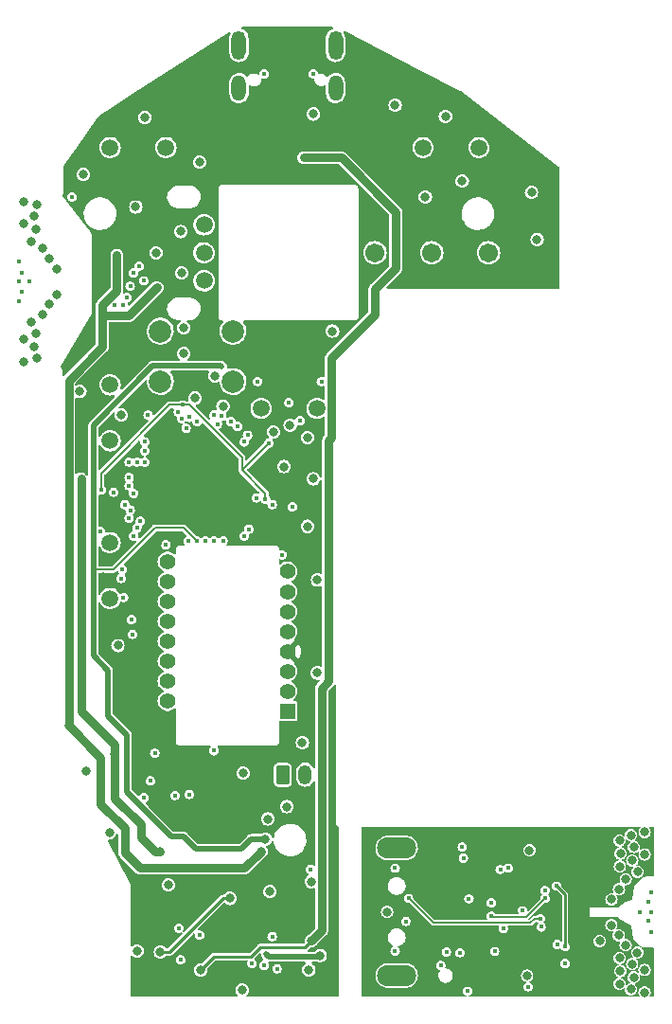
<source format=gbr>
%TF.GenerationSoftware,KiCad,Pcbnew,(6.0.4)*%
%TF.CreationDate,2022-05-12T22:13:07-04:00*%
%TF.ProjectId,Mouse V1,4d6f7573-6520-4563-912e-6b696361645f,V2.0*%
%TF.SameCoordinates,Original*%
%TF.FileFunction,Copper,L3,Inr*%
%TF.FilePolarity,Positive*%
%FSLAX46Y46*%
G04 Gerber Fmt 4.6, Leading zero omitted, Abs format (unit mm)*
G04 Created by KiCad (PCBNEW (6.0.4)) date 2022-05-12 22:13:07*
%MOMM*%
%LPD*%
G01*
G04 APERTURE LIST*
G04 Aperture macros list*
%AMRoundRect*
0 Rectangle with rounded corners*
0 $1 Rounding radius*
0 $2 $3 $4 $5 $6 $7 $8 $9 X,Y pos of 4 corners*
0 Add a 4 corners polygon primitive as box body*
4,1,4,$2,$3,$4,$5,$6,$7,$8,$9,$2,$3,0*
0 Add four circle primitives for the rounded corners*
1,1,$1+$1,$2,$3*
1,1,$1+$1,$4,$5*
1,1,$1+$1,$6,$7*
1,1,$1+$1,$8,$9*
0 Add four rect primitives between the rounded corners*
20,1,$1+$1,$2,$3,$4,$5,0*
20,1,$1+$1,$4,$5,$6,$7,0*
20,1,$1+$1,$6,$7,$8,$9,0*
20,1,$1+$1,$8,$9,$2,$3,0*%
G04 Aperture macros list end*
%TA.AperFunction,ComponentPad*%
%ADD10C,1.701800*%
%TD*%
%TA.AperFunction,ComponentPad*%
%ADD11C,1.500000*%
%TD*%
%TA.AperFunction,ComponentPad*%
%ADD12RoundRect,0.250000X-0.350000X-0.625000X0.350000X-0.625000X0.350000X0.625000X-0.350000X0.625000X0*%
%TD*%
%TA.AperFunction,ComponentPad*%
%ADD13O,1.200000X1.750000*%
%TD*%
%TA.AperFunction,ComponentPad*%
%ADD14C,1.498600*%
%TD*%
%TA.AperFunction,ComponentPad*%
%ADD15O,1.300000X2.600000*%
%TD*%
%TA.AperFunction,ComponentPad*%
%ADD16O,1.300000X2.300000*%
%TD*%
%TA.AperFunction,ComponentPad*%
%ADD17R,1.400000X1.400000*%
%TD*%
%TA.AperFunction,ComponentPad*%
%ADD18C,1.400000*%
%TD*%
%TA.AperFunction,ComponentPad*%
%ADD19C,2.000000*%
%TD*%
%TA.AperFunction,ComponentPad*%
%ADD20O,3.500000X1.900000*%
%TD*%
%TA.AperFunction,ViaPad*%
%ADD21C,0.800000*%
%TD*%
%TA.AperFunction,ViaPad*%
%ADD22C,0.450000*%
%TD*%
%TA.AperFunction,Conductor*%
%ADD23C,0.750000*%
%TD*%
%TA.AperFunction,Conductor*%
%ADD24C,0.250000*%
%TD*%
%TA.AperFunction,Conductor*%
%ADD25C,0.500000*%
%TD*%
%TA.AperFunction,Conductor*%
%ADD26C,0.200000*%
%TD*%
G04 APERTURE END LIST*
D10*
%TO.N,/Microprocessor/Mouse Scroll Click*%
%TO.C,SW7*%
X142200000Y-85500000D03*
%TO.N,GND*%
X147280000Y-85500000D03*
%TO.N,N/C*%
X152360000Y-85500000D03*
%TD*%
D11*
%TO.N,/Microprocessor/Scroll Wheel Pin 0*%
%TO.C,SW8*%
X126900000Y-88000000D03*
%TO.N,/Microprocessor/Scroll Wheel Pin 1*%
X126900000Y-85500000D03*
%TO.N,GND*%
X126900000Y-83000000D03*
%TD*%
D12*
%TO.N,GND*%
%TO.C,J3*%
X133950000Y-132150000D03*
D13*
%TO.N,Net-(C23-Pad1)*%
X135950000Y-132150000D03*
%TD*%
D14*
%TO.N,/Microprocessor/Mouse Button 2*%
%TO.C,SW3*%
X146500000Y-76100000D03*
%TO.N,GND*%
X151500000Y-76100000D03*
%TD*%
%TO.N,/Microprocessor/Mouse DPI Button*%
%TO.C,SW6*%
X132000000Y-99400000D03*
%TO.N,GND*%
X137000000Y-99400000D03*
%TD*%
%TO.N,/Microprocessor/Mouse Button 4*%
%TO.C,SW5*%
X118500000Y-111400000D03*
%TO.N,GND*%
X118500000Y-116400000D03*
%TD*%
D15*
%TO.N,GND*%
%TO.C,J2*%
X130030000Y-66950000D03*
D16*
X130030000Y-70775000D03*
D15*
X138670000Y-66950000D03*
D16*
X138670000Y-70775000D03*
%TD*%
D14*
%TO.N,/Microprocessor/Mouse Button 1*%
%TO.C,SW2*%
X118500000Y-76100000D03*
%TO.N,GND*%
X123500000Y-76100000D03*
%TD*%
%TO.N,/Microprocessor/Mouse Button 3*%
%TO.C,SW4*%
X118500000Y-97300000D03*
%TO.N,GND*%
X118500000Y-102300000D03*
%TD*%
D17*
%TO.N,unconnected-(U3-Pad1)*%
%TO.C,U3*%
X134350000Y-126460000D03*
D18*
%TO.N,unconnected-(U3-Pad2)*%
X134350000Y-124680000D03*
%TO.N,Net-(C11-Pad2)*%
X134350000Y-122900000D03*
%TO.N,+1V8*%
X134350000Y-121120000D03*
%TO.N,Net-(C15-Pad2)*%
X134350000Y-119340000D03*
%TO.N,unconnected-(U3-Pad6)*%
X134350000Y-117560000D03*
%TO.N,/Microprocessor/Sensor RST*%
X134350000Y-115780000D03*
%TO.N,GND*%
X134350000Y-114000000D03*
%TO.N,/Microprocessor/Sensor IRQ*%
X123650000Y-113110000D03*
%TO.N,/Microprocessor/Sensor SPI Clock*%
X123650000Y-114890000D03*
%TO.N,/Microprocessor/Sensor SPI MOSI*%
X123650000Y-116670000D03*
%TO.N,/Microprocessor/Sensor SPI MISO*%
X123650000Y-118450000D03*
%TO.N,/Microprocessor/Sensor SPI Select*%
X123650000Y-120230000D03*
%TO.N,unconnected-(U3-Pad14)*%
X123650000Y-122010000D03*
%TO.N,Net-(R13-Pad2)*%
X123650000Y-123790000D03*
%TO.N,unconnected-(U3-Pad16)*%
X123650000Y-125570000D03*
%TD*%
D19*
%TO.N,/Microprocessor/Mouse Mode Button*%
%TO.C,SW1*%
X129500000Y-97000000D03*
X123000000Y-97000000D03*
%TO.N,GND*%
X123000000Y-92500000D03*
X129500000Y-92500000D03*
%TD*%
D20*
%TO.N,GND*%
%TO.C,J4*%
X144133257Y-150085479D03*
X144133257Y-138685479D03*
%TD*%
D21*
%TO.N,GND*%
X143283257Y-144400000D03*
X165100000Y-137550000D03*
D22*
X110310000Y-89860000D03*
D21*
X136150000Y-109950000D03*
X119200000Y-120600000D03*
X164070000Y-150855000D03*
X119500000Y-100000000D03*
X148500000Y-73300000D03*
X120900500Y-147900000D03*
D22*
X165923736Y-144440000D03*
X110310000Y-86260000D03*
D21*
X111735000Y-93890000D03*
X111995000Y-81175000D03*
X136150000Y-102000000D03*
X130300000Y-151400000D03*
X165680000Y-140830000D03*
X133100000Y-101500000D03*
X165200000Y-149075000D03*
X165350000Y-150265000D03*
X136500000Y-141700000D03*
X112465000Y-85115000D03*
X146700000Y-80500000D03*
X124800000Y-83600000D03*
X138400000Y-92500000D03*
X122600000Y-85500000D03*
X162300000Y-147000000D03*
X113745000Y-89210000D03*
D22*
X122100000Y-132700000D03*
D21*
X121600000Y-73400000D03*
X124900000Y-87300000D03*
X111735000Y-82235000D03*
D22*
X131200000Y-149000000D03*
D21*
X137050000Y-123050000D03*
X118450000Y-137300000D03*
X110775000Y-93220000D03*
X120800000Y-81400000D03*
X136700000Y-73100000D03*
X155800000Y-150100000D03*
X164020000Y-142380000D03*
D22*
X121900000Y-100000000D03*
D21*
X132600000Y-136100000D03*
X110775000Y-80905000D03*
X111415000Y-91670000D03*
X112465000Y-91010000D03*
X164150000Y-149695000D03*
D22*
X115100000Y-80500000D03*
D21*
X164080000Y-138020000D03*
D22*
X134800000Y-108200000D03*
D21*
X150000000Y-79100000D03*
D22*
X166623736Y-145240000D03*
X110610000Y-88960000D03*
X111310000Y-88060000D03*
X166923736Y-144440000D03*
D21*
X111885000Y-92700000D03*
X166320000Y-139280000D03*
X156700000Y-84300000D03*
X165210000Y-139800000D03*
X128600000Y-99200000D03*
D22*
X130900000Y-110200000D03*
D21*
X125100000Y-94500000D03*
X126100000Y-98500000D03*
X110775000Y-95220000D03*
D22*
X150602394Y-143219449D03*
X166923736Y-146240000D03*
D21*
X166310000Y-149595000D03*
D22*
X117650000Y-110400000D03*
D21*
X166310000Y-151595000D03*
X113745000Y-86915000D03*
X126500000Y-77400000D03*
X163350000Y-143290000D03*
X136280737Y-149583250D03*
X113075000Y-90120000D03*
X123700000Y-142000000D03*
D22*
X150483257Y-151500000D03*
D21*
X130400000Y-132000000D03*
X164010000Y-146495000D03*
X111885000Y-83425000D03*
D22*
X124637104Y-145855636D03*
D21*
X166320000Y-137280000D03*
D22*
X110310000Y-88060000D03*
X110610000Y-87260000D03*
D21*
X125100000Y-92200000D03*
X164630000Y-141490000D03*
X115800000Y-97900000D03*
D22*
X166923736Y-142640000D03*
D21*
X164090000Y-148525000D03*
X116350000Y-131800000D03*
X111415000Y-84455000D03*
X156000000Y-138900000D03*
D22*
X158500000Y-147300000D03*
D21*
X164620000Y-147385000D03*
X163340000Y-145585000D03*
X165670000Y-148045000D03*
X144000000Y-72300000D03*
X113075000Y-86005000D03*
D22*
X166623736Y-143540000D03*
X159200000Y-149000000D03*
D21*
X164160000Y-139180000D03*
X134600000Y-100900000D03*
X116100000Y-78500000D03*
X137050500Y-114750000D03*
X156200000Y-80100000D03*
X111995000Y-94950000D03*
X135700000Y-129300000D03*
X165090000Y-151325000D03*
X164100000Y-140350000D03*
X134300000Y-135000000D03*
X110775000Y-82905000D03*
X136700000Y-105700000D03*
X134050000Y-104609277D03*
X127900000Y-96500000D03*
X165360000Y-138610000D03*
D22*
X153683257Y-145900000D03*
D21*
X132800000Y-142600000D03*
D22*
X124800000Y-148700000D03*
%TO.N,+1V8*%
X118100000Y-103500000D03*
D21*
X134100000Y-139800000D03*
D22*
X134600000Y-111900000D03*
D21*
X127400000Y-92200000D03*
D22*
X134800000Y-106800000D03*
D21*
X121700000Y-149200000D03*
D22*
X135600000Y-109300000D03*
X131700000Y-136900000D03*
D21*
X121000000Y-143500000D03*
X117900000Y-114500000D03*
D22*
X117900000Y-112700000D03*
X124100000Y-112000000D03*
D21*
X135008146Y-149728055D03*
D22*
X117700000Y-117900000D03*
D21*
%TO.N,+1V2*%
X118900000Y-130300000D03*
X123000000Y-139000000D03*
D22*
X115900000Y-105700000D03*
D21*
%TO.N,/Battery Circuit/USB VBUS*%
X126600000Y-149600000D03*
D22*
X135800000Y-77000000D03*
D21*
X136500000Y-147000000D03*
D22*
%TO.N,/Battery Circuit/SYS*%
X133000000Y-146600000D03*
D21*
X132400000Y-137900000D03*
D22*
X128500000Y-95700000D03*
X126250000Y-111250000D03*
D21*
X129200000Y-143200000D03*
X123000000Y-148000000D03*
D22*
X133430000Y-149490000D03*
%TO.N,Net-(D1-Pad2)*%
X131700000Y-97000000D03*
%TO.N,Net-(D2-Pad2)*%
X134500000Y-98900000D03*
%TO.N,Net-(D3-Pad2)*%
X137400000Y-97000000D03*
%TO.N,/Microprocessor/Mouse Button 2*%
X124600000Y-99700000D03*
%TO.N,/Microprocessor/Mouse LED 3*%
X131600000Y-107400000D03*
X135500000Y-100500000D03*
%TO.N,/Microprocessor/Mouse Scroll Click*%
X130800000Y-101800000D03*
%TO.N,/Battery Circuit/~{CHG}*%
X136400000Y-140600000D03*
X133000000Y-108000000D03*
%TO.N,/Microprocessor/Sensor SPI MISO*%
X120200000Y-105600000D03*
X120400000Y-118300000D03*
%TO.N,/Battery Circuit/~{RST1}*%
X130500000Y-110800000D03*
X132250000Y-149180000D03*
%TO.N,/Microprocessor/SRST N*%
X123500000Y-111600000D03*
X127800000Y-130000000D03*
%TO.N,/Microprocessor/TCK*%
X124300000Y-134000000D03*
X127000000Y-111255500D03*
%TO.N,/Microprocessor/TMS*%
X125500000Y-111250000D03*
X122500000Y-130200000D03*
%TO.N,/Microprocessor/TDO*%
X127800000Y-111255500D03*
X125600000Y-133900000D03*
%TO.N,/Microprocessor/TDI*%
X121500000Y-134200000D03*
X128600000Y-111255500D03*
%TO.N,Net-(SW9-Pad2)*%
X126500000Y-146500000D03*
%TO.N,/Microprocessor/Radio RSTN*%
X120600000Y-110800000D03*
X121100000Y-86700000D03*
%TO.N,/Microprocessor/Radio SPI Clock*%
X120200000Y-109200000D03*
X120300000Y-88500000D03*
%TO.N,/Microprocessor/Radio SPI MOSI*%
X121500000Y-88000000D03*
X120300000Y-108500000D03*
%TO.N,/Microprocessor/Radio IRQ*%
X119700000Y-90200000D03*
X121200000Y-109500000D03*
%TO.N,/Microprocessor/Radio Shutdown*%
X118900000Y-90200000D03*
X120900000Y-110100000D03*
%TO.N,/Microprocessor/Sensor SPI Clock*%
X120600000Y-107000000D03*
X119500000Y-114600000D03*
%TO.N,/Microprocessor/Radio SPI Select*%
X118800000Y-106900000D03*
X120000000Y-89500000D03*
%TO.N,/Microprocessor/Radio SPI MISO*%
X120600000Y-87300000D03*
X119800000Y-108000000D03*
%TO.N,/Microprocessor/Sensor SPI MOSI*%
X120200000Y-106300000D03*
X119700000Y-116300000D03*
%TO.N,/Microprocessor/Sensor RST*%
X133900000Y-112500000D03*
X121600000Y-104200000D03*
D21*
%TO.N,/Battery Circuit/2V*%
X132000000Y-139000000D03*
X114799520Y-127789818D03*
D22*
X117800000Y-91100000D03*
X119100000Y-85700000D03*
X122700000Y-88600000D03*
%TO.N,/Microprocessor/Sensor SPI Select*%
X120200000Y-104200000D03*
X120500000Y-119600000D03*
%TO.N,/Microprocessor/Sensor IRQ*%
X120900000Y-104200000D03*
%TO.N,Net-(C46-Pad1)*%
X159200000Y-147500000D03*
X158450000Y-142100000D03*
%TO.N,Net-(D4-Pad5)*%
X132300000Y-69500000D03*
X136700000Y-69500000D03*
%TO.N,Net-(D5-Pad1)*%
X154100000Y-140500000D03*
%TO.N,Net-(D5-Pad5)*%
X150000000Y-138600000D03*
X155900000Y-151100000D03*
%TO.N,Net-(D5-Pad6)*%
X150100000Y-139600000D03*
%TO.N,Net-(U7-Pad1)*%
X155400000Y-144300000D03*
X144950000Y-145250000D03*
%TO.N,Net-(TP2-Pad1)*%
X121600000Y-103200000D03*
%TO.N,Net-(TP3-Pad1)*%
X121600000Y-102400000D03*
%TO.N,Net-(U7-Pad4)*%
X157050000Y-145750000D03*
X149800000Y-148050000D03*
%TO.N,Net-(U7-Pad5)*%
X157400000Y-143200000D03*
X152600000Y-144800000D03*
%TO.N,Net-(U7-Pad13)*%
X157397954Y-142501023D03*
X152600000Y-143600000D03*
%TO.N,Net-(U7-Pad14)*%
X145200000Y-143200000D03*
X157000000Y-145000000D03*
%TO.N,Net-(CLK1-Pad1)*%
X152900000Y-147950000D03*
X144000000Y-147900000D03*
%TO.N,Net-(DIO1-Pad1)*%
X144000000Y-140500000D03*
X153400000Y-140600000D03*
%TO.N,/Microprocessor/3V3*%
X132700000Y-102500000D03*
X132400000Y-107500000D03*
X117700000Y-106700000D03*
X125000000Y-99100000D03*
D21*
%TO.N,Net-(3V3_2-Pad1)*%
X155500000Y-143500000D03*
X155800000Y-148600000D03*
D22*
X152500000Y-149100000D03*
%TO.N,Net-(C23-Pad1)*%
X132450000Y-148200000D03*
D21*
X137300000Y-148300000D03*
D22*
%TO.N,Net-(TP4-Pad1)*%
X124900000Y-100300000D03*
%TO.N,Net-(TP5-Pad1)*%
X125300000Y-101200000D03*
%TO.N,Net-(TP6-Pad1)*%
X125600000Y-100200000D03*
%TO.N,Net-(TP7-Pad1)*%
X126300000Y-100600000D03*
%TO.N,Net-(TP8-Pad1)*%
X127800000Y-100000000D03*
%TO.N,Net-(TP9-Pad1)*%
X128100000Y-100800000D03*
%TO.N,Net-(TP10-Pad1)*%
X128500000Y-100100000D03*
%TO.N,Net-(TP11-Pad1)*%
X129300000Y-100600000D03*
%TO.N,Net-(TP12-Pad1)*%
X129900000Y-101000000D03*
%TO.N,Net-(TP13-Pad1)*%
X130500000Y-102400000D03*
%TO.N,Net-(TP14-Pad1)*%
X119600000Y-113800000D03*
%TO.N,Net-(TP15-Pad1)*%
X148083257Y-149200000D03*
%TO.N,Net-(TP16-Pad1)*%
X148583257Y-148000000D03*
%TD*%
D23*
%TO.N,+1V2*%
X115900000Y-105700000D02*
X115900000Y-126450000D01*
X118900000Y-129450000D02*
X118900000Y-130300000D01*
X121250000Y-136600000D02*
X118900000Y-134250000D01*
X122500000Y-139000000D02*
X121250000Y-137750000D01*
X115900000Y-126450000D02*
X118900000Y-129450000D01*
X118900000Y-134250000D02*
X118900000Y-130300000D01*
X121250000Y-137750000D02*
X121250000Y-136600000D01*
X123000000Y-139000000D02*
X122500000Y-139000000D01*
D24*
%TO.N,/Battery Circuit/USB VBUS*%
X131100000Y-148400000D02*
X127800000Y-148400000D01*
D23*
X137424511Y-124425489D02*
X138050000Y-123800000D01*
X138050000Y-123800000D02*
X138050000Y-102250000D01*
X137424511Y-146075489D02*
X137424511Y-124425489D01*
D24*
X135889501Y-147610499D02*
X135879002Y-147600000D01*
D23*
X138273811Y-102026189D02*
X138273811Y-94926189D01*
D24*
X127800000Y-148400000D02*
X126600000Y-149600000D01*
X131900000Y-147600000D02*
X131100000Y-148400000D01*
X135879002Y-147600000D02*
X131900000Y-147600000D01*
D23*
X144050000Y-86900000D02*
X144050000Y-81850000D01*
X138273811Y-94926189D02*
X142200000Y-91000000D01*
X139200000Y-77000000D02*
X135800000Y-77000000D01*
X136500000Y-147000000D02*
X137424511Y-146075489D01*
X138050000Y-102250000D02*
X138273811Y-102026189D01*
X144050000Y-81850000D02*
X139200000Y-77000000D01*
D24*
X136500000Y-147000000D02*
X135889501Y-147610499D01*
D23*
X142200000Y-88750000D02*
X144050000Y-86900000D01*
X142200000Y-91000000D02*
X142200000Y-88750000D01*
D25*
%TO.N,/Battery Circuit/SYS*%
X128500000Y-95700000D02*
X128400000Y-95600000D01*
D24*
X123800000Y-148000000D02*
X123000000Y-148000000D01*
D26*
X122500000Y-110100000D02*
X118800000Y-113800000D01*
D25*
X118300000Y-126900000D02*
X118300000Y-122832173D01*
X118300000Y-122832173D02*
X117000000Y-121532173D01*
X120000000Y-133700000D02*
X120000000Y-128600000D01*
D26*
X126250000Y-111250000D02*
X125100000Y-110100000D01*
D25*
X125100000Y-137700000D02*
X124000000Y-137700000D01*
D26*
X118800000Y-113800000D02*
X117000000Y-113800000D01*
D24*
X128600000Y-143200000D02*
X123800000Y-148000000D01*
D26*
X125100000Y-110100000D02*
X122500000Y-110100000D01*
X117000000Y-113800000D02*
X117000000Y-113100000D01*
D25*
X131100000Y-137900000D02*
X130200000Y-138800000D01*
X124000000Y-137700000D02*
X120000000Y-133700000D01*
X117000000Y-100900000D02*
X117000000Y-113100000D01*
D24*
X129200000Y-143200000D02*
X128600000Y-143200000D01*
D25*
X122300000Y-95600000D02*
X117000000Y-100900000D01*
X128400000Y-95600000D02*
X122300000Y-95600000D01*
X126200000Y-138800000D02*
X125100000Y-137700000D01*
X130200000Y-138800000D02*
X126200000Y-138800000D01*
X117000000Y-121532173D02*
X117000000Y-113100000D01*
X132400000Y-137900000D02*
X131100000Y-137900000D01*
X120000000Y-128600000D02*
X118300000Y-126900000D01*
D23*
%TO.N,/Battery Circuit/2V*%
X117800000Y-91100000D02*
X120200000Y-91100000D01*
X117650000Y-130640298D02*
X114799520Y-127789818D01*
X117800000Y-93900000D02*
X117800000Y-91100000D01*
X119800000Y-136900000D02*
X117650000Y-134750000D01*
X132000000Y-139000000D02*
X130500000Y-140500000D01*
X117800000Y-91100000D02*
X117800000Y-90175200D01*
X114799520Y-127789818D02*
X114799520Y-96900480D01*
X130500000Y-140500000D02*
X121200000Y-140500000D01*
X117800000Y-90175200D02*
X119100000Y-88875200D01*
X114799520Y-96900480D02*
X117800000Y-93900000D01*
X119100000Y-88875200D02*
X119100000Y-85700000D01*
X119800000Y-139100000D02*
X119800000Y-136900000D01*
X121200000Y-140500000D02*
X119800000Y-139100000D01*
X120200000Y-91100000D02*
X122700000Y-88600000D01*
X117650000Y-134750000D02*
X117650000Y-130640298D01*
D24*
%TO.N,Net-(C46-Pad1)*%
X159200000Y-142850000D02*
X158450000Y-142100000D01*
X159200000Y-147500000D02*
X159200000Y-142850000D01*
D26*
%TO.N,Net-(U7-Pad5)*%
X155700000Y-144900000D02*
X152700000Y-144900000D01*
X152700000Y-144900000D02*
X152600000Y-144800000D01*
X157400000Y-143200000D02*
X155700000Y-144900000D01*
%TO.N,Net-(U7-Pad14)*%
X147400000Y-145400000D02*
X145200000Y-143200000D01*
X157000000Y-145000000D02*
X156500000Y-145000000D01*
X156500000Y-145000000D02*
X156100000Y-145400000D01*
X156100000Y-145400000D02*
X147400000Y-145400000D01*
%TO.N,/Microprocessor/3V3*%
X132700000Y-102500000D02*
X130300000Y-104900000D01*
X117700000Y-105200000D02*
X117700000Y-106700000D01*
X132400000Y-107500000D02*
X132400000Y-107000000D01*
X125000000Y-99100000D02*
X123800000Y-99100000D01*
X130300000Y-103800000D02*
X130300000Y-104900000D01*
X125600000Y-99100000D02*
X130300000Y-103800000D01*
X125000000Y-99100000D02*
X125600000Y-99100000D01*
X132400000Y-107000000D02*
X130300000Y-104900000D01*
X123800000Y-99100000D02*
X117700000Y-105200000D01*
%TO.N,Net-(3V3_2-Pad1)*%
X158100000Y-142500000D02*
X157300000Y-141700000D01*
X153000000Y-148600000D02*
X155800000Y-148600000D01*
X155500000Y-142200000D02*
X155500000Y-143500000D01*
X152500000Y-149100000D02*
X153000000Y-148600000D01*
X157300000Y-141700000D02*
X156000000Y-141700000D01*
X155800000Y-148600000D02*
X158100000Y-146300000D01*
X158100000Y-146300000D02*
X158100000Y-142500000D01*
X156000000Y-141700000D02*
X155500000Y-142200000D01*
D25*
%TO.N,Net-(C23-Pad1)*%
X137300000Y-148300000D02*
X137183106Y-148416894D01*
X132666894Y-148416894D02*
X132450000Y-148200000D01*
X137183106Y-148416894D02*
X132666894Y-148416894D01*
%TD*%
%TA.AperFunction,Conductor*%
%TO.N,+1V8*%
G36*
X138421879Y-65319407D02*
G01*
X138457843Y-65368907D01*
X138457843Y-65430093D01*
X138421879Y-65479593D01*
X138389978Y-65494945D01*
X138355064Y-65504562D01*
X138191602Y-65590746D01*
X138187508Y-65594205D01*
X138187506Y-65594207D01*
X138054554Y-65706560D01*
X138050460Y-65710020D01*
X137938223Y-65856820D01*
X137860127Y-66024297D01*
X137819817Y-66204637D01*
X137819500Y-66210307D01*
X137819500Y-67646164D01*
X137819789Y-67648823D01*
X137833863Y-67778384D01*
X137833864Y-67778389D01*
X137834442Y-67783709D01*
X137893383Y-67958848D01*
X137988557Y-68117244D01*
X137992237Y-68121136D01*
X137992239Y-68121138D01*
X138053313Y-68185721D01*
X138115524Y-68251507D01*
X138119952Y-68254516D01*
X138119954Y-68254518D01*
X138204177Y-68311756D01*
X138268360Y-68355375D01*
X138273334Y-68357365D01*
X138273337Y-68357366D01*
X138372090Y-68396864D01*
X138439935Y-68424000D01*
X138622244Y-68454181D01*
X138694131Y-68450414D01*
X138801427Y-68444791D01*
X138801431Y-68444790D01*
X138806781Y-68444510D01*
X138984936Y-68395438D01*
X139148398Y-68309254D01*
X139213170Y-68254518D01*
X139285446Y-68193440D01*
X139285448Y-68193438D01*
X139289540Y-68189980D01*
X139401777Y-68043180D01*
X139479873Y-67875703D01*
X139520183Y-67695363D01*
X139520500Y-67689693D01*
X139520500Y-66253836D01*
X139514725Y-66200678D01*
X139506137Y-66121616D01*
X139506136Y-66121611D01*
X139505558Y-66116291D01*
X139446617Y-65941152D01*
X139443858Y-65936560D01*
X139443856Y-65936556D01*
X139392996Y-65851910D01*
X139379233Y-65792293D01*
X139403140Y-65735972D01*
X139455586Y-65704459D01*
X139516539Y-65709792D01*
X139523371Y-65713006D01*
X146156340Y-69147936D01*
X149830469Y-71050610D01*
X149845178Y-71059954D01*
X155195764Y-75162070D01*
X158596572Y-77769356D01*
X158660735Y-77818548D01*
X158695411Y-77868958D01*
X158699500Y-77897115D01*
X158699500Y-88600500D01*
X158680593Y-88658691D01*
X158631093Y-88694655D01*
X158600500Y-88699500D01*
X143355727Y-88699500D01*
X143346065Y-88699027D01*
X143338610Y-88698296D01*
X143329832Y-88695754D01*
X143320730Y-88696542D01*
X143320727Y-88696542D01*
X143313929Y-88697131D01*
X143254324Y-88683314D01*
X143214224Y-88637101D01*
X143208945Y-88576144D01*
X143235384Y-88528496D01*
X144425687Y-87338193D01*
X144435416Y-87329661D01*
X144460451Y-87310451D01*
X144483609Y-87280271D01*
X144483615Y-87280265D01*
X144548747Y-87195382D01*
X144552698Y-87190233D01*
X144610687Y-87050236D01*
X144612162Y-87039029D01*
X144625500Y-86937720D01*
X144625500Y-86937715D01*
X144630465Y-86900000D01*
X144626347Y-86868720D01*
X144625500Y-86855798D01*
X144625500Y-85485249D01*
X146223616Y-85485249D01*
X146225395Y-85506434D01*
X146238019Y-85656762D01*
X146240870Y-85690716D01*
X146242203Y-85695364D01*
X146242203Y-85695365D01*
X146296260Y-85883885D01*
X146297703Y-85888919D01*
X146391952Y-86072308D01*
X146520027Y-86233898D01*
X146561502Y-86269196D01*
X146673360Y-86364394D01*
X146673364Y-86364396D01*
X146677049Y-86367533D01*
X146857036Y-86468125D01*
X146908935Y-86484988D01*
X147048530Y-86530346D01*
X147048533Y-86530347D01*
X147053135Y-86531842D01*
X147257875Y-86556255D01*
X147262697Y-86555884D01*
X147262700Y-86555884D01*
X147329529Y-86550742D01*
X147463457Y-86540437D01*
X147662052Y-86484988D01*
X147666370Y-86482807D01*
X147841773Y-86394204D01*
X147841775Y-86394203D01*
X147846094Y-86392021D01*
X147874410Y-86369898D01*
X148004759Y-86268059D01*
X148004761Y-86268057D01*
X148008574Y-86265078D01*
X148143303Y-86108993D01*
X148245149Y-85929712D01*
X148257286Y-85893229D01*
X148308706Y-85738654D01*
X148308706Y-85738652D01*
X148310233Y-85734063D01*
X148313678Y-85706798D01*
X148333515Y-85549764D01*
X148336075Y-85529499D01*
X148336487Y-85500000D01*
X148336217Y-85497250D01*
X148336217Y-85497241D01*
X148335041Y-85485249D01*
X151303616Y-85485249D01*
X151305395Y-85506434D01*
X151318019Y-85656762D01*
X151320870Y-85690716D01*
X151322203Y-85695364D01*
X151322203Y-85695365D01*
X151376260Y-85883885D01*
X151377703Y-85888919D01*
X151471952Y-86072308D01*
X151600027Y-86233898D01*
X151641502Y-86269196D01*
X151753360Y-86364394D01*
X151753364Y-86364396D01*
X151757049Y-86367533D01*
X151937036Y-86468125D01*
X151988935Y-86484988D01*
X152128530Y-86530346D01*
X152128533Y-86530347D01*
X152133135Y-86531842D01*
X152337875Y-86556255D01*
X152342697Y-86555884D01*
X152342700Y-86555884D01*
X152409529Y-86550742D01*
X152543457Y-86540437D01*
X152742052Y-86484988D01*
X152746370Y-86482807D01*
X152921773Y-86394204D01*
X152921775Y-86394203D01*
X152926094Y-86392021D01*
X152954410Y-86369898D01*
X153084759Y-86268059D01*
X153084761Y-86268057D01*
X153088574Y-86265078D01*
X153223303Y-86108993D01*
X153325149Y-85929712D01*
X153337286Y-85893229D01*
X153388706Y-85738654D01*
X153388706Y-85738652D01*
X153390233Y-85734063D01*
X153393678Y-85706798D01*
X153413515Y-85549764D01*
X153416075Y-85529499D01*
X153416487Y-85500000D01*
X153416217Y-85497250D01*
X153416217Y-85497241D01*
X153396838Y-85299612D01*
X153396366Y-85294794D01*
X153336771Y-85097404D01*
X153331993Y-85088417D01*
X153242243Y-84919623D01*
X153242241Y-84919620D01*
X153239970Y-84915349D01*
X153229997Y-84903120D01*
X153112713Y-84759316D01*
X153112712Y-84759315D01*
X153109652Y-84755563D01*
X152950780Y-84624133D01*
X152769405Y-84526064D01*
X152572436Y-84465091D01*
X152567622Y-84464585D01*
X152372192Y-84444045D01*
X152372190Y-84444045D01*
X152367376Y-84443539D01*
X152307258Y-84449010D01*
X152166853Y-84461787D01*
X152166848Y-84461788D01*
X152162034Y-84462226D01*
X152154019Y-84464585D01*
X151968880Y-84519074D01*
X151968877Y-84519075D01*
X151964233Y-84520442D01*
X151953479Y-84526064D01*
X151785804Y-84613722D01*
X151785800Y-84613725D01*
X151781507Y-84615969D01*
X151777731Y-84619005D01*
X151777728Y-84619007D01*
X151648227Y-84723129D01*
X151620815Y-84745169D01*
X151617706Y-84748874D01*
X151617703Y-84748877D01*
X151502735Y-84885891D01*
X151488278Y-84903120D01*
X151388945Y-85083805D01*
X151326600Y-85280344D01*
X151323696Y-85306237D01*
X151311411Y-85415760D01*
X151303616Y-85485249D01*
X148335041Y-85485249D01*
X148316838Y-85299612D01*
X148316366Y-85294794D01*
X148256771Y-85097404D01*
X148251993Y-85088417D01*
X148162243Y-84919623D01*
X148162241Y-84919620D01*
X148159970Y-84915349D01*
X148149997Y-84903120D01*
X148032713Y-84759316D01*
X148032712Y-84759315D01*
X148029652Y-84755563D01*
X147870780Y-84624133D01*
X147689405Y-84526064D01*
X147492436Y-84465091D01*
X147487622Y-84464585D01*
X147292192Y-84444045D01*
X147292190Y-84444045D01*
X147287376Y-84443539D01*
X147227258Y-84449010D01*
X147086853Y-84461787D01*
X147086848Y-84461788D01*
X147082034Y-84462226D01*
X147074019Y-84464585D01*
X146888880Y-84519074D01*
X146888877Y-84519075D01*
X146884233Y-84520442D01*
X146873479Y-84526064D01*
X146705804Y-84613722D01*
X146705800Y-84613725D01*
X146701507Y-84615969D01*
X146697731Y-84619005D01*
X146697728Y-84619007D01*
X146568227Y-84723129D01*
X146540815Y-84745169D01*
X146537706Y-84748874D01*
X146537703Y-84748877D01*
X146422735Y-84885891D01*
X146408278Y-84903120D01*
X146308945Y-85083805D01*
X146246600Y-85280344D01*
X146243696Y-85306237D01*
X146231411Y-85415760D01*
X146223616Y-85485249D01*
X144625500Y-85485249D01*
X144625500Y-84300000D01*
X156094318Y-84300000D01*
X156114956Y-84456762D01*
X156175464Y-84602841D01*
X156271718Y-84728282D01*
X156397159Y-84824536D01*
X156543238Y-84885044D01*
X156674431Y-84902316D01*
X156680540Y-84903120D01*
X156700000Y-84905682D01*
X156719461Y-84903120D01*
X156725569Y-84902316D01*
X156856762Y-84885044D01*
X157002841Y-84824536D01*
X157128282Y-84728282D01*
X157224536Y-84602841D01*
X157285044Y-84456762D01*
X157305682Y-84300000D01*
X157285044Y-84143238D01*
X157224536Y-83997159D01*
X157128282Y-83871718D01*
X157002841Y-83775464D01*
X156856762Y-83714956D01*
X156700000Y-83694318D01*
X156543238Y-83714956D01*
X156397159Y-83775464D01*
X156271718Y-83871718D01*
X156175464Y-83997159D01*
X156114956Y-84143238D01*
X156094318Y-84300000D01*
X144625500Y-84300000D01*
X144625500Y-81964391D01*
X149942957Y-81964391D01*
X149945010Y-82000000D01*
X149956706Y-82202842D01*
X149957600Y-82206809D01*
X149984688Y-82327005D01*
X150009216Y-82435845D01*
X150010745Y-82439609D01*
X150010746Y-82439614D01*
X150092387Y-82640672D01*
X150099076Y-82657144D01*
X150101200Y-82660610D01*
X150101202Y-82660614D01*
X150198448Y-82819305D01*
X150223873Y-82860795D01*
X150226534Y-82863867D01*
X150226537Y-82863871D01*
X150377590Y-83038251D01*
X150377594Y-83038255D01*
X150380256Y-83041328D01*
X150564025Y-83193896D01*
X150770245Y-83314401D01*
X150993377Y-83399607D01*
X150997352Y-83400416D01*
X150997353Y-83400416D01*
X151223452Y-83446416D01*
X151223453Y-83446416D01*
X151227429Y-83447225D01*
X151231489Y-83447374D01*
X151231490Y-83447374D01*
X151294211Y-83449674D01*
X151466116Y-83455978D01*
X151470135Y-83455463D01*
X151470139Y-83455463D01*
X151698995Y-83426146D01*
X151699001Y-83426145D01*
X151703027Y-83425629D01*
X151706920Y-83424461D01*
X151706925Y-83424460D01*
X151869233Y-83375764D01*
X151931800Y-83356993D01*
X152044641Y-83301713D01*
X152142644Y-83253702D01*
X152142647Y-83253700D01*
X152146291Y-83251915D01*
X152340740Y-83113216D01*
X152509925Y-82944620D01*
X152599973Y-82819305D01*
X152646931Y-82753957D01*
X152646933Y-82753954D01*
X152649302Y-82750657D01*
X152651100Y-82747019D01*
X152651103Y-82747014D01*
X152753328Y-82540178D01*
X152753330Y-82540173D01*
X152755129Y-82536533D01*
X152812915Y-82346336D01*
X152823381Y-82311890D01*
X152823382Y-82311884D01*
X152824562Y-82308001D01*
X152855738Y-82071197D01*
X152855917Y-82063903D01*
X152857339Y-82005682D01*
X152857478Y-82000000D01*
X152856318Y-81985891D01*
X152838240Y-81766003D01*
X152838239Y-81766000D01*
X152837907Y-81761956D01*
X152829101Y-81726896D01*
X152787120Y-81559767D01*
X152779720Y-81530305D01*
X152684480Y-81311268D01*
X152682282Y-81307870D01*
X152682278Y-81307863D01*
X152556949Y-81114133D01*
X152556945Y-81114128D01*
X152554745Y-81110727D01*
X152393998Y-80934068D01*
X152390812Y-80931552D01*
X152390809Y-80931549D01*
X152209744Y-80788553D01*
X152209738Y-80788549D01*
X152206556Y-80786036D01*
X152059461Y-80704835D01*
X152001012Y-80672569D01*
X152001011Y-80672568D01*
X151997454Y-80670605D01*
X151993623Y-80669248D01*
X151993620Y-80669247D01*
X151776143Y-80592234D01*
X151776139Y-80592233D01*
X151772307Y-80590876D01*
X151537161Y-80548990D01*
X151533100Y-80548940D01*
X151533096Y-80548940D01*
X151423740Y-80547604D01*
X151298331Y-80546072D01*
X151062233Y-80582201D01*
X150944797Y-80620585D01*
X150839062Y-80655144D01*
X150839058Y-80655146D01*
X150835205Y-80656405D01*
X150831605Y-80658279D01*
X150626950Y-80764815D01*
X150626947Y-80764817D01*
X150623345Y-80766692D01*
X150620102Y-80769127D01*
X150620097Y-80769130D01*
X150511663Y-80850545D01*
X150432342Y-80910101D01*
X150429537Y-80913036D01*
X150429535Y-80913038D01*
X150377238Y-80967764D01*
X150267327Y-81082779D01*
X150265035Y-81086139D01*
X150135020Y-81276733D01*
X150135017Y-81276739D01*
X150132730Y-81280091D01*
X150131018Y-81283778D01*
X150131018Y-81283779D01*
X150037324Y-81485626D01*
X150032167Y-81496735D01*
X150031079Y-81500659D01*
X149974079Y-81706196D01*
X149968338Y-81726896D01*
X149942957Y-81964391D01*
X144625500Y-81964391D01*
X144625500Y-81894208D01*
X144626347Y-81881286D01*
X144629619Y-81856433D01*
X144630466Y-81850000D01*
X144626928Y-81823129D01*
X144611534Y-81706196D01*
X144611533Y-81706194D01*
X144610687Y-81699765D01*
X144552699Y-81559767D01*
X144483612Y-81469732D01*
X144483609Y-81469729D01*
X144460451Y-81439549D01*
X144435416Y-81420339D01*
X144425687Y-81411807D01*
X143513880Y-80500000D01*
X146094318Y-80500000D01*
X146114956Y-80656762D01*
X146175464Y-80802841D01*
X146271718Y-80928282D01*
X146397159Y-81024536D01*
X146543238Y-81085044D01*
X146700000Y-81105682D01*
X146856762Y-81085044D01*
X147002841Y-81024536D01*
X147128282Y-80928282D01*
X147224536Y-80802841D01*
X147285044Y-80656762D01*
X147305682Y-80500000D01*
X147285044Y-80343238D01*
X147224536Y-80197159D01*
X147149983Y-80100000D01*
X155594318Y-80100000D01*
X155614956Y-80256762D01*
X155617440Y-80262759D01*
X155620464Y-80270060D01*
X155675464Y-80402841D01*
X155771718Y-80528282D01*
X155897159Y-80624536D01*
X156043238Y-80685044D01*
X156200000Y-80705682D01*
X156356762Y-80685044D01*
X156502841Y-80624536D01*
X156628282Y-80528282D01*
X156724536Y-80402841D01*
X156779536Y-80270060D01*
X156782560Y-80262759D01*
X156785044Y-80256762D01*
X156805682Y-80100000D01*
X156804403Y-80090281D01*
X156789807Y-79979415D01*
X156785044Y-79943238D01*
X156724536Y-79797159D01*
X156628282Y-79671718D01*
X156502841Y-79575464D01*
X156356762Y-79514956D01*
X156200000Y-79494318D01*
X156043238Y-79514956D01*
X155897159Y-79575464D01*
X155771718Y-79671718D01*
X155675464Y-79797159D01*
X155614956Y-79943238D01*
X155610193Y-79979415D01*
X155595598Y-80090281D01*
X155594318Y-80100000D01*
X147149983Y-80100000D01*
X147128282Y-80071718D01*
X147002841Y-79975464D01*
X146856762Y-79914956D01*
X146700000Y-79894318D01*
X146543238Y-79914956D01*
X146397159Y-79975464D01*
X146271718Y-80071718D01*
X146175464Y-80197159D01*
X146114956Y-80343238D01*
X146094318Y-80500000D01*
X143513880Y-80500000D01*
X142113880Y-79100000D01*
X149394318Y-79100000D01*
X149414956Y-79256762D01*
X149475464Y-79402841D01*
X149571718Y-79528282D01*
X149697159Y-79624536D01*
X149843238Y-79685044D01*
X150000000Y-79705682D01*
X150156762Y-79685044D01*
X150302841Y-79624536D01*
X150428282Y-79528282D01*
X150524536Y-79402841D01*
X150585044Y-79256762D01*
X150605682Y-79100000D01*
X150585044Y-78943238D01*
X150524536Y-78797159D01*
X150428282Y-78671718D01*
X150302841Y-78575464D01*
X150156762Y-78514956D01*
X150000000Y-78494318D01*
X149843238Y-78514956D01*
X149697159Y-78575464D01*
X149571718Y-78671718D01*
X149475464Y-78797159D01*
X149414956Y-78943238D01*
X149394318Y-79100000D01*
X142113880Y-79100000D01*
X139638193Y-76624313D01*
X139629661Y-76614584D01*
X139610451Y-76589549D01*
X139580271Y-76566391D01*
X139580268Y-76566388D01*
X139490233Y-76497302D01*
X139379264Y-76451337D01*
X139350236Y-76439313D01*
X139237720Y-76424500D01*
X139237718Y-76424500D01*
X139237709Y-76424499D01*
X139206435Y-76420382D01*
X139206434Y-76420382D01*
X139200000Y-76419535D01*
X139193566Y-76420382D01*
X139168720Y-76423653D01*
X139155798Y-76424500D01*
X135762280Y-76424500D01*
X135649764Y-76439313D01*
X135643767Y-76441797D01*
X135515760Y-76494819D01*
X135515756Y-76494821D01*
X135509767Y-76497302D01*
X135504625Y-76501248D01*
X135504621Y-76501250D01*
X135419733Y-76566388D01*
X135389549Y-76589549D01*
X135385598Y-76594698D01*
X135301250Y-76704621D01*
X135301248Y-76704625D01*
X135297302Y-76709767D01*
X135294821Y-76715756D01*
X135294819Y-76715760D01*
X135261929Y-76795165D01*
X135239313Y-76849764D01*
X135219534Y-77000000D01*
X135239313Y-77150236D01*
X135241797Y-77156233D01*
X135294819Y-77284240D01*
X135294821Y-77284244D01*
X135297302Y-77290233D01*
X135301248Y-77295375D01*
X135301250Y-77295379D01*
X135376593Y-77393566D01*
X135389549Y-77410451D01*
X135394698Y-77414402D01*
X135504621Y-77498750D01*
X135504625Y-77498752D01*
X135509767Y-77502698D01*
X135515756Y-77505179D01*
X135515760Y-77505181D01*
X135624750Y-77550326D01*
X135649764Y-77560687D01*
X135762280Y-77575500D01*
X138920612Y-77575500D01*
X138978803Y-77594407D01*
X138990616Y-77604496D01*
X143445504Y-82059384D01*
X143473281Y-82113901D01*
X143474500Y-82129388D01*
X143474500Y-86620612D01*
X143455593Y-86678803D01*
X143445504Y-86690616D01*
X141824313Y-88311807D01*
X141814584Y-88320339D01*
X141789549Y-88339549D01*
X141766391Y-88369729D01*
X141766388Y-88369732D01*
X141752007Y-88388474D01*
X141697302Y-88459767D01*
X141639313Y-88599764D01*
X141624500Y-88712280D01*
X141624500Y-88712286D01*
X141619535Y-88750000D01*
X141620382Y-88756434D01*
X141623653Y-88781280D01*
X141624500Y-88794202D01*
X141624500Y-90720612D01*
X141605593Y-90778803D01*
X141595504Y-90790616D01*
X137898124Y-94487996D01*
X137888395Y-94496528D01*
X137863360Y-94515738D01*
X137840202Y-94545918D01*
X137840199Y-94545921D01*
X137777350Y-94627828D01*
X137771113Y-94635956D01*
X137713124Y-94775953D01*
X137698311Y-94888469D01*
X137698311Y-94888475D01*
X137693346Y-94926189D01*
X137694193Y-94932623D01*
X137697464Y-94957469D01*
X137698311Y-94970391D01*
X137698311Y-96512893D01*
X137679404Y-96571084D01*
X137629904Y-96607048D01*
X137568718Y-96607048D01*
X137554367Y-96601103D01*
X137540070Y-96593818D01*
X137540064Y-96593816D01*
X137533126Y-96590281D01*
X137525432Y-96589062D01*
X137525431Y-96589062D01*
X137407696Y-96570415D01*
X137400000Y-96569196D01*
X137392304Y-96570415D01*
X137274569Y-96589062D01*
X137274568Y-96589062D01*
X137266874Y-96590281D01*
X137259935Y-96593817D01*
X137259934Y-96593817D01*
X137153719Y-96647936D01*
X137153717Y-96647937D01*
X137146780Y-96651472D01*
X137051472Y-96746780D01*
X137047937Y-96753717D01*
X137047936Y-96753719D01*
X137036626Y-96775917D01*
X136990281Y-96866874D01*
X136989062Y-96874568D01*
X136989062Y-96874569D01*
X136979929Y-96932236D01*
X136969196Y-97000000D01*
X136970415Y-97007696D01*
X136988468Y-97121677D01*
X136990281Y-97133126D01*
X137051472Y-97253220D01*
X137146780Y-97348528D01*
X137153717Y-97352063D01*
X137153719Y-97352064D01*
X137259932Y-97406182D01*
X137266874Y-97409719D01*
X137274568Y-97410938D01*
X137274569Y-97410938D01*
X137392304Y-97429585D01*
X137400000Y-97430804D01*
X137407696Y-97429585D01*
X137525431Y-97410938D01*
X137525432Y-97410938D01*
X137533126Y-97409719D01*
X137540064Y-97406184D01*
X137540070Y-97406182D01*
X137554367Y-97398897D01*
X137614799Y-97389326D01*
X137669315Y-97417104D01*
X137697092Y-97471621D01*
X137698311Y-97487107D01*
X137698311Y-98534570D01*
X137679404Y-98592761D01*
X137629904Y-98628725D01*
X137568718Y-98628725D01*
X137541850Y-98613952D01*
X137541437Y-98614564D01*
X137537418Y-98611853D01*
X137533691Y-98608770D01*
X137369843Y-98520177D01*
X137304662Y-98500000D01*
X137196529Y-98466527D01*
X137196525Y-98466526D01*
X137191908Y-98465097D01*
X137187100Y-98464592D01*
X137187097Y-98464591D01*
X137011479Y-98446133D01*
X137011477Y-98446133D01*
X137006663Y-98445627D01*
X136946225Y-98451127D01*
X136825984Y-98462070D01*
X136825981Y-98462071D01*
X136821164Y-98462509D01*
X136816522Y-98463875D01*
X136816518Y-98463876D01*
X136647124Y-98513731D01*
X136647121Y-98513732D01*
X136642477Y-98515099D01*
X136638183Y-98517344D01*
X136481705Y-98599148D01*
X136481701Y-98599151D01*
X136477408Y-98601395D01*
X136473632Y-98604431D01*
X136473629Y-98604433D01*
X136388373Y-98672981D01*
X136332244Y-98718110D01*
X136282938Y-98776871D01*
X136215624Y-98857092D01*
X136215621Y-98857096D01*
X136212515Y-98860798D01*
X136122781Y-99024023D01*
X136121318Y-99028636D01*
X136121316Y-99028640D01*
X136099476Y-99097489D01*
X136066460Y-99201570D01*
X136065920Y-99206384D01*
X136048380Y-99362759D01*
X136045697Y-99386675D01*
X136048446Y-99419407D01*
X136060246Y-99559933D01*
X136061283Y-99572287D01*
X136062616Y-99576935D01*
X136062616Y-99576936D01*
X136110681Y-99744556D01*
X136112625Y-99751337D01*
X136197767Y-99917004D01*
X136313465Y-100062979D01*
X136317145Y-100066111D01*
X136317147Y-100066113D01*
X136349699Y-100093817D01*
X136455313Y-100183702D01*
X136459535Y-100186062D01*
X136459540Y-100186065D01*
X136536196Y-100228906D01*
X136617908Y-100274573D01*
X136622506Y-100276067D01*
X136790452Y-100330636D01*
X136790454Y-100330637D01*
X136795057Y-100332132D01*
X136980013Y-100354187D01*
X136984835Y-100353816D01*
X136984838Y-100353816D01*
X137045932Y-100349115D01*
X137165729Y-100339897D01*
X137345133Y-100289806D01*
X137354600Y-100285024D01*
X137507070Y-100208006D01*
X137507072Y-100208005D01*
X137511391Y-100205823D01*
X137538360Y-100184752D01*
X137595857Y-100163825D01*
X137654672Y-100180691D01*
X137692341Y-100228906D01*
X137698311Y-100262765D01*
X137698311Y-101745638D01*
X137679404Y-101803829D01*
X137659581Y-101824178D01*
X137639549Y-101839549D01*
X137616391Y-101869729D01*
X137616388Y-101869732D01*
X137567744Y-101933126D01*
X137547302Y-101959767D01*
X137489313Y-102099764D01*
X137474500Y-102212280D01*
X137474500Y-102212286D01*
X137469535Y-102250000D01*
X137470382Y-102256434D01*
X137473653Y-102281280D01*
X137474500Y-102294202D01*
X137474500Y-105502918D01*
X137455593Y-105561109D01*
X137406093Y-105597073D01*
X137344907Y-105597073D01*
X137295407Y-105561109D01*
X137284036Y-105540804D01*
X137227019Y-105403154D01*
X137224536Y-105397159D01*
X137128282Y-105271718D01*
X137002841Y-105175464D01*
X136856762Y-105114956D01*
X136700000Y-105094318D01*
X136543238Y-105114956D01*
X136397159Y-105175464D01*
X136271718Y-105271718D01*
X136175464Y-105397159D01*
X136114956Y-105543238D01*
X136094318Y-105700000D01*
X136114956Y-105856762D01*
X136175464Y-106002841D01*
X136271718Y-106128282D01*
X136397159Y-106224536D01*
X136543238Y-106285044D01*
X136700000Y-106305682D01*
X136856762Y-106285044D01*
X137002841Y-106224536D01*
X137128282Y-106128282D01*
X137224536Y-106002841D01*
X137284036Y-105859196D01*
X137323773Y-105812671D01*
X137383268Y-105798387D01*
X137439795Y-105821802D01*
X137471765Y-105873971D01*
X137474500Y-105897082D01*
X137474500Y-114127486D01*
X137455593Y-114185677D01*
X137406093Y-114221641D01*
X137344907Y-114221641D01*
X137337622Y-114218953D01*
X137207262Y-114164956D01*
X137050500Y-114144318D01*
X136893738Y-114164956D01*
X136747659Y-114225464D01*
X136622218Y-114321718D01*
X136525964Y-114447159D01*
X136465456Y-114593238D01*
X136444818Y-114750000D01*
X136465456Y-114906762D01*
X136467940Y-114912759D01*
X136477171Y-114935046D01*
X136525964Y-115052841D01*
X136622218Y-115178282D01*
X136747659Y-115274536D01*
X136893738Y-115335044D01*
X137050500Y-115355682D01*
X137207262Y-115335044D01*
X137337615Y-115281050D01*
X137398611Y-115276249D01*
X137450780Y-115308218D01*
X137474195Y-115364746D01*
X137474500Y-115372514D01*
X137474500Y-122427693D01*
X137455593Y-122485884D01*
X137406093Y-122521848D01*
X137344907Y-122521848D01*
X137337619Y-122519159D01*
X137206762Y-122464956D01*
X137050000Y-122444318D01*
X136893238Y-122464956D01*
X136747159Y-122525464D01*
X136621718Y-122621718D01*
X136525464Y-122747159D01*
X136464956Y-122893238D01*
X136444318Y-123050000D01*
X136464956Y-123206762D01*
X136525464Y-123352841D01*
X136621718Y-123478282D01*
X136747159Y-123574536D01*
X136893238Y-123635044D01*
X137050000Y-123655682D01*
X137056434Y-123654835D01*
X137141386Y-123643651D01*
X137201547Y-123654801D01*
X137243664Y-123699184D01*
X137251650Y-123759846D01*
X137224312Y-123811808D01*
X137048824Y-123987296D01*
X137039095Y-123995828D01*
X137014060Y-124015038D01*
X136990902Y-124045218D01*
X136990899Y-124045221D01*
X136950026Y-124098488D01*
X136921813Y-124135256D01*
X136863824Y-124275253D01*
X136849011Y-124387769D01*
X136849011Y-124387775D01*
X136844046Y-124425489D01*
X136844893Y-124431923D01*
X136848164Y-124456769D01*
X136849011Y-124469691D01*
X136849011Y-131457772D01*
X136830104Y-131515963D01*
X136780604Y-131551927D01*
X136719418Y-131551927D01*
X136669918Y-131515963D01*
X136666054Y-131510234D01*
X136584247Y-131379315D01*
X136584245Y-131379313D01*
X136581316Y-131374625D01*
X136486768Y-131279415D01*
X136458671Y-131251121D01*
X136458669Y-131251120D01*
X136454770Y-131247193D01*
X136449855Y-131244074D01*
X136307810Y-131153929D01*
X136307809Y-131153928D01*
X136303136Y-131150963D01*
X136133951Y-131090719D01*
X136128464Y-131090065D01*
X136128461Y-131090064D01*
X135961120Y-131070110D01*
X135961117Y-131070110D01*
X135955624Y-131069455D01*
X135777017Y-131088227D01*
X135771777Y-131090011D01*
X135771776Y-131090011D01*
X135612249Y-131144318D01*
X135612245Y-131144320D01*
X135607007Y-131146103D01*
X135602297Y-131149001D01*
X135602292Y-131149003D01*
X135458907Y-131237215D01*
X135454045Y-131240206D01*
X135325732Y-131365859D01*
X135228446Y-131516817D01*
X135167022Y-131685578D01*
X135149500Y-131824283D01*
X135149500Y-132470155D01*
X135164454Y-132603472D01*
X135166276Y-132608704D01*
X135214952Y-132748482D01*
X135223515Y-132773073D01*
X135318684Y-132925375D01*
X135351803Y-132958726D01*
X135440981Y-133048528D01*
X135445230Y-133052807D01*
X135449904Y-133055773D01*
X135449905Y-133055774D01*
X135566213Y-133129585D01*
X135596864Y-133149037D01*
X135766049Y-133209281D01*
X135771536Y-133209935D01*
X135771539Y-133209936D01*
X135938880Y-133229890D01*
X135938883Y-133229890D01*
X135944376Y-133230545D01*
X136122983Y-133211773D01*
X136128223Y-133209989D01*
X136128224Y-133209989D01*
X136287751Y-133155682D01*
X136287755Y-133155680D01*
X136292993Y-133153897D01*
X136297703Y-133150999D01*
X136297708Y-133150997D01*
X136441246Y-133062691D01*
X136445955Y-133059794D01*
X136457460Y-133048528D01*
X136570315Y-132938012D01*
X136574268Y-132934141D01*
X136582940Y-132920685D01*
X136666795Y-132790568D01*
X136714210Y-132751897D01*
X136775300Y-132748482D01*
X136826731Y-132781626D01*
X136849011Y-132844197D01*
X136849011Y-140208255D01*
X136830104Y-140266446D01*
X136780604Y-140302410D01*
X136719418Y-140302410D01*
X136680007Y-140278259D01*
X136653220Y-140251472D01*
X136646283Y-140247937D01*
X136646281Y-140247936D01*
X136540066Y-140193817D01*
X136540065Y-140193817D01*
X136533126Y-140190281D01*
X136525432Y-140189062D01*
X136525431Y-140189062D01*
X136407696Y-140170415D01*
X136400000Y-140169196D01*
X136392304Y-140170415D01*
X136274569Y-140189062D01*
X136274568Y-140189062D01*
X136266874Y-140190281D01*
X136259935Y-140193817D01*
X136259934Y-140193817D01*
X136153719Y-140247936D01*
X136153717Y-140247937D01*
X136146780Y-140251472D01*
X136051472Y-140346780D01*
X136047937Y-140353717D01*
X136047936Y-140353719D01*
X135993817Y-140459934D01*
X135990281Y-140466874D01*
X135969196Y-140600000D01*
X135990281Y-140733126D01*
X136051472Y-140853220D01*
X136146780Y-140948528D01*
X136153719Y-140952064D01*
X136153721Y-140952065D01*
X136223699Y-140987720D01*
X136266964Y-141030984D01*
X136276536Y-141091416D01*
X136248759Y-141145933D01*
X136216643Y-141167394D01*
X136197159Y-141175464D01*
X136071718Y-141271718D01*
X135975464Y-141397159D01*
X135914956Y-141543238D01*
X135898373Y-141669196D01*
X135895598Y-141690281D01*
X135894318Y-141700000D01*
X135914956Y-141856762D01*
X135975464Y-142002841D01*
X136071718Y-142128282D01*
X136197159Y-142224536D01*
X136343238Y-142285044D01*
X136500000Y-142305682D01*
X136656762Y-142285044D01*
X136662759Y-142282560D01*
X136712125Y-142262112D01*
X136773122Y-142257311D01*
X136825291Y-142289281D01*
X136848706Y-142345809D01*
X136849011Y-142353576D01*
X136849011Y-145796101D01*
X136830104Y-145854292D01*
X136820015Y-145866105D01*
X136234124Y-146451996D01*
X136208440Y-146469158D01*
X136208774Y-146469736D01*
X136203154Y-146472981D01*
X136197159Y-146475464D01*
X136071718Y-146571718D01*
X135975464Y-146697159D01*
X135914956Y-146843238D01*
X135894318Y-147000000D01*
X135904856Y-147080042D01*
X135893706Y-147140201D01*
X135876707Y-147162967D01*
X135794170Y-147245504D01*
X135739653Y-147273281D01*
X135724166Y-147274500D01*
X131918534Y-147274500D01*
X131909905Y-147274123D01*
X131879822Y-147271491D01*
X131871193Y-147270736D01*
X131862826Y-147272978D01*
X131833651Y-147280796D01*
X131825216Y-147282666D01*
X131795483Y-147287908D01*
X131795481Y-147287909D01*
X131786955Y-147289412D01*
X131779456Y-147293742D01*
X131773971Y-147295738D01*
X131768684Y-147298204D01*
X131760316Y-147300446D01*
X131736968Y-147316795D01*
X131728489Y-147322732D01*
X131721208Y-147327371D01*
X131687545Y-147346806D01*
X131681978Y-147353441D01*
X131662569Y-147376571D01*
X131656735Y-147382939D01*
X130994170Y-148045504D01*
X130939653Y-148073281D01*
X130924166Y-148074500D01*
X127818526Y-148074500D01*
X127809898Y-148074123D01*
X127806576Y-148073832D01*
X127771193Y-148070737D01*
X127762830Y-148072978D01*
X127762827Y-148072978D01*
X127733656Y-148080794D01*
X127725229Y-148082663D01*
X127686955Y-148089412D01*
X127679454Y-148093743D01*
X127673960Y-148095742D01*
X127668678Y-148098205D01*
X127660316Y-148100446D01*
X127653223Y-148105413D01*
X127653222Y-148105413D01*
X127628478Y-148122739D01*
X127621219Y-148127364D01*
X127587545Y-148146806D01*
X127581975Y-148153444D01*
X127562574Y-148176565D01*
X127556740Y-148182933D01*
X127149393Y-148590281D01*
X126762967Y-148976707D01*
X126708450Y-149004484D01*
X126680045Y-149004856D01*
X126600000Y-148994318D01*
X126443238Y-149014956D01*
X126297159Y-149075464D01*
X126171718Y-149171718D01*
X126075464Y-149297159D01*
X126014956Y-149443238D01*
X126003428Y-149530804D01*
X125995672Y-149589719D01*
X125994318Y-149600000D01*
X125995165Y-149606434D01*
X125997363Y-149623126D01*
X126014956Y-149756762D01*
X126075464Y-149902841D01*
X126171718Y-150028282D01*
X126297159Y-150124536D01*
X126443238Y-150185044D01*
X126600000Y-150205682D01*
X126756762Y-150185044D01*
X126902841Y-150124536D01*
X127028282Y-150028282D01*
X127124536Y-149902841D01*
X127185044Y-149756762D01*
X127202637Y-149623126D01*
X127204835Y-149606434D01*
X127205682Y-149600000D01*
X127195144Y-149519958D01*
X127206294Y-149459799D01*
X127223293Y-149437033D01*
X127905831Y-148754496D01*
X127960348Y-148726719D01*
X127975835Y-148725500D01*
X130701236Y-148725500D01*
X130759427Y-148744407D01*
X130795391Y-148793907D01*
X130795391Y-148855092D01*
X130793819Y-148859930D01*
X130790281Y-148866874D01*
X130769196Y-149000000D01*
X130770415Y-149007696D01*
X130787641Y-149116455D01*
X130790281Y-149133126D01*
X130793817Y-149140065D01*
X130793817Y-149140066D01*
X130841234Y-149233126D01*
X130851472Y-149253220D01*
X130946780Y-149348528D01*
X130953717Y-149352063D01*
X130953719Y-149352064D01*
X131059934Y-149406183D01*
X131066874Y-149409719D01*
X131074568Y-149410938D01*
X131074569Y-149410938D01*
X131192304Y-149429585D01*
X131200000Y-149430804D01*
X131207696Y-149429585D01*
X131325431Y-149410938D01*
X131325432Y-149410938D01*
X131333126Y-149409719D01*
X131340066Y-149406183D01*
X131446281Y-149352064D01*
X131446283Y-149352063D01*
X131453220Y-149348528D01*
X131548528Y-149253220D01*
X131558767Y-149233126D01*
X131606183Y-149140066D01*
X131606183Y-149140065D01*
X131609719Y-149133126D01*
X131612360Y-149116455D01*
X131629585Y-149007696D01*
X131630804Y-149000000D01*
X131623089Y-148951290D01*
X131610938Y-148874569D01*
X131610938Y-148874568D01*
X131609719Y-148866874D01*
X131586134Y-148820585D01*
X131552064Y-148753719D01*
X131552063Y-148753717D01*
X131548528Y-148746780D01*
X131453220Y-148651472D01*
X131455126Y-148649566D01*
X131426544Y-148610222D01*
X131426547Y-148549036D01*
X131450696Y-148509630D01*
X131826359Y-148133967D01*
X131880876Y-148106190D01*
X131941308Y-148115761D01*
X131984573Y-148159026D01*
X131995314Y-148200861D01*
X131995506Y-148206962D01*
X131994636Y-148214310D01*
X131995965Y-148221586D01*
X131995965Y-148221589D01*
X132008289Y-148289062D01*
X132018975Y-148347573D01*
X132022384Y-148354135D01*
X132022385Y-148354139D01*
X132078818Y-148462778D01*
X132078820Y-148462782D01*
X132081421Y-148467788D01*
X132085725Y-148472828D01*
X132209377Y-148596480D01*
X132237154Y-148650997D01*
X132227583Y-148711429D01*
X132184318Y-148754694D01*
X132154860Y-148764265D01*
X132140688Y-148766509D01*
X132124569Y-148769062D01*
X132124568Y-148769062D01*
X132116874Y-148770281D01*
X132109935Y-148773817D01*
X132109934Y-148773817D01*
X132003719Y-148827936D01*
X132003717Y-148827937D01*
X131996780Y-148831472D01*
X131901472Y-148926780D01*
X131897937Y-148933717D01*
X131897936Y-148933719D01*
X131856544Y-149014956D01*
X131840281Y-149046874D01*
X131819196Y-149180000D01*
X131820415Y-149187696D01*
X131838702Y-149303154D01*
X131840281Y-149313126D01*
X131843817Y-149320065D01*
X131843817Y-149320066D01*
X131890119Y-149410938D01*
X131901472Y-149433220D01*
X131996780Y-149528528D01*
X132003717Y-149532063D01*
X132003719Y-149532064D01*
X132077294Y-149569552D01*
X132116874Y-149589719D01*
X132124568Y-149590938D01*
X132124569Y-149590938D01*
X132242304Y-149609585D01*
X132250000Y-149610804D01*
X132257696Y-149609585D01*
X132375431Y-149590938D01*
X132375432Y-149590938D01*
X132383126Y-149589719D01*
X132422706Y-149569552D01*
X132496281Y-149532064D01*
X132496283Y-149532063D01*
X132503220Y-149528528D01*
X132541748Y-149490000D01*
X132999196Y-149490000D01*
X133000415Y-149497696D01*
X133018158Y-149609719D01*
X133020281Y-149623126D01*
X133081472Y-149743220D01*
X133176780Y-149838528D01*
X133183717Y-149842063D01*
X133183719Y-149842064D01*
X133280233Y-149891240D01*
X133296874Y-149899719D01*
X133304568Y-149900938D01*
X133304569Y-149900938D01*
X133422304Y-149919585D01*
X133430000Y-149920804D01*
X133437696Y-149919585D01*
X133555431Y-149900938D01*
X133555432Y-149900938D01*
X133563126Y-149899719D01*
X133579767Y-149891240D01*
X133676281Y-149842064D01*
X133676283Y-149842063D01*
X133683220Y-149838528D01*
X133778528Y-149743220D01*
X133839719Y-149623126D01*
X133841843Y-149609719D01*
X133859585Y-149497696D01*
X133860804Y-149490000D01*
X133839719Y-149356874D01*
X133836183Y-149349934D01*
X133782064Y-149243719D01*
X133782063Y-149243717D01*
X133778528Y-149236780D01*
X133683220Y-149141472D01*
X133676283Y-149137937D01*
X133676281Y-149137936D01*
X133570066Y-149083817D01*
X133570065Y-149083817D01*
X133563126Y-149080281D01*
X133555432Y-149079062D01*
X133555431Y-149079062D01*
X133461436Y-149064175D01*
X133433244Y-149049811D01*
X133398564Y-149064175D01*
X133304569Y-149079062D01*
X133304568Y-149079062D01*
X133296874Y-149080281D01*
X133289935Y-149083817D01*
X133289934Y-149083817D01*
X133183719Y-149137936D01*
X133183717Y-149137937D01*
X133176780Y-149141472D01*
X133081472Y-149236780D01*
X133077937Y-149243717D01*
X133077936Y-149243719D01*
X133023817Y-149349934D01*
X133020281Y-149356874D01*
X132999196Y-149490000D01*
X132541748Y-149490000D01*
X132598528Y-149433220D01*
X132609882Y-149410938D01*
X132656183Y-149320066D01*
X132656183Y-149320065D01*
X132659719Y-149313126D01*
X132661299Y-149303154D01*
X132679585Y-149187696D01*
X132680804Y-149180000D01*
X132659719Y-149046874D01*
X132656183Y-149039934D01*
X132656181Y-149039928D01*
X132641809Y-149011722D01*
X132632237Y-148951290D01*
X132660014Y-148896774D01*
X132716370Y-148869712D01*
X132716888Y-148869732D01*
X132723666Y-148867935D01*
X132733487Y-148867394D01*
X133383077Y-148867394D01*
X133428130Y-148882032D01*
X133431978Y-148878184D01*
X133476923Y-148867394D01*
X135942077Y-148867394D01*
X136000268Y-148886301D01*
X136036232Y-148935801D01*
X136036232Y-148996987D01*
X136000268Y-149046487D01*
X135989304Y-149052627D01*
X135989511Y-149052986D01*
X135983891Y-149056231D01*
X135977896Y-149058714D01*
X135852455Y-149154968D01*
X135756201Y-149280409D01*
X135695693Y-149426488D01*
X135675055Y-149583250D01*
X135695693Y-149740012D01*
X135756201Y-149886091D01*
X135852455Y-150011532D01*
X135977896Y-150107786D01*
X136123975Y-150168294D01*
X136280737Y-150188932D01*
X136437499Y-150168294D01*
X136583578Y-150107786D01*
X136709019Y-150011532D01*
X136805273Y-149886091D01*
X136865781Y-149740012D01*
X136886419Y-149583250D01*
X136865781Y-149426488D01*
X136805273Y-149280409D01*
X136709019Y-149154968D01*
X136583578Y-149058714D01*
X136577583Y-149056231D01*
X136571963Y-149052986D01*
X136573233Y-149050786D01*
X136534989Y-149018128D01*
X136520702Y-148958634D01*
X136544112Y-148902104D01*
X136596279Y-148870131D01*
X136619397Y-148867394D01*
X137080935Y-148867394D01*
X137118820Y-148874930D01*
X137143238Y-148885044D01*
X137300000Y-148905682D01*
X137456762Y-148885044D01*
X137473324Y-148878184D01*
X137505886Y-148864696D01*
X137602841Y-148824536D01*
X137728282Y-148728282D01*
X137824536Y-148602841D01*
X137885044Y-148456762D01*
X137904288Y-148310588D01*
X137904835Y-148306434D01*
X137905682Y-148300000D01*
X137904403Y-148290281D01*
X137892630Y-148200861D01*
X137885044Y-148143238D01*
X137880856Y-148133126D01*
X137865370Y-148095742D01*
X137824536Y-147997159D01*
X137728282Y-147871718D01*
X137602841Y-147775464D01*
X137456762Y-147714956D01*
X137300000Y-147694318D01*
X137143238Y-147714956D01*
X136997159Y-147775464D01*
X136871718Y-147871718D01*
X136867764Y-147876871D01*
X136828792Y-147927661D01*
X136778368Y-147962317D01*
X136750250Y-147966394D01*
X136232940Y-147966394D01*
X136174749Y-147947487D01*
X136138785Y-147897987D01*
X136138785Y-147836801D01*
X136162936Y-147797390D01*
X136337033Y-147623293D01*
X136391550Y-147595516D01*
X136419955Y-147595144D01*
X136500000Y-147605682D01*
X136656762Y-147585044D01*
X136802841Y-147524536D01*
X136928282Y-147428282D01*
X137024536Y-147302841D01*
X137027019Y-147296846D01*
X137030264Y-147291226D01*
X137030842Y-147291560D01*
X137048004Y-147265876D01*
X137800198Y-146513682D01*
X137809927Y-146505150D01*
X137834962Y-146485940D01*
X137858120Y-146455760D01*
X137858126Y-146455754D01*
X137923258Y-146370871D01*
X137927209Y-146365722D01*
X137941035Y-146332343D01*
X137970247Y-146261819D01*
X137982714Y-146231722D01*
X137985198Y-146225725D01*
X138000011Y-146113209D01*
X138000011Y-146113203D01*
X138004976Y-146075489D01*
X138000858Y-146044209D01*
X138000011Y-146031287D01*
X138000011Y-124704877D01*
X138018918Y-124646686D01*
X138029007Y-124634873D01*
X138425687Y-124238193D01*
X138435416Y-124229661D01*
X138460451Y-124210451D01*
X138483609Y-124180271D01*
X138483615Y-124180265D01*
X138518151Y-124135256D01*
X138521959Y-124130294D01*
X138572382Y-124095638D01*
X138633546Y-124097239D01*
X138682088Y-124134486D01*
X138699500Y-124190561D01*
X138699500Y-136444273D01*
X138699027Y-136453935D01*
X138698296Y-136461391D01*
X138695754Y-136470168D01*
X138696542Y-136479269D01*
X138696542Y-136479271D01*
X138699131Y-136509160D01*
X138699500Y-136517702D01*
X138699500Y-136527948D01*
X138700337Y-136532441D01*
X138700337Y-136532443D01*
X138700965Y-136535817D01*
X138702269Y-136545395D01*
X138703732Y-136562280D01*
X138705413Y-136581696D01*
X138709427Y-136589909D01*
X138711001Y-136595583D01*
X138713117Y-136601068D01*
X138714791Y-136610053D01*
X138719585Y-136617830D01*
X138719586Y-136617833D01*
X138733913Y-136641075D01*
X138738575Y-136649537D01*
X138754575Y-136682269D01*
X138761274Y-136688483D01*
X138764778Y-136693202D01*
X138768734Y-136697565D01*
X138773532Y-136705348D01*
X138780808Y-136710881D01*
X138780809Y-136710882D01*
X138802528Y-136727398D01*
X138809930Y-136733620D01*
X138829940Y-136752182D01*
X138829946Y-136752186D01*
X138836646Y-136758401D01*
X138845140Y-136761790D01*
X138850111Y-136764932D01*
X138855362Y-136767573D01*
X138862641Y-136773108D01*
X138897650Y-136783246D01*
X138906780Y-136786381D01*
X138937688Y-136798713D01*
X138984728Y-136837838D01*
X139000000Y-136890664D01*
X139000000Y-151900500D01*
X138981093Y-151958691D01*
X138931593Y-151994655D01*
X138901000Y-151999500D01*
X130794873Y-151999500D01*
X130736682Y-151980593D01*
X130700718Y-151931093D01*
X130700718Y-151869907D01*
X130724401Y-151831260D01*
X130728282Y-151828282D01*
X130824536Y-151702841D01*
X130885044Y-151556762D01*
X130905682Y-151400000D01*
X130885044Y-151243238D01*
X130880856Y-151233126D01*
X130827019Y-151103154D01*
X130824536Y-151097159D01*
X130728282Y-150971718D01*
X130602841Y-150875464D01*
X130456762Y-150814956D01*
X130300000Y-150794318D01*
X130143238Y-150814956D01*
X129997159Y-150875464D01*
X129871718Y-150971718D01*
X129775464Y-151097159D01*
X129772981Y-151103154D01*
X129719145Y-151233126D01*
X129714956Y-151243238D01*
X129694318Y-151400000D01*
X129714956Y-151556762D01*
X129775464Y-151702841D01*
X129871718Y-151828282D01*
X129875470Y-151831161D01*
X129902908Y-151885013D01*
X129893337Y-151945445D01*
X129850072Y-151988710D01*
X129805127Y-151999500D01*
X120399500Y-151999500D01*
X120341309Y-151980593D01*
X120305345Y-151931093D01*
X120300500Y-151900500D01*
X120300500Y-148700000D01*
X124369196Y-148700000D01*
X124370415Y-148707696D01*
X124388295Y-148820585D01*
X124390281Y-148833126D01*
X124393817Y-148840065D01*
X124393817Y-148840066D01*
X124442597Y-148935801D01*
X124451472Y-148953220D01*
X124546780Y-149048528D01*
X124553717Y-149052063D01*
X124553719Y-149052064D01*
X124659934Y-149106183D01*
X124666874Y-149109719D01*
X124674568Y-149110938D01*
X124674569Y-149110938D01*
X124792304Y-149129585D01*
X124800000Y-149130804D01*
X124807696Y-149129585D01*
X124925431Y-149110938D01*
X124925432Y-149110938D01*
X124933126Y-149109719D01*
X124940066Y-149106183D01*
X125046281Y-149052064D01*
X125046283Y-149052063D01*
X125053220Y-149048528D01*
X125148528Y-148953220D01*
X125157404Y-148935801D01*
X125206183Y-148840066D01*
X125206183Y-148840065D01*
X125209719Y-148833126D01*
X125211706Y-148820585D01*
X125229585Y-148707696D01*
X125230804Y-148700000D01*
X125215866Y-148605682D01*
X125210938Y-148574569D01*
X125210938Y-148574568D01*
X125209719Y-148566874D01*
X125168456Y-148485891D01*
X125152064Y-148453719D01*
X125152063Y-148453717D01*
X125148528Y-148446780D01*
X125053220Y-148351472D01*
X125046283Y-148347937D01*
X125046281Y-148347936D01*
X124940066Y-148293817D01*
X124940065Y-148293817D01*
X124933126Y-148290281D01*
X124925432Y-148289062D01*
X124925431Y-148289062D01*
X124835300Y-148274787D01*
X124800000Y-148269196D01*
X124764700Y-148274787D01*
X124674569Y-148289062D01*
X124674568Y-148289062D01*
X124666874Y-148290281D01*
X124659935Y-148293817D01*
X124659934Y-148293817D01*
X124553719Y-148347936D01*
X124553717Y-148347937D01*
X124546780Y-148351472D01*
X124451472Y-148446780D01*
X124447937Y-148453717D01*
X124447936Y-148453719D01*
X124431544Y-148485891D01*
X124390281Y-148566874D01*
X124389062Y-148574568D01*
X124389062Y-148574569D01*
X124384134Y-148605682D01*
X124369196Y-148700000D01*
X120300500Y-148700000D01*
X120300500Y-148394373D01*
X120319407Y-148336182D01*
X120368907Y-148300218D01*
X120430093Y-148300218D01*
X120468959Y-148324035D01*
X120472218Y-148328282D01*
X120597659Y-148424536D01*
X120743738Y-148485044D01*
X120900500Y-148505682D01*
X121057262Y-148485044D01*
X121203341Y-148424536D01*
X121328782Y-148328282D01*
X121425036Y-148202841D01*
X121485544Y-148056762D01*
X121493017Y-148000000D01*
X122394318Y-148000000D01*
X122414956Y-148156762D01*
X122475464Y-148302841D01*
X122571718Y-148428282D01*
X122697159Y-148524536D01*
X122843238Y-148585044D01*
X123000000Y-148605682D01*
X123156762Y-148585044D01*
X123302841Y-148524536D01*
X123428282Y-148428282D01*
X123477429Y-148364233D01*
X123527852Y-148329577D01*
X123555970Y-148325500D01*
X123781466Y-148325500D01*
X123790095Y-148325877D01*
X123828807Y-148329264D01*
X123866350Y-148319204D01*
X123874784Y-148317334D01*
X123904517Y-148312092D01*
X123904519Y-148312091D01*
X123913045Y-148310588D01*
X123920544Y-148306258D01*
X123926029Y-148304262D01*
X123931316Y-148301796D01*
X123939684Y-148299554D01*
X123971511Y-148277268D01*
X123978795Y-148272627D01*
X124012455Y-148253194D01*
X124037431Y-148223429D01*
X124043265Y-148217061D01*
X125911873Y-146348453D01*
X125966390Y-146320676D01*
X126026822Y-146330247D01*
X126070087Y-146373512D01*
X126079658Y-146433944D01*
X126074081Y-146469158D01*
X126069196Y-146500000D01*
X126090281Y-146633126D01*
X126093817Y-146640065D01*
X126093817Y-146640066D01*
X126144770Y-146740066D01*
X126151472Y-146753220D01*
X126246780Y-146848528D01*
X126253717Y-146852063D01*
X126253719Y-146852064D01*
X126359934Y-146906183D01*
X126366874Y-146909719D01*
X126374568Y-146910938D01*
X126374569Y-146910938D01*
X126492304Y-146929585D01*
X126500000Y-146930804D01*
X126507696Y-146929585D01*
X126625431Y-146910938D01*
X126625432Y-146910938D01*
X126633126Y-146909719D01*
X126640066Y-146906183D01*
X126746281Y-146852064D01*
X126746283Y-146852063D01*
X126753220Y-146848528D01*
X126848528Y-146753220D01*
X126855231Y-146740066D01*
X126906183Y-146640066D01*
X126906183Y-146640065D01*
X126909719Y-146633126D01*
X126914966Y-146600000D01*
X132569196Y-146600000D01*
X132590281Y-146733126D01*
X132593817Y-146740065D01*
X132593817Y-146740066D01*
X132646276Y-146843022D01*
X132651472Y-146853220D01*
X132746780Y-146948528D01*
X132753717Y-146952063D01*
X132753719Y-146952064D01*
X132835172Y-146993566D01*
X132866874Y-147009719D01*
X132874568Y-147010938D01*
X132874569Y-147010938D01*
X132963022Y-147024947D01*
X132985277Y-147028472D01*
X132992304Y-147029585D01*
X133000000Y-147030804D01*
X133007696Y-147029585D01*
X133014724Y-147028472D01*
X133036978Y-147024947D01*
X133125431Y-147010938D01*
X133125432Y-147010938D01*
X133133126Y-147009719D01*
X133164828Y-146993566D01*
X133246281Y-146952064D01*
X133246283Y-146952063D01*
X133253220Y-146948528D01*
X133348528Y-146853220D01*
X133353725Y-146843022D01*
X133406183Y-146740066D01*
X133406183Y-146740065D01*
X133409719Y-146733126D01*
X133430804Y-146600000D01*
X133424947Y-146563022D01*
X133410938Y-146474569D01*
X133410938Y-146474568D01*
X133409719Y-146466874D01*
X133387799Y-146423854D01*
X133352064Y-146353719D01*
X133352063Y-146353717D01*
X133348528Y-146346780D01*
X133253220Y-146251472D01*
X133246283Y-146247937D01*
X133246281Y-146247936D01*
X133140066Y-146193817D01*
X133140065Y-146193817D01*
X133133126Y-146190281D01*
X133125432Y-146189062D01*
X133125431Y-146189062D01*
X133007696Y-146170415D01*
X133000000Y-146169196D01*
X132992304Y-146170415D01*
X132874569Y-146189062D01*
X132874568Y-146189062D01*
X132866874Y-146190281D01*
X132859935Y-146193817D01*
X132859934Y-146193817D01*
X132753719Y-146247936D01*
X132753717Y-146247937D01*
X132746780Y-146251472D01*
X132651472Y-146346780D01*
X132647937Y-146353717D01*
X132647936Y-146353719D01*
X132612201Y-146423854D01*
X132590281Y-146466874D01*
X132589062Y-146474568D01*
X132589062Y-146474569D01*
X132575053Y-146563022D01*
X132569196Y-146600000D01*
X126914966Y-146600000D01*
X126930804Y-146500000D01*
X126909719Y-146366874D01*
X126906183Y-146359934D01*
X126852064Y-146253719D01*
X126852063Y-146253717D01*
X126848528Y-146246780D01*
X126753220Y-146151472D01*
X126746283Y-146147937D01*
X126746281Y-146147936D01*
X126640066Y-146093817D01*
X126640065Y-146093817D01*
X126633126Y-146090281D01*
X126625432Y-146089062D01*
X126625431Y-146089062D01*
X126507696Y-146070415D01*
X126500000Y-146069196D01*
X126492304Y-146070415D01*
X126492303Y-146070415D01*
X126433944Y-146079658D01*
X126373512Y-146070086D01*
X126330247Y-146026822D01*
X126320676Y-145966390D01*
X126348453Y-145911873D01*
X128632476Y-143627850D01*
X128686993Y-143600073D01*
X128747425Y-143609644D01*
X128770004Y-143626048D01*
X128771718Y-143628282D01*
X128897159Y-143724536D01*
X129043238Y-143785044D01*
X129200000Y-143805682D01*
X129356762Y-143785044D01*
X129502841Y-143724536D01*
X129628282Y-143628282D01*
X129724536Y-143502841D01*
X129785044Y-143356762D01*
X129805682Y-143200000D01*
X129804403Y-143190281D01*
X129788793Y-143071718D01*
X129785044Y-143043238D01*
X129724536Y-142897159D01*
X129628282Y-142771718D01*
X129502841Y-142675464D01*
X129356762Y-142614956D01*
X129243159Y-142600000D01*
X132194318Y-142600000D01*
X132214956Y-142756762D01*
X132275464Y-142902841D01*
X132371718Y-143028282D01*
X132497159Y-143124536D01*
X132643238Y-143185044D01*
X132800000Y-143205682D01*
X132956762Y-143185044D01*
X133102841Y-143124536D01*
X133228282Y-143028282D01*
X133324536Y-142902841D01*
X133385044Y-142756762D01*
X133405682Y-142600000D01*
X133385044Y-142443238D01*
X133324536Y-142297159D01*
X133228282Y-142171718D01*
X133102841Y-142075464D01*
X132956762Y-142014956D01*
X132800000Y-141994318D01*
X132643238Y-142014956D01*
X132497159Y-142075464D01*
X132371718Y-142171718D01*
X132275464Y-142297159D01*
X132214956Y-142443238D01*
X132194318Y-142600000D01*
X129243159Y-142600000D01*
X129200000Y-142594318D01*
X129043238Y-142614956D01*
X128897159Y-142675464D01*
X128771718Y-142771718D01*
X128767764Y-142776871D01*
X128722572Y-142835767D01*
X128672148Y-142870423D01*
X128644030Y-142874500D01*
X128618526Y-142874500D01*
X128609898Y-142874123D01*
X128606576Y-142873832D01*
X128571193Y-142870737D01*
X128562830Y-142872978D01*
X128562827Y-142872978D01*
X128533656Y-142880794D01*
X128525229Y-142882663D01*
X128486955Y-142889412D01*
X128479452Y-142893743D01*
X128473961Y-142895742D01*
X128468681Y-142898204D01*
X128460316Y-142900446D01*
X128432004Y-142920271D01*
X128428489Y-142922732D01*
X128421208Y-142927371D01*
X128387545Y-142946806D01*
X128381978Y-142953441D01*
X128362569Y-142976571D01*
X128356735Y-142982939D01*
X125172910Y-146166764D01*
X125118393Y-146194541D01*
X125057961Y-146184970D01*
X125014696Y-146141705D01*
X125005125Y-146081273D01*
X125014696Y-146051815D01*
X125043287Y-145995702D01*
X125043287Y-145995701D01*
X125046823Y-145988762D01*
X125050367Y-145966390D01*
X125066689Y-145863332D01*
X125067908Y-145855636D01*
X125046823Y-145722510D01*
X125043287Y-145715570D01*
X124989168Y-145609355D01*
X124989167Y-145609353D01*
X124985632Y-145602416D01*
X124890324Y-145507108D01*
X124883387Y-145503573D01*
X124883385Y-145503572D01*
X124777170Y-145449453D01*
X124777169Y-145449453D01*
X124770230Y-145445917D01*
X124762536Y-145444698D01*
X124762535Y-145444698D01*
X124644800Y-145426051D01*
X124637104Y-145424832D01*
X124629408Y-145426051D01*
X124511673Y-145444698D01*
X124511672Y-145444698D01*
X124503978Y-145445917D01*
X124497039Y-145449453D01*
X124497038Y-145449453D01*
X124390823Y-145503572D01*
X124390821Y-145503573D01*
X124383884Y-145507108D01*
X124288576Y-145602416D01*
X124285041Y-145609353D01*
X124285040Y-145609355D01*
X124230921Y-145715570D01*
X124227385Y-145722510D01*
X124206300Y-145855636D01*
X124207519Y-145863332D01*
X124223842Y-145966390D01*
X124227385Y-145988762D01*
X124230921Y-145995701D01*
X124230921Y-145995702D01*
X124283314Y-146098528D01*
X124288576Y-146108856D01*
X124383884Y-146204164D01*
X124390821Y-146207699D01*
X124390823Y-146207700D01*
X124469791Y-146247936D01*
X124503978Y-146265355D01*
X124511672Y-146266574D01*
X124511673Y-146266574D01*
X124629408Y-146285221D01*
X124637104Y-146286440D01*
X124644800Y-146285221D01*
X124762535Y-146266574D01*
X124762536Y-146266574D01*
X124770230Y-146265355D01*
X124804417Y-146247936D01*
X124833283Y-146233228D01*
X124893715Y-146223657D01*
X124948232Y-146251435D01*
X124976009Y-146305951D01*
X124966438Y-146366383D01*
X124948232Y-146391442D01*
X123694170Y-147645504D01*
X123639653Y-147673281D01*
X123624166Y-147674500D01*
X123555970Y-147674500D01*
X123497779Y-147655593D01*
X123477428Y-147635767D01*
X123467857Y-147623293D01*
X123428282Y-147571718D01*
X123302841Y-147475464D01*
X123156762Y-147414956D01*
X123000000Y-147394318D01*
X122843238Y-147414956D01*
X122697159Y-147475464D01*
X122571718Y-147571718D01*
X122475464Y-147697159D01*
X122414956Y-147843238D01*
X122394318Y-148000000D01*
X121493017Y-148000000D01*
X121504859Y-147910053D01*
X121505335Y-147906434D01*
X121506182Y-147900000D01*
X121485544Y-147743238D01*
X121425036Y-147597159D01*
X121328782Y-147471718D01*
X121203341Y-147375464D01*
X121057262Y-147314956D01*
X120926069Y-147297684D01*
X120906934Y-147295165D01*
X120900500Y-147294318D01*
X120894066Y-147295165D01*
X120874931Y-147297684D01*
X120743738Y-147314956D01*
X120597659Y-147375464D01*
X120472218Y-147471718D01*
X120469030Y-147475872D01*
X120414987Y-147503408D01*
X120354555Y-147493837D01*
X120311290Y-147450572D01*
X120300500Y-147405627D01*
X120300500Y-142055889D01*
X120300964Y-142046320D01*
X120301740Y-142038324D01*
X120304274Y-142029544D01*
X120301687Y-142000000D01*
X123094318Y-142000000D01*
X123114956Y-142156762D01*
X123175464Y-142302841D01*
X123271718Y-142428282D01*
X123397159Y-142524536D01*
X123543238Y-142585044D01*
X123700000Y-142605682D01*
X123856762Y-142585044D01*
X124002841Y-142524536D01*
X124128282Y-142428282D01*
X124224536Y-142302841D01*
X124285044Y-142156762D01*
X124305682Y-142000000D01*
X124285044Y-141843238D01*
X124224536Y-141697159D01*
X124128282Y-141571718D01*
X124002841Y-141475464D01*
X123856762Y-141414956D01*
X123700000Y-141394318D01*
X123543238Y-141414956D01*
X123397159Y-141475464D01*
X123271718Y-141571718D01*
X123175464Y-141697159D01*
X123114956Y-141843238D01*
X123094318Y-142000000D01*
X120301687Y-142000000D01*
X120301264Y-141995165D01*
X120300877Y-141990749D01*
X120300500Y-141982113D01*
X120300500Y-141972052D01*
X120299665Y-141967571D01*
X120299664Y-141967557D01*
X120299000Y-141963994D01*
X120297703Y-141954503D01*
X120295118Y-141924983D01*
X120294509Y-141918025D01*
X120292227Y-141912128D01*
X120291868Y-141911415D01*
X120290583Y-141907302D01*
X120290173Y-141907460D01*
X120286883Y-141898936D01*
X120285209Y-141889947D01*
X120264567Y-141856460D01*
X120260444Y-141849084D01*
X118344093Y-138047797D01*
X118334781Y-137987326D01*
X118362792Y-137932929D01*
X118417428Y-137905385D01*
X118437078Y-137905169D01*
X118437078Y-137904835D01*
X118443566Y-137904835D01*
X118450000Y-137905682D01*
X118606762Y-137885044D01*
X118752841Y-137824536D01*
X118878282Y-137728282D01*
X118974536Y-137602841D01*
X119012321Y-137511620D01*
X119034036Y-137459196D01*
X119073773Y-137412671D01*
X119133268Y-137398387D01*
X119189795Y-137421802D01*
X119221765Y-137473971D01*
X119224500Y-137497082D01*
X119224500Y-139055798D01*
X119223653Y-139068720D01*
X119219535Y-139100000D01*
X119224500Y-139137714D01*
X119224500Y-139137720D01*
X119239313Y-139250236D01*
X119286694Y-139364623D01*
X119297302Y-139390233D01*
X119301253Y-139395382D01*
X119366385Y-139480265D01*
X119366391Y-139480271D01*
X119389549Y-139510451D01*
X119414584Y-139529661D01*
X119424313Y-139538193D01*
X120761807Y-140875687D01*
X120770339Y-140885416D01*
X120789549Y-140910451D01*
X120819729Y-140933609D01*
X120819732Y-140933612D01*
X120909767Y-141002698D01*
X121049764Y-141060687D01*
X121162280Y-141075500D01*
X121162281Y-141075500D01*
X121162291Y-141075501D01*
X121193565Y-141079618D01*
X121193566Y-141079618D01*
X121200000Y-141080465D01*
X121231280Y-141076347D01*
X121244202Y-141075500D01*
X130455798Y-141075500D01*
X130468720Y-141076347D01*
X130500000Y-141080465D01*
X130506434Y-141079618D01*
X130506435Y-141079618D01*
X130537709Y-141075501D01*
X130537719Y-141075500D01*
X130537720Y-141075500D01*
X130650236Y-141060687D01*
X130790233Y-141002698D01*
X130880268Y-140933612D01*
X130880271Y-140933609D01*
X130910451Y-140910451D01*
X130929661Y-140885416D01*
X130938193Y-140875687D01*
X132265876Y-139548004D01*
X132291560Y-139530842D01*
X132291226Y-139530264D01*
X132296846Y-139527019D01*
X132302841Y-139524536D01*
X132428282Y-139428282D01*
X132524536Y-139302841D01*
X132585044Y-139156762D01*
X132603886Y-139013639D01*
X132604835Y-139006434D01*
X132605682Y-139000000D01*
X132585044Y-138843238D01*
X132524536Y-138697159D01*
X132484051Y-138644398D01*
X132463627Y-138586723D01*
X132481004Y-138528057D01*
X132529546Y-138490810D01*
X132549665Y-138485979D01*
X132550321Y-138485893D01*
X132550329Y-138485891D01*
X132556762Y-138485044D01*
X132702841Y-138424536D01*
X132828282Y-138328282D01*
X132924536Y-138202841D01*
X132945248Y-138152838D01*
X132962919Y-138110177D01*
X133002656Y-138063651D01*
X133062151Y-138049368D01*
X133118679Y-138072783D01*
X133150648Y-138124952D01*
X133153219Y-138142362D01*
X133156706Y-138202842D01*
X133157600Y-138206809D01*
X133205447Y-138419119D01*
X133209216Y-138435845D01*
X133210745Y-138439609D01*
X133210746Y-138439614D01*
X133275872Y-138600000D01*
X133299076Y-138657144D01*
X133301200Y-138660610D01*
X133301202Y-138660614D01*
X133399249Y-138820612D01*
X133423873Y-138860795D01*
X133426534Y-138863867D01*
X133426537Y-138863871D01*
X133577590Y-139038251D01*
X133577594Y-139038255D01*
X133580256Y-139041328D01*
X133764025Y-139193896D01*
X133970245Y-139314401D01*
X134193377Y-139399607D01*
X134197352Y-139400416D01*
X134197353Y-139400416D01*
X134423452Y-139446416D01*
X134423453Y-139446416D01*
X134427429Y-139447225D01*
X134431489Y-139447374D01*
X134431490Y-139447374D01*
X134509652Y-139450240D01*
X134666116Y-139455978D01*
X134670135Y-139455463D01*
X134670139Y-139455463D01*
X134898995Y-139426146D01*
X134899001Y-139426145D01*
X134903027Y-139425629D01*
X134906920Y-139424461D01*
X134906925Y-139424460D01*
X135106368Y-139364623D01*
X135131800Y-139356993D01*
X135254575Y-139296846D01*
X135342644Y-139253702D01*
X135342647Y-139253700D01*
X135346291Y-139251915D01*
X135522398Y-139126299D01*
X135537433Y-139115575D01*
X135537434Y-139115574D01*
X135540740Y-139113216D01*
X135709925Y-138944620D01*
X135787085Y-138837241D01*
X135846931Y-138753957D01*
X135846933Y-138753954D01*
X135849302Y-138750657D01*
X135851100Y-138747019D01*
X135851103Y-138747014D01*
X135953328Y-138540178D01*
X135953330Y-138540173D01*
X135955129Y-138536533D01*
X135990802Y-138419119D01*
X136023381Y-138311890D01*
X136023382Y-138311884D01*
X136024562Y-138308001D01*
X136026364Y-138294318D01*
X136045219Y-138151098D01*
X136055738Y-138071197D01*
X136055923Y-138063651D01*
X136057413Y-138002641D01*
X136057478Y-138000000D01*
X136056006Y-137982098D01*
X136038240Y-137766003D01*
X136038239Y-137766000D01*
X136037907Y-137761956D01*
X136033206Y-137743238D01*
X135980711Y-137534251D01*
X135979720Y-137530305D01*
X135894491Y-137334292D01*
X135886098Y-137314989D01*
X135886098Y-137314988D01*
X135884480Y-137311268D01*
X135882282Y-137307870D01*
X135882278Y-137307863D01*
X135756949Y-137114133D01*
X135756945Y-137114128D01*
X135754745Y-137110727D01*
X135593998Y-136934068D01*
X135590812Y-136931552D01*
X135590809Y-136931549D01*
X135409744Y-136788553D01*
X135409738Y-136788549D01*
X135406556Y-136786036D01*
X135366613Y-136763986D01*
X135201012Y-136672569D01*
X135201011Y-136672568D01*
X135197454Y-136670605D01*
X135193623Y-136669248D01*
X135193620Y-136669247D01*
X134976143Y-136592234D01*
X134976139Y-136592233D01*
X134972307Y-136590876D01*
X134811804Y-136562286D01*
X134741164Y-136549703D01*
X134741163Y-136549703D01*
X134737161Y-136548990D01*
X134733100Y-136548940D01*
X134733096Y-136548940D01*
X134623740Y-136547604D01*
X134498331Y-136546072D01*
X134262233Y-136582201D01*
X134144797Y-136620585D01*
X134039062Y-136655144D01*
X134039058Y-136655146D01*
X134035205Y-136656405D01*
X134031605Y-136658279D01*
X133826950Y-136764815D01*
X133826947Y-136764817D01*
X133823345Y-136766692D01*
X133820102Y-136769127D01*
X133820097Y-136769130D01*
X133696027Y-136862285D01*
X133632342Y-136910101D01*
X133629537Y-136913036D01*
X133629535Y-136913038D01*
X133606567Y-136937073D01*
X133467327Y-137082779D01*
X133465035Y-137086139D01*
X133335020Y-137276733D01*
X133335017Y-137276739D01*
X133332730Y-137280091D01*
X133331018Y-137283778D01*
X133331018Y-137283779D01*
X133241388Y-137476871D01*
X133232167Y-137496735D01*
X133197141Y-137623036D01*
X133168953Y-137724678D01*
X133135183Y-137775699D01*
X133077872Y-137797127D01*
X133018912Y-137780776D01*
X132982090Y-137736107D01*
X132976715Y-137723129D01*
X132924536Y-137597159D01*
X132828282Y-137471718D01*
X132702841Y-137375464D01*
X132556762Y-137314956D01*
X132418435Y-137296745D01*
X132406434Y-137295165D01*
X132400000Y-137294318D01*
X132393566Y-137295165D01*
X132381565Y-137296745D01*
X132243238Y-137314956D01*
X132097159Y-137375464D01*
X132092010Y-137379415D01*
X132027334Y-137429042D01*
X131967067Y-137449500D01*
X131132626Y-137449500D01*
X131120990Y-137448814D01*
X131119453Y-137448632D01*
X131085689Y-137444636D01*
X131078413Y-137445965D01*
X131078409Y-137445965D01*
X131027573Y-137455250D01*
X131024505Y-137455761D01*
X130977494Y-137462829D01*
X130966038Y-137464551D01*
X130959525Y-137467679D01*
X130952427Y-137468975D01*
X130919461Y-137486099D01*
X130900002Y-137496207D01*
X130897236Y-137497590D01*
X130843921Y-137523191D01*
X130839481Y-137527295D01*
X130837218Y-137528820D01*
X130832211Y-137531421D01*
X130827172Y-137535725D01*
X130789540Y-137573357D01*
X130786737Y-137576051D01*
X130749876Y-137610124D01*
X130749874Y-137610127D01*
X130744444Y-137615146D01*
X130740922Y-137621210D01*
X130734362Y-137628535D01*
X130042393Y-138320504D01*
X129987876Y-138348281D01*
X129972389Y-138349500D01*
X126427611Y-138349500D01*
X126369420Y-138330593D01*
X126357607Y-138320504D01*
X125441619Y-137404516D01*
X125433877Y-137395803D01*
X125416453Y-137373701D01*
X125411872Y-137367890D01*
X125363251Y-137334286D01*
X125360728Y-137332483D01*
X125319139Y-137301764D01*
X125319137Y-137301763D01*
X125313184Y-137297366D01*
X125306368Y-137294973D01*
X125300431Y-137290869D01*
X125293372Y-137288636D01*
X125293371Y-137288636D01*
X125255734Y-137276733D01*
X125244071Y-137273044D01*
X125241186Y-137272082D01*
X125185369Y-137252481D01*
X125179327Y-137252244D01*
X125176653Y-137251723D01*
X125171270Y-137250020D01*
X125164663Y-137249500D01*
X125111459Y-137249500D01*
X125107572Y-137249424D01*
X125057397Y-137247452D01*
X125057394Y-137247452D01*
X125050006Y-137247162D01*
X125043228Y-137248959D01*
X125033403Y-137249500D01*
X124227611Y-137249500D01*
X124169420Y-137230593D01*
X124157607Y-137220504D01*
X123037103Y-136100000D01*
X131994318Y-136100000D01*
X132014956Y-136256762D01*
X132075464Y-136402841D01*
X132171718Y-136528282D01*
X132297159Y-136624536D01*
X132378622Y-136658279D01*
X132436539Y-136682269D01*
X132443238Y-136685044D01*
X132600000Y-136705682D01*
X132756762Y-136685044D01*
X132763462Y-136682269D01*
X132821378Y-136658279D01*
X132902841Y-136624536D01*
X133028282Y-136528282D01*
X133124536Y-136402841D01*
X133185044Y-136256762D01*
X133205682Y-136100000D01*
X133185044Y-135943238D01*
X133124536Y-135797159D01*
X133028282Y-135671718D01*
X132902841Y-135575464D01*
X132756762Y-135514956D01*
X132600000Y-135494318D01*
X132443238Y-135514956D01*
X132297159Y-135575464D01*
X132171718Y-135671718D01*
X132075464Y-135797159D01*
X132014956Y-135943238D01*
X131994318Y-136100000D01*
X123037103Y-136100000D01*
X121937103Y-135000000D01*
X133694318Y-135000000D01*
X133714956Y-135156762D01*
X133775464Y-135302841D01*
X133871718Y-135428282D01*
X133997159Y-135524536D01*
X134143238Y-135585044D01*
X134300000Y-135605682D01*
X134456762Y-135585044D01*
X134602841Y-135524536D01*
X134728282Y-135428282D01*
X134824536Y-135302841D01*
X134885044Y-135156762D01*
X134905682Y-135000000D01*
X134885044Y-134843238D01*
X134824536Y-134697159D01*
X134728282Y-134571718D01*
X134602841Y-134475464D01*
X134456762Y-134414956D01*
X134300000Y-134394318D01*
X134143238Y-134414956D01*
X133997159Y-134475464D01*
X133871718Y-134571718D01*
X133775464Y-134697159D01*
X133714956Y-134843238D01*
X133694318Y-135000000D01*
X121937103Y-135000000D01*
X121672305Y-134735202D01*
X121644528Y-134680685D01*
X121654099Y-134620253D01*
X121697364Y-134576988D01*
X121746281Y-134552064D01*
X121746283Y-134552063D01*
X121753220Y-134548528D01*
X121848528Y-134453220D01*
X121868025Y-134414956D01*
X121906183Y-134340066D01*
X121906183Y-134340065D01*
X121909719Y-134333126D01*
X121913987Y-134306183D01*
X121929585Y-134207696D01*
X121930804Y-134200000D01*
X121920212Y-134133126D01*
X121910938Y-134074569D01*
X121910938Y-134074568D01*
X121909719Y-134066874D01*
X121903952Y-134055556D01*
X121875645Y-134000000D01*
X123869196Y-134000000D01*
X123870415Y-134007696D01*
X123881007Y-134074569D01*
X123890281Y-134133126D01*
X123893817Y-134140065D01*
X123893817Y-134140066D01*
X123946276Y-134243022D01*
X123951472Y-134253220D01*
X124046780Y-134348528D01*
X124053717Y-134352063D01*
X124053719Y-134352064D01*
X124159934Y-134406183D01*
X124166874Y-134409719D01*
X124174568Y-134410938D01*
X124174569Y-134410938D01*
X124292304Y-134429585D01*
X124300000Y-134430804D01*
X124307696Y-134429585D01*
X124425431Y-134410938D01*
X124425432Y-134410938D01*
X124433126Y-134409719D01*
X124440066Y-134406183D01*
X124546281Y-134352064D01*
X124546283Y-134352063D01*
X124553220Y-134348528D01*
X124648528Y-134253220D01*
X124653725Y-134243022D01*
X124706183Y-134140066D01*
X124706183Y-134140065D01*
X124709719Y-134133126D01*
X124718994Y-134074569D01*
X124729585Y-134007696D01*
X124730804Y-134000000D01*
X124714966Y-133900000D01*
X125169196Y-133900000D01*
X125170415Y-133907696D01*
X125179933Y-133967788D01*
X125190281Y-134033126D01*
X125193817Y-134040065D01*
X125193817Y-134040066D01*
X125244770Y-134140066D01*
X125251472Y-134153220D01*
X125346780Y-134248528D01*
X125353717Y-134252063D01*
X125353719Y-134252064D01*
X125459934Y-134306183D01*
X125466874Y-134309719D01*
X125474568Y-134310938D01*
X125474569Y-134310938D01*
X125592304Y-134329585D01*
X125600000Y-134330804D01*
X125607696Y-134329585D01*
X125725431Y-134310938D01*
X125725432Y-134310938D01*
X125733126Y-134309719D01*
X125740066Y-134306183D01*
X125846281Y-134252064D01*
X125846283Y-134252063D01*
X125853220Y-134248528D01*
X125948528Y-134153220D01*
X125955231Y-134140066D01*
X126006183Y-134040066D01*
X126006183Y-134040065D01*
X126009719Y-134033126D01*
X126020068Y-133967788D01*
X126029585Y-133907696D01*
X126030804Y-133900000D01*
X126020345Y-133833962D01*
X126010938Y-133774569D01*
X126010938Y-133774568D01*
X126009719Y-133766874D01*
X125996675Y-133741274D01*
X125952064Y-133653719D01*
X125952063Y-133653717D01*
X125948528Y-133646780D01*
X125853220Y-133551472D01*
X125846283Y-133547937D01*
X125846281Y-133547936D01*
X125740066Y-133493817D01*
X125740065Y-133493817D01*
X125733126Y-133490281D01*
X125725432Y-133489062D01*
X125725431Y-133489062D01*
X125607696Y-133470415D01*
X125600000Y-133469196D01*
X125592304Y-133470415D01*
X125474569Y-133489062D01*
X125474568Y-133489062D01*
X125466874Y-133490281D01*
X125459935Y-133493817D01*
X125459934Y-133493817D01*
X125353719Y-133547936D01*
X125353717Y-133547937D01*
X125346780Y-133551472D01*
X125251472Y-133646780D01*
X125247937Y-133653717D01*
X125247936Y-133653719D01*
X125203325Y-133741274D01*
X125190281Y-133766874D01*
X125189062Y-133774568D01*
X125189062Y-133774569D01*
X125179655Y-133833962D01*
X125169196Y-133900000D01*
X124714966Y-133900000D01*
X124709719Y-133866874D01*
X124696268Y-133840475D01*
X124652064Y-133753719D01*
X124652063Y-133753717D01*
X124648528Y-133746780D01*
X124553220Y-133651472D01*
X124546283Y-133647937D01*
X124546281Y-133647936D01*
X124440066Y-133593817D01*
X124440065Y-133593817D01*
X124433126Y-133590281D01*
X124425432Y-133589062D01*
X124425431Y-133589062D01*
X124307696Y-133570415D01*
X124300000Y-133569196D01*
X124292304Y-133570415D01*
X124174569Y-133589062D01*
X124174568Y-133589062D01*
X124166874Y-133590281D01*
X124159935Y-133593817D01*
X124159934Y-133593817D01*
X124053719Y-133647936D01*
X124053717Y-133647937D01*
X124046780Y-133651472D01*
X123951472Y-133746780D01*
X123947937Y-133753717D01*
X123947936Y-133753719D01*
X123903732Y-133840475D01*
X123890281Y-133866874D01*
X123869196Y-134000000D01*
X121875645Y-134000000D01*
X121852064Y-133953719D01*
X121852063Y-133953717D01*
X121848528Y-133946780D01*
X121753220Y-133851472D01*
X121746283Y-133847937D01*
X121746281Y-133847936D01*
X121640066Y-133793817D01*
X121640065Y-133793817D01*
X121633126Y-133790281D01*
X121625432Y-133789062D01*
X121625431Y-133789062D01*
X121507696Y-133770415D01*
X121500000Y-133769196D01*
X121492304Y-133770415D01*
X121374569Y-133789062D01*
X121374568Y-133789062D01*
X121366874Y-133790281D01*
X121359935Y-133793817D01*
X121359934Y-133793817D01*
X121253719Y-133847936D01*
X121253717Y-133847937D01*
X121246780Y-133851472D01*
X121151472Y-133946780D01*
X121147937Y-133953717D01*
X121147936Y-133953719D01*
X121123012Y-134002636D01*
X121079747Y-134045901D01*
X121019315Y-134055472D01*
X120964798Y-134027695D01*
X120479496Y-133542393D01*
X120451719Y-133487876D01*
X120450500Y-133472389D01*
X120450500Y-132700000D01*
X121669196Y-132700000D01*
X121670415Y-132707696D01*
X121683541Y-132790568D01*
X121690281Y-132833126D01*
X121693817Y-132840065D01*
X121693817Y-132840066D01*
X121741751Y-132934141D01*
X121751472Y-132953220D01*
X121846780Y-133048528D01*
X121853717Y-133052063D01*
X121853719Y-133052064D01*
X121942206Y-133097150D01*
X121966874Y-133109719D01*
X121974568Y-133110938D01*
X121974569Y-133110938D01*
X122092304Y-133129585D01*
X122100000Y-133130804D01*
X122107696Y-133129585D01*
X122225431Y-133110938D01*
X122225432Y-133110938D01*
X122233126Y-133109719D01*
X122257794Y-133097150D01*
X122346281Y-133052064D01*
X122346283Y-133052063D01*
X122353220Y-133048528D01*
X122448528Y-132953220D01*
X122458250Y-132934141D01*
X122506183Y-132840066D01*
X122506183Y-132840065D01*
X122509719Y-132833126D01*
X122510399Y-132828834D01*
X133149500Y-132828834D01*
X133149718Y-132831135D01*
X133149718Y-132831145D01*
X133150952Y-132844197D01*
X133152481Y-132860369D01*
X133197366Y-132988184D01*
X133201761Y-132994135D01*
X133201762Y-132994136D01*
X133247289Y-133055774D01*
X133277850Y-133097150D01*
X133283807Y-133101550D01*
X133357096Y-133155682D01*
X133386816Y-133177634D01*
X133514631Y-133222519D01*
X133520638Y-133223087D01*
X133520639Y-133223087D01*
X133543855Y-133225282D01*
X133543865Y-133225282D01*
X133546166Y-133225500D01*
X134353834Y-133225500D01*
X134356135Y-133225282D01*
X134356145Y-133225282D01*
X134379361Y-133223087D01*
X134379362Y-133223087D01*
X134385369Y-133222519D01*
X134513184Y-133177634D01*
X134542905Y-133155682D01*
X134616193Y-133101550D01*
X134622150Y-133097150D01*
X134652711Y-133055774D01*
X134698238Y-132994136D01*
X134698239Y-132994135D01*
X134702634Y-132988184D01*
X134747519Y-132860369D01*
X134749048Y-132844197D01*
X134750282Y-132831145D01*
X134750282Y-132831135D01*
X134750500Y-132828834D01*
X134750500Y-131471166D01*
X134747519Y-131439631D01*
X134702634Y-131311816D01*
X134654903Y-131247193D01*
X134626550Y-131208807D01*
X134622150Y-131202850D01*
X134616193Y-131198450D01*
X134519136Y-131126762D01*
X134519135Y-131126761D01*
X134513184Y-131122366D01*
X134385369Y-131077481D01*
X134379362Y-131076913D01*
X134379361Y-131076913D01*
X134356145Y-131074718D01*
X134356135Y-131074718D01*
X134353834Y-131074500D01*
X133546166Y-131074500D01*
X133543865Y-131074718D01*
X133543855Y-131074718D01*
X133520639Y-131076913D01*
X133520638Y-131076913D01*
X133514631Y-131077481D01*
X133386816Y-131122366D01*
X133380865Y-131126761D01*
X133380864Y-131126762D01*
X133283807Y-131198450D01*
X133277850Y-131202850D01*
X133273450Y-131208807D01*
X133245098Y-131247193D01*
X133197366Y-131311816D01*
X133152481Y-131439631D01*
X133149500Y-131471166D01*
X133149500Y-132828834D01*
X122510399Y-132828834D01*
X122516460Y-132790568D01*
X122529585Y-132707696D01*
X122530804Y-132700000D01*
X122515866Y-132605682D01*
X122510938Y-132574569D01*
X122510938Y-132574568D01*
X122509719Y-132566874D01*
X122463272Y-132475717D01*
X122452064Y-132453719D01*
X122452063Y-132453717D01*
X122448528Y-132446780D01*
X122353220Y-132351472D01*
X122346283Y-132347937D01*
X122346281Y-132347936D01*
X122240066Y-132293817D01*
X122240065Y-132293817D01*
X122233126Y-132290281D01*
X122225432Y-132289062D01*
X122225431Y-132289062D01*
X122107696Y-132270415D01*
X122100000Y-132269196D01*
X122092304Y-132270415D01*
X121974569Y-132289062D01*
X121974568Y-132289062D01*
X121966874Y-132290281D01*
X121959935Y-132293817D01*
X121959934Y-132293817D01*
X121853719Y-132347936D01*
X121853717Y-132347937D01*
X121846780Y-132351472D01*
X121751472Y-132446780D01*
X121747937Y-132453717D01*
X121747936Y-132453719D01*
X121736728Y-132475717D01*
X121690281Y-132566874D01*
X121689062Y-132574568D01*
X121689062Y-132574569D01*
X121684134Y-132605682D01*
X121669196Y-132700000D01*
X120450500Y-132700000D01*
X120450500Y-132000000D01*
X129794318Y-132000000D01*
X129814956Y-132156762D01*
X129875464Y-132302841D01*
X129971718Y-132428282D01*
X130097159Y-132524536D01*
X130243238Y-132585044D01*
X130400000Y-132605682D01*
X130556762Y-132585044D01*
X130702841Y-132524536D01*
X130828282Y-132428282D01*
X130924536Y-132302841D01*
X130985044Y-132156762D01*
X131005682Y-132000000D01*
X130985044Y-131843238D01*
X130924536Y-131697159D01*
X130828282Y-131571718D01*
X130702841Y-131475464D01*
X130556762Y-131414956D01*
X130400000Y-131394318D01*
X130243238Y-131414956D01*
X130097159Y-131475464D01*
X129971718Y-131571718D01*
X129875464Y-131697159D01*
X129814956Y-131843238D01*
X129794318Y-132000000D01*
X120450500Y-132000000D01*
X120450500Y-130200000D01*
X122069196Y-130200000D01*
X122070415Y-130207696D01*
X122078702Y-130260016D01*
X122090281Y-130333126D01*
X122151472Y-130453220D01*
X122246780Y-130548528D01*
X122253717Y-130552063D01*
X122253719Y-130552064D01*
X122352859Y-130602578D01*
X122366874Y-130609719D01*
X122374568Y-130610938D01*
X122374569Y-130610938D01*
X122492304Y-130629585D01*
X122500000Y-130630804D01*
X122507696Y-130629585D01*
X122625431Y-130610938D01*
X122625432Y-130610938D01*
X122633126Y-130609719D01*
X122647141Y-130602578D01*
X122746281Y-130552064D01*
X122746283Y-130552063D01*
X122753220Y-130548528D01*
X122848528Y-130453220D01*
X122909719Y-130333126D01*
X122921299Y-130260016D01*
X122929585Y-130207696D01*
X122930804Y-130200000D01*
X122919844Y-130130802D01*
X122910938Y-130074569D01*
X122910938Y-130074568D01*
X122909719Y-130066874D01*
X122880767Y-130010053D01*
X122852064Y-129953719D01*
X122852063Y-129953717D01*
X122848528Y-129946780D01*
X122753220Y-129851472D01*
X122746283Y-129847937D01*
X122746281Y-129847936D01*
X122640066Y-129793817D01*
X122640065Y-129793817D01*
X122633126Y-129790281D01*
X122625432Y-129789062D01*
X122625431Y-129789062D01*
X122507696Y-129770415D01*
X122500000Y-129769196D01*
X122492304Y-129770415D01*
X122374569Y-129789062D01*
X122374568Y-129789062D01*
X122366874Y-129790281D01*
X122359935Y-129793817D01*
X122359934Y-129793817D01*
X122253719Y-129847936D01*
X122253717Y-129847937D01*
X122246780Y-129851472D01*
X122151472Y-129946780D01*
X122147937Y-129953717D01*
X122147936Y-129953719D01*
X122119233Y-130010053D01*
X122090281Y-130066874D01*
X122089062Y-130074568D01*
X122089062Y-130074569D01*
X122080156Y-130130802D01*
X122069196Y-130200000D01*
X120450500Y-130200000D01*
X120450500Y-128632627D01*
X120451186Y-128620991D01*
X120454494Y-128593038D01*
X120455364Y-128585690D01*
X120444749Y-128527570D01*
X120444241Y-128524517D01*
X120436549Y-128473355D01*
X120435449Y-128466038D01*
X120432321Y-128459525D01*
X120431025Y-128452427D01*
X120403801Y-128400018D01*
X120402412Y-128397238D01*
X120380013Y-128350592D01*
X120380011Y-128350589D01*
X120376809Y-128343921D01*
X120372703Y-128339479D01*
X120371180Y-128337219D01*
X120368579Y-128332212D01*
X120364275Y-128327172D01*
X120326643Y-128289540D01*
X120323949Y-128286737D01*
X120289876Y-128249876D01*
X120289873Y-128249874D01*
X120284854Y-128244444D01*
X120278790Y-128240922D01*
X120271465Y-128234362D01*
X118779496Y-126742393D01*
X118751719Y-126687876D01*
X118750500Y-126672389D01*
X118750500Y-122864800D01*
X118751186Y-122853164D01*
X118754494Y-122825211D01*
X118755364Y-122817863D01*
X118744749Y-122759740D01*
X118744240Y-122756683D01*
X118743710Y-122753154D01*
X118735449Y-122698211D01*
X118732323Y-122691701D01*
X118731026Y-122684600D01*
X118703796Y-122632178D01*
X118702408Y-122629400D01*
X118680017Y-122582773D01*
X118680015Y-122582769D01*
X118676809Y-122576094D01*
X118672705Y-122571655D01*
X118671181Y-122569394D01*
X118668580Y-122564385D01*
X118664276Y-122559345D01*
X118626631Y-122521700D01*
X118623937Y-122518897D01*
X118589877Y-122482051D01*
X118584854Y-122476617D01*
X118578792Y-122473096D01*
X118571472Y-122466541D01*
X117479496Y-121374566D01*
X117451719Y-121320049D01*
X117450500Y-121304562D01*
X117450500Y-120600000D01*
X118594318Y-120600000D01*
X118614956Y-120756762D01*
X118675464Y-120902841D01*
X118771718Y-121028282D01*
X118897159Y-121124536D01*
X119043238Y-121185044D01*
X119200000Y-121205682D01*
X119356762Y-121185044D01*
X119502841Y-121124536D01*
X119628282Y-121028282D01*
X119724536Y-120902841D01*
X119785044Y-120756762D01*
X119805682Y-120600000D01*
X119785044Y-120443238D01*
X119724536Y-120297159D01*
X119628282Y-120171718D01*
X119502841Y-120075464D01*
X119356762Y-120014956D01*
X119200000Y-119994318D01*
X119043238Y-120014956D01*
X118897159Y-120075464D01*
X118771718Y-120171718D01*
X118675464Y-120297159D01*
X118614956Y-120443238D01*
X118594318Y-120600000D01*
X117450500Y-120600000D01*
X117450500Y-119600000D01*
X120069196Y-119600000D01*
X120070415Y-119607696D01*
X120087058Y-119712774D01*
X120090281Y-119733126D01*
X120151472Y-119853220D01*
X120246780Y-119948528D01*
X120253717Y-119952063D01*
X120253719Y-119952064D01*
X120312433Y-119981980D01*
X120366874Y-120009719D01*
X120374568Y-120010938D01*
X120374569Y-120010938D01*
X120492304Y-120029585D01*
X120500000Y-120030804D01*
X120507696Y-120029585D01*
X120625431Y-120010938D01*
X120625432Y-120010938D01*
X120633126Y-120009719D01*
X120687567Y-119981980D01*
X120746281Y-119952064D01*
X120746283Y-119952063D01*
X120753220Y-119948528D01*
X120848528Y-119853220D01*
X120909719Y-119733126D01*
X120912943Y-119712774D01*
X120929585Y-119607696D01*
X120930804Y-119600000D01*
X120909719Y-119466874D01*
X120897932Y-119443741D01*
X120852064Y-119353719D01*
X120852063Y-119353717D01*
X120848528Y-119346780D01*
X120753220Y-119251472D01*
X120746283Y-119247937D01*
X120746281Y-119247936D01*
X120640066Y-119193817D01*
X120640065Y-119193817D01*
X120633126Y-119190281D01*
X120625432Y-119189062D01*
X120625431Y-119189062D01*
X120507696Y-119170415D01*
X120500000Y-119169196D01*
X120492304Y-119170415D01*
X120374569Y-119189062D01*
X120374568Y-119189062D01*
X120366874Y-119190281D01*
X120359935Y-119193817D01*
X120359934Y-119193817D01*
X120253719Y-119247936D01*
X120253717Y-119247937D01*
X120246780Y-119251472D01*
X120151472Y-119346780D01*
X120147937Y-119353717D01*
X120147936Y-119353719D01*
X120102068Y-119443741D01*
X120090281Y-119466874D01*
X120069196Y-119600000D01*
X117450500Y-119600000D01*
X117450500Y-118300000D01*
X119969196Y-118300000D01*
X119970415Y-118307696D01*
X119985114Y-118400500D01*
X119990281Y-118433126D01*
X119993817Y-118440065D01*
X119993817Y-118440066D01*
X120044961Y-118540441D01*
X120051472Y-118553220D01*
X120146780Y-118648528D01*
X120153717Y-118652063D01*
X120153719Y-118652064D01*
X120259934Y-118706183D01*
X120266874Y-118709719D01*
X120274568Y-118710938D01*
X120274569Y-118710938D01*
X120392304Y-118729585D01*
X120400000Y-118730804D01*
X120407696Y-118729585D01*
X120525431Y-118710938D01*
X120525432Y-118710938D01*
X120533126Y-118709719D01*
X120540066Y-118706183D01*
X120646281Y-118652064D01*
X120646283Y-118652063D01*
X120653220Y-118648528D01*
X120748528Y-118553220D01*
X120755040Y-118540441D01*
X120806183Y-118440066D01*
X120806183Y-118440065D01*
X120809719Y-118433126D01*
X120814887Y-118400500D01*
X120829585Y-118307696D01*
X120830804Y-118300000D01*
X120809719Y-118166874D01*
X120748528Y-118046780D01*
X120653220Y-117951472D01*
X120646283Y-117947937D01*
X120646281Y-117947936D01*
X120540066Y-117893817D01*
X120540065Y-117893817D01*
X120533126Y-117890281D01*
X120525432Y-117889062D01*
X120525431Y-117889062D01*
X120407696Y-117870415D01*
X120400000Y-117869196D01*
X120392304Y-117870415D01*
X120274569Y-117889062D01*
X120274568Y-117889062D01*
X120266874Y-117890281D01*
X120259935Y-117893817D01*
X120259934Y-117893817D01*
X120153719Y-117947936D01*
X120153717Y-117947937D01*
X120146780Y-117951472D01*
X120051472Y-118046780D01*
X119990281Y-118166874D01*
X119969196Y-118300000D01*
X117450500Y-118300000D01*
X117450500Y-116845092D01*
X117469407Y-116786901D01*
X117518907Y-116750937D01*
X117580093Y-116750937D01*
X117629593Y-116786901D01*
X117637551Y-116799838D01*
X117697767Y-116917004D01*
X117813465Y-117062979D01*
X117817145Y-117066111D01*
X117817147Y-117066113D01*
X117846562Y-117091147D01*
X117955313Y-117183702D01*
X117959535Y-117186062D01*
X117959540Y-117186065D01*
X118063999Y-117244445D01*
X118117908Y-117274573D01*
X118122506Y-117276067D01*
X118290452Y-117330636D01*
X118290454Y-117330637D01*
X118295057Y-117332132D01*
X118480013Y-117354187D01*
X118484835Y-117353816D01*
X118484838Y-117353816D01*
X118545932Y-117349115D01*
X118665729Y-117339897D01*
X118845133Y-117289806D01*
X118872332Y-117276067D01*
X119007070Y-117208006D01*
X119007072Y-117208005D01*
X119011391Y-117205823D01*
X119053623Y-117172828D01*
X119154354Y-117094129D01*
X119154358Y-117094126D01*
X119158170Y-117091147D01*
X119279880Y-116950145D01*
X119310545Y-116896166D01*
X119369495Y-116792394D01*
X119369496Y-116792391D01*
X119371884Y-116788188D01*
X119386133Y-116745352D01*
X119422441Y-116696105D01*
X119480763Y-116677604D01*
X119525017Y-116688392D01*
X119559933Y-116706183D01*
X119559936Y-116706184D01*
X119566874Y-116709719D01*
X119574568Y-116710938D01*
X119574569Y-116710938D01*
X119692304Y-116729585D01*
X119700000Y-116730804D01*
X119707696Y-116729585D01*
X119825431Y-116710938D01*
X119825432Y-116710938D01*
X119833126Y-116709719D01*
X119890770Y-116680348D01*
X119946281Y-116652064D01*
X119946283Y-116652063D01*
X119953220Y-116648528D01*
X120048528Y-116553220D01*
X120094630Y-116462741D01*
X120106183Y-116440066D01*
X120106183Y-116440065D01*
X120109719Y-116433126D01*
X120130804Y-116300000D01*
X120109719Y-116166874D01*
X120048528Y-116046780D01*
X119953220Y-115951472D01*
X119946283Y-115947937D01*
X119946281Y-115947936D01*
X119840066Y-115893817D01*
X119840065Y-115893817D01*
X119833126Y-115890281D01*
X119825432Y-115889062D01*
X119825431Y-115889062D01*
X119716725Y-115871845D01*
X119700000Y-115869196D01*
X119683275Y-115871845D01*
X119574569Y-115889062D01*
X119574568Y-115889062D01*
X119566874Y-115890281D01*
X119559935Y-115893817D01*
X119559934Y-115893817D01*
X119447302Y-115951206D01*
X119386870Y-115960777D01*
X119332353Y-115933000D01*
X119314945Y-115909474D01*
X119306620Y-115893817D01*
X119294937Y-115871845D01*
X119177211Y-115727500D01*
X119170339Y-115721815D01*
X119037418Y-115611853D01*
X119037416Y-115611852D01*
X119033691Y-115608770D01*
X118869843Y-115520177D01*
X118812551Y-115502442D01*
X118696529Y-115466527D01*
X118696525Y-115466526D01*
X118691908Y-115465097D01*
X118687100Y-115464592D01*
X118687097Y-115464591D01*
X118511479Y-115446133D01*
X118511477Y-115446133D01*
X118506663Y-115445627D01*
X118446225Y-115451127D01*
X118325984Y-115462070D01*
X118325981Y-115462071D01*
X118321164Y-115462509D01*
X118316522Y-115463875D01*
X118316518Y-115463876D01*
X118147124Y-115513731D01*
X118147121Y-115513732D01*
X118142477Y-115515099D01*
X118138183Y-115517344D01*
X117981705Y-115599148D01*
X117981701Y-115599151D01*
X117977408Y-115601395D01*
X117973632Y-115604431D01*
X117973629Y-115604433D01*
X117913431Y-115652834D01*
X117832244Y-115718110D01*
X117775985Y-115785157D01*
X117715624Y-115857092D01*
X117715621Y-115857096D01*
X117712515Y-115860798D01*
X117637576Y-115997112D01*
X117636254Y-115999516D01*
X117591652Y-116041400D01*
X117530949Y-116049068D01*
X117477332Y-116019592D01*
X117451281Y-115964230D01*
X117450500Y-115951822D01*
X117450500Y-114199500D01*
X117469407Y-114141309D01*
X117518907Y-114105345D01*
X117549500Y-114100500D01*
X118746492Y-114100500D01*
X118750617Y-114100803D01*
X118755342Y-114102425D01*
X118804761Y-114100570D01*
X118808474Y-114100500D01*
X118827948Y-114100500D01*
X118832378Y-114099675D01*
X118837571Y-114099339D01*
X118853602Y-114098737D01*
X118858075Y-114098569D01*
X118867208Y-114098226D01*
X118875602Y-114094620D01*
X118875605Y-114094619D01*
X118877783Y-114093683D01*
X118898734Y-114087317D01*
X118910053Y-114085209D01*
X118932729Y-114071232D01*
X118945596Y-114064548D01*
X118963642Y-114056795D01*
X118963643Y-114056794D01*
X118970063Y-114054036D01*
X118974949Y-114050022D01*
X118979313Y-114045658D01*
X118997368Y-114031387D01*
X119005348Y-114026468D01*
X119023018Y-114003231D01*
X119031810Y-113993161D01*
X119060703Y-113964268D01*
X119115220Y-113936491D01*
X119175652Y-113946062D01*
X119218917Y-113989327D01*
X119220870Y-113993161D01*
X119240348Y-114031387D01*
X119251472Y-114053220D01*
X119284870Y-114086618D01*
X119312647Y-114141135D01*
X119303076Y-114201567D01*
X119259813Y-114244831D01*
X119255175Y-114247195D01*
X119246780Y-114251472D01*
X119151472Y-114346780D01*
X119090281Y-114466874D01*
X119069196Y-114600000D01*
X119070415Y-114607696D01*
X119086128Y-114706902D01*
X119090281Y-114733126D01*
X119093817Y-114740065D01*
X119093817Y-114740066D01*
X119144991Y-114840500D01*
X119151472Y-114853220D01*
X119246780Y-114948528D01*
X119253717Y-114952063D01*
X119253719Y-114952064D01*
X119359934Y-115006183D01*
X119366874Y-115009719D01*
X119374568Y-115010938D01*
X119374569Y-115010938D01*
X119492304Y-115029585D01*
X119500000Y-115030804D01*
X119507696Y-115029585D01*
X119625431Y-115010938D01*
X119625432Y-115010938D01*
X119633126Y-115009719D01*
X119640066Y-115006183D01*
X119746281Y-114952064D01*
X119746283Y-114952063D01*
X119753220Y-114948528D01*
X119848528Y-114853220D01*
X119855010Y-114840500D01*
X119906183Y-114740066D01*
X119906183Y-114740065D01*
X119909719Y-114733126D01*
X119913873Y-114706902D01*
X119929585Y-114607696D01*
X119930804Y-114600000D01*
X119909719Y-114466874D01*
X119848528Y-114346780D01*
X119815130Y-114313382D01*
X119787353Y-114258865D01*
X119796924Y-114198433D01*
X119840187Y-114155169D01*
X119846280Y-114152064D01*
X119846279Y-114152064D01*
X119853220Y-114148528D01*
X119948528Y-114053220D01*
X119959653Y-114031387D01*
X120006183Y-113940066D01*
X120006183Y-113940065D01*
X120009719Y-113933126D01*
X120030804Y-113800000D01*
X120009719Y-113666874D01*
X119991805Y-113631716D01*
X119952064Y-113553719D01*
X119952063Y-113553717D01*
X119948528Y-113546780D01*
X119853220Y-113451472D01*
X119846283Y-113447937D01*
X119846281Y-113447936D01*
X119789327Y-113418917D01*
X119746062Y-113375652D01*
X119736491Y-113315220D01*
X119764268Y-113260703D01*
X121424971Y-111600000D01*
X123069196Y-111600000D01*
X123070415Y-111607696D01*
X123085724Y-111704352D01*
X123090281Y-111733126D01*
X123093817Y-111740065D01*
X123093817Y-111740066D01*
X123147331Y-111845092D01*
X123151472Y-111853220D01*
X123246780Y-111948528D01*
X123253717Y-111952063D01*
X123253719Y-111952064D01*
X123334887Y-111993421D01*
X123366874Y-112009719D01*
X123374568Y-112010938D01*
X123374569Y-112010938D01*
X123485875Y-112028567D01*
X123540392Y-112056344D01*
X123545439Y-112066250D01*
X123571481Y-112030407D01*
X123614185Y-112012719D01*
X123625431Y-112010938D01*
X123625432Y-112010938D01*
X123633126Y-112009719D01*
X123665113Y-111993421D01*
X123746281Y-111952064D01*
X123746283Y-111952063D01*
X123753220Y-111948528D01*
X123848528Y-111853220D01*
X123852670Y-111845092D01*
X123906183Y-111740066D01*
X123906183Y-111740065D01*
X123909719Y-111733126D01*
X123914277Y-111704352D01*
X123929585Y-111607696D01*
X123930804Y-111600000D01*
X123909719Y-111466874D01*
X123889223Y-111426648D01*
X123852064Y-111353719D01*
X123852063Y-111353717D01*
X123848528Y-111346780D01*
X123753220Y-111251472D01*
X123746283Y-111247937D01*
X123746281Y-111247936D01*
X123640066Y-111193817D01*
X123640065Y-111193817D01*
X123633126Y-111190281D01*
X123625432Y-111189062D01*
X123625431Y-111189062D01*
X123507696Y-111170415D01*
X123500000Y-111169196D01*
X123492304Y-111170415D01*
X123374569Y-111189062D01*
X123374568Y-111189062D01*
X123366874Y-111190281D01*
X123359935Y-111193817D01*
X123359934Y-111193817D01*
X123253719Y-111247936D01*
X123253717Y-111247937D01*
X123246780Y-111251472D01*
X123151472Y-111346780D01*
X123147937Y-111353717D01*
X123147936Y-111353719D01*
X123110777Y-111426648D01*
X123090281Y-111466874D01*
X123069196Y-111600000D01*
X121424971Y-111600000D01*
X122595475Y-110429496D01*
X122649992Y-110401719D01*
X122665479Y-110400500D01*
X124934521Y-110400500D01*
X124992712Y-110419407D01*
X125004525Y-110429496D01*
X125302609Y-110727580D01*
X125330386Y-110782097D01*
X125320815Y-110842529D01*
X125277550Y-110885794D01*
X125253719Y-110897936D01*
X125253717Y-110897937D01*
X125246780Y-110901472D01*
X125151472Y-110996780D01*
X125147937Y-111003717D01*
X125147936Y-111003719D01*
X125131331Y-111036308D01*
X125090281Y-111116874D01*
X125089062Y-111124568D01*
X125089062Y-111124569D01*
X125076136Y-111206183D01*
X125069196Y-111250000D01*
X125070415Y-111257696D01*
X125081385Y-111326956D01*
X125090281Y-111383126D01*
X125093817Y-111390065D01*
X125093817Y-111390066D01*
X125136874Y-111474569D01*
X125151472Y-111503220D01*
X125158748Y-111510496D01*
X125159884Y-111512726D01*
X125161561Y-111515034D01*
X125161195Y-111515300D01*
X125186525Y-111565013D01*
X125176954Y-111625445D01*
X125133689Y-111668710D01*
X125088744Y-111679500D01*
X124755727Y-111679500D01*
X124746065Y-111679027D01*
X124738609Y-111678296D01*
X124729832Y-111675754D01*
X124720731Y-111676542D01*
X124720729Y-111676542D01*
X124694996Y-111678771D01*
X124692041Y-111679027D01*
X124690840Y-111679131D01*
X124682298Y-111679500D01*
X124672052Y-111679500D01*
X124667559Y-111680337D01*
X124667557Y-111680337D01*
X124664183Y-111680965D01*
X124654605Y-111682269D01*
X124627410Y-111684624D01*
X124627408Y-111684625D01*
X124618304Y-111685413D01*
X124610091Y-111689427D01*
X124604417Y-111691001D01*
X124598932Y-111693117D01*
X124589947Y-111694791D01*
X124582170Y-111699585D01*
X124582167Y-111699586D01*
X124558925Y-111713913D01*
X124550463Y-111718575D01*
X124517731Y-111734575D01*
X124511517Y-111741274D01*
X124506798Y-111744778D01*
X124502435Y-111748734D01*
X124494652Y-111753532D01*
X124489119Y-111760808D01*
X124489118Y-111760809D01*
X124472602Y-111782528D01*
X124466380Y-111789930D01*
X124447818Y-111809940D01*
X124447814Y-111809946D01*
X124441599Y-111816646D01*
X124438210Y-111825140D01*
X124435068Y-111830111D01*
X124432427Y-111835362D01*
X124426892Y-111842641D01*
X124416754Y-111877650D01*
X124413624Y-111886769D01*
X124400117Y-111920622D01*
X124399500Y-111926915D01*
X124399500Y-111927871D01*
X124398771Y-111932252D01*
X124399188Y-111932293D01*
X124398296Y-111941391D01*
X124395754Y-111950168D01*
X124396542Y-111959269D01*
X124396542Y-111959271D01*
X124399131Y-111989160D01*
X124399500Y-111997702D01*
X124399500Y-112347166D01*
X124380593Y-112405357D01*
X124331093Y-112441321D01*
X124269907Y-112441321D01*
X124242309Y-112427259D01*
X124212164Y-112405357D01*
X124102730Y-112325849D01*
X124097998Y-112323742D01*
X124097996Y-112323741D01*
X123934540Y-112250965D01*
X123934539Y-112250965D01*
X123929803Y-112248856D01*
X123924733Y-112247778D01*
X123924732Y-112247778D01*
X123887390Y-112239841D01*
X123744646Y-112209500D01*
X123629672Y-112209500D01*
X123571481Y-112190593D01*
X123557938Y-112171953D01*
X123515333Y-112214558D01*
X123490971Y-112223185D01*
X123375268Y-112247778D01*
X123375267Y-112247778D01*
X123370197Y-112248856D01*
X123365461Y-112250965D01*
X123365460Y-112250965D01*
X123202004Y-112323741D01*
X123202002Y-112323742D01*
X123197270Y-112325849D01*
X123044129Y-112437112D01*
X123040663Y-112440962D01*
X123040659Y-112440965D01*
X122925956Y-112568356D01*
X122917467Y-112577784D01*
X122914875Y-112582274D01*
X122914874Y-112582275D01*
X122881509Y-112640066D01*
X122822821Y-112741716D01*
X122821220Y-112746645D01*
X122821219Y-112746646D01*
X122765928Y-112916812D01*
X122765927Y-112916817D01*
X122764326Y-112921744D01*
X122744540Y-113110000D01*
X122764326Y-113298256D01*
X122765927Y-113303183D01*
X122765928Y-113303188D01*
X122821219Y-113473354D01*
X122822821Y-113478284D01*
X122825412Y-113482772D01*
X122825413Y-113482774D01*
X122911405Y-113631716D01*
X122917467Y-113642216D01*
X122920939Y-113646072D01*
X123040659Y-113779035D01*
X123040663Y-113779038D01*
X123044129Y-113782888D01*
X123197270Y-113894151D01*
X123202002Y-113896258D01*
X123202004Y-113896259D01*
X123231877Y-113909559D01*
X123277346Y-113950500D01*
X123290068Y-114010348D01*
X123265181Y-114066244D01*
X123231877Y-114090441D01*
X123202004Y-114103741D01*
X123202002Y-114103742D01*
X123197270Y-114105849D01*
X123044129Y-114217112D01*
X123040663Y-114220962D01*
X123040659Y-114220965D01*
X123008233Y-114256978D01*
X122917467Y-114357784D01*
X122914875Y-114362274D01*
X122914874Y-114362275D01*
X122908813Y-114372774D01*
X122822821Y-114521716D01*
X122821220Y-114526645D01*
X122821219Y-114526646D01*
X122765928Y-114696812D01*
X122765927Y-114696817D01*
X122764326Y-114701744D01*
X122744540Y-114890000D01*
X122764326Y-115078256D01*
X122765927Y-115083183D01*
X122765928Y-115083188D01*
X122821219Y-115253354D01*
X122822821Y-115258284D01*
X122825412Y-115262772D01*
X122825413Y-115262774D01*
X122911405Y-115411716D01*
X122917467Y-115422216D01*
X122920939Y-115426072D01*
X123040659Y-115559035D01*
X123040663Y-115559038D01*
X123044129Y-115562888D01*
X123197270Y-115674151D01*
X123202002Y-115676258D01*
X123202004Y-115676259D01*
X123231877Y-115689559D01*
X123277346Y-115730500D01*
X123290068Y-115790348D01*
X123265181Y-115846244D01*
X123231877Y-115870441D01*
X123202004Y-115883741D01*
X123202002Y-115883742D01*
X123197270Y-115885849D01*
X123044129Y-115997112D01*
X123040663Y-116000962D01*
X123040659Y-116000965D01*
X122925956Y-116128356D01*
X122917467Y-116137784D01*
X122914875Y-116142274D01*
X122914874Y-116142275D01*
X122908813Y-116152774D01*
X122822821Y-116301716D01*
X122821220Y-116306645D01*
X122821219Y-116306646D01*
X122765928Y-116476812D01*
X122765927Y-116476817D01*
X122764326Y-116481744D01*
X122744540Y-116670000D01*
X122764326Y-116858256D01*
X122765927Y-116863183D01*
X122765928Y-116863188D01*
X122821219Y-117033354D01*
X122822821Y-117038284D01*
X122825412Y-117042772D01*
X122825413Y-117042774D01*
X122911405Y-117191716D01*
X122917467Y-117202216D01*
X122920939Y-117206072D01*
X123040659Y-117339035D01*
X123040663Y-117339038D01*
X123044129Y-117342888D01*
X123197270Y-117454151D01*
X123202002Y-117456258D01*
X123202004Y-117456259D01*
X123231877Y-117469559D01*
X123277346Y-117510500D01*
X123290068Y-117570348D01*
X123265181Y-117626244D01*
X123231877Y-117650441D01*
X123202004Y-117663741D01*
X123202002Y-117663742D01*
X123197270Y-117665849D01*
X123044129Y-117777112D01*
X123040663Y-117780962D01*
X123040659Y-117780965D01*
X122961216Y-117869196D01*
X122917467Y-117917784D01*
X122914875Y-117922274D01*
X122914874Y-117922275D01*
X122908813Y-117932774D01*
X122822821Y-118081716D01*
X122821220Y-118086645D01*
X122821219Y-118086646D01*
X122765928Y-118256812D01*
X122765927Y-118256817D01*
X122764326Y-118261744D01*
X122744540Y-118450000D01*
X122764326Y-118638256D01*
X122765927Y-118643183D01*
X122765928Y-118643188D01*
X122821219Y-118813354D01*
X122822821Y-118818284D01*
X122825412Y-118822772D01*
X122825413Y-118822774D01*
X122911405Y-118971716D01*
X122917467Y-118982216D01*
X122920939Y-118986072D01*
X123040659Y-119119035D01*
X123040663Y-119119038D01*
X123044129Y-119122888D01*
X123197270Y-119234151D01*
X123202002Y-119236258D01*
X123202004Y-119236259D01*
X123218333Y-119243529D01*
X123228232Y-119247936D01*
X123231877Y-119249559D01*
X123277346Y-119290500D01*
X123290068Y-119350348D01*
X123265181Y-119406244D01*
X123231877Y-119430441D01*
X123202004Y-119443741D01*
X123202002Y-119443742D01*
X123197270Y-119445849D01*
X123044129Y-119557112D01*
X123040663Y-119560962D01*
X123040659Y-119560965D01*
X122925956Y-119688356D01*
X122917467Y-119697784D01*
X122914875Y-119702274D01*
X122914874Y-119702275D01*
X122893056Y-119740066D01*
X122822821Y-119861716D01*
X122821220Y-119866645D01*
X122821219Y-119866646D01*
X122765928Y-120036812D01*
X122765927Y-120036817D01*
X122764326Y-120041744D01*
X122744540Y-120230000D01*
X122764326Y-120418256D01*
X122765927Y-120423183D01*
X122765928Y-120423188D01*
X122772443Y-120443238D01*
X122822821Y-120598284D01*
X122917467Y-120762216D01*
X122920939Y-120766072D01*
X123040659Y-120899035D01*
X123040663Y-120899038D01*
X123044129Y-120902888D01*
X123197270Y-121014151D01*
X123202002Y-121016258D01*
X123202004Y-121016259D01*
X123217435Y-121023129D01*
X123229009Y-121028282D01*
X123231877Y-121029559D01*
X123277346Y-121070500D01*
X123290068Y-121130348D01*
X123265181Y-121186244D01*
X123231877Y-121210441D01*
X123202004Y-121223741D01*
X123202002Y-121223742D01*
X123197270Y-121225849D01*
X123044129Y-121337112D01*
X123040663Y-121340962D01*
X123040659Y-121340965D01*
X123036513Y-121345570D01*
X122917467Y-121477784D01*
X122914875Y-121482274D01*
X122914874Y-121482275D01*
X122877804Y-121546483D01*
X122822821Y-121641716D01*
X122821220Y-121646645D01*
X122821219Y-121646646D01*
X122765928Y-121816812D01*
X122765927Y-121816817D01*
X122764326Y-121821744D01*
X122744540Y-122010000D01*
X122764326Y-122198256D01*
X122765927Y-122203183D01*
X122765928Y-122203188D01*
X122821219Y-122373354D01*
X122822821Y-122378284D01*
X122825412Y-122382772D01*
X122825413Y-122382774D01*
X122910076Y-122529415D01*
X122917467Y-122542216D01*
X122920939Y-122546072D01*
X123040659Y-122679035D01*
X123040663Y-122679038D01*
X123044129Y-122682888D01*
X123197270Y-122794151D01*
X123202002Y-122796258D01*
X123202004Y-122796259D01*
X123231877Y-122809559D01*
X123277346Y-122850500D01*
X123290068Y-122910348D01*
X123265181Y-122966244D01*
X123231877Y-122990441D01*
X123202004Y-123003741D01*
X123202002Y-123003742D01*
X123197270Y-123005849D01*
X123044129Y-123117112D01*
X123040663Y-123120962D01*
X123040659Y-123120965D01*
X122958008Y-123212759D01*
X122917467Y-123257784D01*
X122914875Y-123262274D01*
X122914874Y-123262275D01*
X122891523Y-123302721D01*
X122822821Y-123421716D01*
X122821220Y-123426645D01*
X122821219Y-123426646D01*
X122765928Y-123596812D01*
X122765927Y-123596817D01*
X122764326Y-123601744D01*
X122744540Y-123790000D01*
X122764326Y-123978256D01*
X122765927Y-123983183D01*
X122765928Y-123983188D01*
X122821219Y-124153354D01*
X122822821Y-124158284D01*
X122825412Y-124162772D01*
X122825413Y-124162774D01*
X122911405Y-124311716D01*
X122917467Y-124322216D01*
X122920939Y-124326072D01*
X123040659Y-124459035D01*
X123040663Y-124459038D01*
X123044129Y-124462888D01*
X123197270Y-124574151D01*
X123202002Y-124576258D01*
X123202004Y-124576259D01*
X123231877Y-124589559D01*
X123277346Y-124630500D01*
X123290068Y-124690348D01*
X123265181Y-124746244D01*
X123231877Y-124770441D01*
X123202004Y-124783741D01*
X123202002Y-124783742D01*
X123197270Y-124785849D01*
X123044129Y-124897112D01*
X123040663Y-124900962D01*
X123040659Y-124900965D01*
X122925956Y-125028356D01*
X122917467Y-125037784D01*
X122914875Y-125042274D01*
X122914874Y-125042275D01*
X122908813Y-125052774D01*
X122822821Y-125201716D01*
X122821220Y-125206645D01*
X122821219Y-125206646D01*
X122765928Y-125376812D01*
X122765927Y-125376817D01*
X122764326Y-125381744D01*
X122744540Y-125570000D01*
X122764326Y-125758256D01*
X122765927Y-125763183D01*
X122765928Y-125763188D01*
X122784029Y-125818895D01*
X122822821Y-125938284D01*
X122917467Y-126102216D01*
X122920939Y-126106072D01*
X123040659Y-126239035D01*
X123040663Y-126239038D01*
X123044129Y-126242888D01*
X123197270Y-126354151D01*
X123202002Y-126356258D01*
X123202004Y-126356259D01*
X123365460Y-126429035D01*
X123370197Y-126431144D01*
X123375267Y-126432222D01*
X123375268Y-126432222D01*
X123412610Y-126440159D01*
X123555354Y-126470500D01*
X123744646Y-126470500D01*
X123887390Y-126440159D01*
X123924732Y-126432222D01*
X123924733Y-126432222D01*
X123929803Y-126431144D01*
X123934540Y-126429035D01*
X124097996Y-126356259D01*
X124097998Y-126356258D01*
X124102730Y-126354151D01*
X124242310Y-126252741D01*
X124300500Y-126233834D01*
X124358691Y-126252741D01*
X124394655Y-126302241D01*
X124399500Y-126332834D01*
X124399500Y-129184273D01*
X124399027Y-129193935D01*
X124398296Y-129201391D01*
X124395754Y-129210168D01*
X124396542Y-129219269D01*
X124396542Y-129219271D01*
X124399131Y-129249160D01*
X124399500Y-129257702D01*
X124399500Y-129267948D01*
X124400337Y-129272441D01*
X124400337Y-129272443D01*
X124400965Y-129275817D01*
X124402269Y-129285395D01*
X124404042Y-129305862D01*
X124405413Y-129321696D01*
X124409427Y-129329909D01*
X124411001Y-129335583D01*
X124413117Y-129341068D01*
X124414791Y-129350053D01*
X124419585Y-129357830D01*
X124419586Y-129357833D01*
X124433913Y-129381075D01*
X124438575Y-129389537D01*
X124454575Y-129422269D01*
X124461274Y-129428483D01*
X124464778Y-129433202D01*
X124468734Y-129437565D01*
X124473532Y-129445348D01*
X124480808Y-129450881D01*
X124480809Y-129450882D01*
X124502528Y-129467398D01*
X124509930Y-129473620D01*
X124529940Y-129492182D01*
X124529946Y-129492186D01*
X124536646Y-129498401D01*
X124545140Y-129501790D01*
X124550111Y-129504932D01*
X124555362Y-129507573D01*
X124562641Y-129513108D01*
X124597650Y-129523246D01*
X124606769Y-129526376D01*
X124640622Y-129539883D01*
X124646915Y-129540500D01*
X124647871Y-129540500D01*
X124652252Y-129541229D01*
X124652293Y-129540812D01*
X124661391Y-129541704D01*
X124670168Y-129544246D01*
X124679269Y-129543458D01*
X124679271Y-129543458D01*
X124706898Y-129541065D01*
X124709161Y-129540869D01*
X124717702Y-129540500D01*
X127418744Y-129540500D01*
X127476935Y-129559407D01*
X127512899Y-129608907D01*
X127512899Y-129670093D01*
X127488748Y-129709504D01*
X127451472Y-129746780D01*
X127390281Y-129866874D01*
X127389062Y-129874568D01*
X127389062Y-129874569D01*
X127384134Y-129905682D01*
X127369196Y-130000000D01*
X127370415Y-130007696D01*
X127381007Y-130074569D01*
X127390281Y-130133126D01*
X127393817Y-130140065D01*
X127393817Y-130140066D01*
X127439563Y-130229847D01*
X127451472Y-130253220D01*
X127546780Y-130348528D01*
X127553717Y-130352063D01*
X127553719Y-130352064D01*
X127659934Y-130406183D01*
X127666874Y-130409719D01*
X127674568Y-130410938D01*
X127674569Y-130410938D01*
X127792304Y-130429585D01*
X127800000Y-130430804D01*
X127807696Y-130429585D01*
X127925431Y-130410938D01*
X127925432Y-130410938D01*
X127933126Y-130409719D01*
X127940066Y-130406183D01*
X128046281Y-130352064D01*
X128046283Y-130352063D01*
X128053220Y-130348528D01*
X128148528Y-130253220D01*
X128160438Y-130229847D01*
X128206183Y-130140066D01*
X128206183Y-130140065D01*
X128209719Y-130133126D01*
X128218994Y-130074569D01*
X128229585Y-130007696D01*
X128230804Y-130000000D01*
X128215866Y-129905682D01*
X128210938Y-129874569D01*
X128210938Y-129874568D01*
X128209719Y-129866874D01*
X128148528Y-129746780D01*
X128111252Y-129709504D01*
X128083475Y-129654987D01*
X128093046Y-129594555D01*
X128136311Y-129551290D01*
X128181256Y-129540500D01*
X133244273Y-129540500D01*
X133253935Y-129540973D01*
X133261391Y-129541704D01*
X133270168Y-129544246D01*
X133279269Y-129543458D01*
X133279271Y-129543458D01*
X133306898Y-129541065D01*
X133309161Y-129540869D01*
X133317702Y-129540500D01*
X133327948Y-129540500D01*
X133332441Y-129539663D01*
X133332443Y-129539663D01*
X133335817Y-129539035D01*
X133345395Y-129537731D01*
X133372590Y-129535376D01*
X133372592Y-129535375D01*
X133381696Y-129534587D01*
X133389909Y-129530573D01*
X133395583Y-129528999D01*
X133401068Y-129526883D01*
X133410053Y-129525209D01*
X133417830Y-129520415D01*
X133417833Y-129520414D01*
X133441075Y-129506087D01*
X133449537Y-129501425D01*
X133482269Y-129485425D01*
X133488483Y-129478726D01*
X133493202Y-129475222D01*
X133497565Y-129471266D01*
X133505348Y-129466468D01*
X133517871Y-129450000D01*
X133527398Y-129437472D01*
X133533620Y-129430070D01*
X133552182Y-129410060D01*
X133552186Y-129410054D01*
X133558401Y-129403354D01*
X133561790Y-129394860D01*
X133564932Y-129389889D01*
X133567573Y-129384638D01*
X133573108Y-129377359D01*
X133583246Y-129342350D01*
X133586376Y-129333231D01*
X133599635Y-129300000D01*
X135094318Y-129300000D01*
X135114956Y-129456762D01*
X135175464Y-129602841D01*
X135271718Y-129728282D01*
X135397159Y-129824536D01*
X135543238Y-129885044D01*
X135700000Y-129905682D01*
X135856762Y-129885044D01*
X136002841Y-129824536D01*
X136128282Y-129728282D01*
X136224536Y-129602841D01*
X136285044Y-129456762D01*
X136305682Y-129300000D01*
X136285044Y-129143238D01*
X136224536Y-128997159D01*
X136128282Y-128871718D01*
X136002841Y-128775464D01*
X135856762Y-128714956D01*
X135700000Y-128694318D01*
X135543238Y-128714956D01*
X135397159Y-128775464D01*
X135271718Y-128871718D01*
X135175464Y-128997159D01*
X135114956Y-129143238D01*
X135094318Y-129300000D01*
X133599635Y-129300000D01*
X133599883Y-129299378D01*
X133600500Y-129293085D01*
X133600500Y-129292129D01*
X133601229Y-129287748D01*
X133600812Y-129287707D01*
X133601704Y-129278609D01*
X133604246Y-129269832D01*
X133603196Y-129257702D01*
X133600869Y-129230840D01*
X133600500Y-129222298D01*
X133600500Y-127459500D01*
X133619407Y-127401309D01*
X133668907Y-127365345D01*
X133699500Y-127360500D01*
X135069748Y-127360500D01*
X135099500Y-127354582D01*
X135118666Y-127350770D01*
X135118668Y-127350769D01*
X135128231Y-127348867D01*
X135194552Y-127304552D01*
X135238867Y-127238231D01*
X135243834Y-127213263D01*
X135249552Y-127184512D01*
X135250500Y-127179748D01*
X135250500Y-125740252D01*
X135238867Y-125681769D01*
X135194552Y-125615448D01*
X135128231Y-125571133D01*
X135118668Y-125569231D01*
X135118666Y-125569230D01*
X135095995Y-125564721D01*
X135069748Y-125559500D01*
X134976185Y-125559500D01*
X134917994Y-125540593D01*
X134882030Y-125491093D01*
X134882030Y-125429907D01*
X134917995Y-125380407D01*
X134951674Y-125355938D01*
X134951678Y-125355934D01*
X134955871Y-125352888D01*
X134959337Y-125349038D01*
X134959341Y-125349035D01*
X135079061Y-125216072D01*
X135082533Y-125212216D01*
X135089875Y-125199500D01*
X135174587Y-125052774D01*
X135174588Y-125052772D01*
X135177179Y-125048284D01*
X135178781Y-125043354D01*
X135234072Y-124873188D01*
X135234073Y-124873183D01*
X135235674Y-124868256D01*
X135255460Y-124680000D01*
X135235674Y-124491744D01*
X135234073Y-124486817D01*
X135234072Y-124486812D01*
X135178781Y-124316646D01*
X135178780Y-124316645D01*
X135177179Y-124311716D01*
X135091188Y-124162774D01*
X135085126Y-124152275D01*
X135085125Y-124152274D01*
X135082533Y-124147784D01*
X135037022Y-124097239D01*
X134959341Y-124010965D01*
X134959337Y-124010962D01*
X134955871Y-124007112D01*
X134802730Y-123895849D01*
X134797998Y-123893742D01*
X134797996Y-123893741D01*
X134768123Y-123880441D01*
X134722654Y-123839500D01*
X134709932Y-123779652D01*
X134734819Y-123723756D01*
X134768123Y-123699559D01*
X134768966Y-123699184D01*
X134781667Y-123693529D01*
X134797996Y-123686259D01*
X134797998Y-123686258D01*
X134802730Y-123684151D01*
X134955871Y-123572888D01*
X134959337Y-123569038D01*
X134959341Y-123569035D01*
X135079061Y-123436072D01*
X135082533Y-123432216D01*
X135088595Y-123421716D01*
X135174587Y-123272774D01*
X135174588Y-123272772D01*
X135177179Y-123268284D01*
X135178781Y-123263354D01*
X135234072Y-123093188D01*
X135234073Y-123093183D01*
X135235674Y-123088256D01*
X135255460Y-122900000D01*
X135235674Y-122711744D01*
X135234073Y-122706817D01*
X135234072Y-122706812D01*
X135178781Y-122536646D01*
X135178780Y-122536645D01*
X135177179Y-122531716D01*
X135173570Y-122525464D01*
X135085126Y-122372275D01*
X135085125Y-122372274D01*
X135082533Y-122367784D01*
X135056100Y-122338427D01*
X134996849Y-122272622D01*
X134971962Y-122216726D01*
X134984684Y-122156878D01*
X134991354Y-122146799D01*
X135001270Y-122133639D01*
X135001282Y-122133008D01*
X134997494Y-122126704D01*
X134060794Y-121190004D01*
X134033017Y-121135487D01*
X134035344Y-121120797D01*
X134714242Y-121120797D01*
X134715038Y-121125828D01*
X135354212Y-121765002D01*
X135366095Y-121771056D01*
X135366717Y-121770958D01*
X135372270Y-121766131D01*
X135397678Y-121729845D01*
X135401979Y-121722396D01*
X135487659Y-121538652D01*
X135490602Y-121530566D01*
X135543073Y-121334744D01*
X135544569Y-121326257D01*
X135562237Y-121124309D01*
X135562237Y-121115691D01*
X135544569Y-120913743D01*
X135543073Y-120905256D01*
X135490602Y-120709434D01*
X135487659Y-120701348D01*
X135401979Y-120517604D01*
X135397678Y-120510155D01*
X135374291Y-120476756D01*
X135363640Y-120468730D01*
X135363008Y-120468718D01*
X135356704Y-120472506D01*
X134720296Y-121108914D01*
X134714242Y-121120797D01*
X134035344Y-121120797D01*
X134042588Y-121075055D01*
X134060794Y-121049996D01*
X134995002Y-120115788D01*
X135001056Y-120103905D01*
X135000958Y-120103283D01*
X134996294Y-120097918D01*
X134972386Y-120041597D01*
X134986149Y-119981980D01*
X134997438Y-119966723D01*
X135079061Y-119876072D01*
X135082533Y-119872216D01*
X135088595Y-119861716D01*
X135174587Y-119712774D01*
X135174588Y-119712772D01*
X135177179Y-119708284D01*
X135178781Y-119703354D01*
X135234072Y-119533188D01*
X135234073Y-119533183D01*
X135235674Y-119528256D01*
X135255460Y-119340000D01*
X135235674Y-119151744D01*
X135234073Y-119146817D01*
X135234072Y-119146812D01*
X135178781Y-118976646D01*
X135178780Y-118976645D01*
X135177179Y-118971716D01*
X135091188Y-118822774D01*
X135085126Y-118812275D01*
X135085125Y-118812274D01*
X135082533Y-118807784D01*
X135012122Y-118729585D01*
X134959341Y-118670965D01*
X134959337Y-118670962D01*
X134955871Y-118667112D01*
X134802730Y-118555849D01*
X134797998Y-118553742D01*
X134797996Y-118553741D01*
X134768123Y-118540441D01*
X134722654Y-118499500D01*
X134709932Y-118439652D01*
X134734819Y-118383756D01*
X134768123Y-118359559D01*
X134797996Y-118346259D01*
X134797998Y-118346258D01*
X134802730Y-118344151D01*
X134955871Y-118232888D01*
X134959337Y-118229038D01*
X134959341Y-118229035D01*
X135079061Y-118096072D01*
X135082533Y-118092216D01*
X135088595Y-118081716D01*
X135174587Y-117932774D01*
X135174588Y-117932772D01*
X135177179Y-117928284D01*
X135178781Y-117923354D01*
X135234072Y-117753188D01*
X135234073Y-117753183D01*
X135235674Y-117748256D01*
X135255460Y-117560000D01*
X135235674Y-117371744D01*
X135234073Y-117366817D01*
X135234072Y-117366812D01*
X135178781Y-117196646D01*
X135178780Y-117196645D01*
X135177179Y-117191716D01*
X135173917Y-117186065D01*
X135085126Y-117032275D01*
X135085125Y-117032274D01*
X135082533Y-117027784D01*
X135074044Y-117018356D01*
X134959341Y-116890965D01*
X134959337Y-116890962D01*
X134955871Y-116887112D01*
X134802730Y-116775849D01*
X134797998Y-116773742D01*
X134797996Y-116773741D01*
X134768123Y-116760441D01*
X134722654Y-116719500D01*
X134709932Y-116659652D01*
X134734819Y-116603756D01*
X134768123Y-116579559D01*
X134797996Y-116566259D01*
X134797998Y-116566258D01*
X134802730Y-116564151D01*
X134955871Y-116452888D01*
X134959337Y-116449038D01*
X134959341Y-116449035D01*
X135079061Y-116316072D01*
X135082533Y-116312216D01*
X135089586Y-116300000D01*
X135174587Y-116152774D01*
X135174588Y-116152772D01*
X135177179Y-116148284D01*
X135178781Y-116143354D01*
X135234072Y-115973188D01*
X135234073Y-115973183D01*
X135235674Y-115968256D01*
X135255460Y-115780000D01*
X135235674Y-115591744D01*
X135234073Y-115586817D01*
X135234072Y-115586812D01*
X135178781Y-115416646D01*
X135178780Y-115416645D01*
X135177179Y-115411716D01*
X135132913Y-115335044D01*
X135085126Y-115252275D01*
X135085125Y-115252274D01*
X135082533Y-115247784D01*
X135019953Y-115178282D01*
X134959341Y-115110965D01*
X134959337Y-115110962D01*
X134955871Y-115107112D01*
X134802730Y-114995849D01*
X134797998Y-114993742D01*
X134797996Y-114993741D01*
X134768123Y-114980441D01*
X134722654Y-114939500D01*
X134709932Y-114879652D01*
X134734819Y-114823756D01*
X134768123Y-114799559D01*
X134797996Y-114786259D01*
X134797998Y-114786258D01*
X134802730Y-114784151D01*
X134955871Y-114672888D01*
X134959337Y-114669038D01*
X134959341Y-114669035D01*
X135079061Y-114536072D01*
X135082533Y-114532216D01*
X135088595Y-114521716D01*
X135174587Y-114372774D01*
X135174588Y-114372772D01*
X135177179Y-114368284D01*
X135178781Y-114363354D01*
X135234072Y-114193188D01*
X135234073Y-114193183D01*
X135235674Y-114188256D01*
X135255460Y-114000000D01*
X135235674Y-113811744D01*
X135234073Y-113806817D01*
X135234072Y-113806812D01*
X135178781Y-113636646D01*
X135178780Y-113636645D01*
X135177179Y-113631716D01*
X135132148Y-113553719D01*
X135085126Y-113472275D01*
X135085125Y-113472274D01*
X135082533Y-113467784D01*
X135012749Y-113390281D01*
X134959341Y-113330965D01*
X134959337Y-113330962D01*
X134955871Y-113327112D01*
X134802730Y-113215849D01*
X134797998Y-113213742D01*
X134797996Y-113213741D01*
X134634540Y-113140965D01*
X134634539Y-113140965D01*
X134629803Y-113138856D01*
X134624733Y-113137778D01*
X134624732Y-113137778D01*
X134587390Y-113129841D01*
X134444646Y-113099500D01*
X134255354Y-113099500D01*
X134112610Y-113129841D01*
X134075268Y-113137778D01*
X134075267Y-113137778D01*
X134070197Y-113138856D01*
X134065461Y-113140965D01*
X134065460Y-113140965D01*
X133902004Y-113213741D01*
X133902002Y-113213742D01*
X133897270Y-113215849D01*
X133790946Y-113293098D01*
X133757691Y-113317259D01*
X133699500Y-113336166D01*
X133641309Y-113317259D01*
X133605345Y-113267759D01*
X133600500Y-113237166D01*
X133600500Y-112986501D01*
X133619407Y-112928310D01*
X133668907Y-112892346D01*
X133730093Y-112892346D01*
X133744445Y-112898291D01*
X133759933Y-112906183D01*
X133759936Y-112906184D01*
X133766874Y-112909719D01*
X133774568Y-112910938D01*
X133774569Y-112910938D01*
X133842797Y-112921744D01*
X133884254Y-112928310D01*
X133892304Y-112929585D01*
X133900000Y-112930804D01*
X133907696Y-112929585D01*
X133915747Y-112928310D01*
X133957203Y-112921744D01*
X134025431Y-112910938D01*
X134025432Y-112910938D01*
X134033126Y-112909719D01*
X134055555Y-112898291D01*
X134146281Y-112852064D01*
X134146283Y-112852063D01*
X134153220Y-112848528D01*
X134248528Y-112753220D01*
X134256678Y-112737226D01*
X134306183Y-112640066D01*
X134306183Y-112640065D01*
X134309719Y-112633126D01*
X134330804Y-112500000D01*
X134309719Y-112366874D01*
X134269340Y-112287625D01*
X134252064Y-112253719D01*
X134252063Y-112253717D01*
X134248528Y-112246780D01*
X134153220Y-112151472D01*
X134146283Y-112147937D01*
X134146281Y-112147936D01*
X134040066Y-112093817D01*
X134040065Y-112093817D01*
X134033126Y-112090281D01*
X134025432Y-112089062D01*
X134025431Y-112089062D01*
X133907696Y-112070415D01*
X133900000Y-112069196D01*
X133892304Y-112070415D01*
X133774569Y-112089062D01*
X133774568Y-112089062D01*
X133766874Y-112090281D01*
X133759936Y-112093816D01*
X133759930Y-112093818D01*
X133746738Y-112100540D01*
X133686306Y-112110111D01*
X133631790Y-112082333D01*
X133604013Y-112027816D01*
X133603551Y-112012233D01*
X133604246Y-112009832D01*
X133600869Y-111970839D01*
X133600500Y-111962298D01*
X133600500Y-111952052D01*
X133599361Y-111945935D01*
X133599035Y-111944183D01*
X133597731Y-111934605D01*
X133595376Y-111907410D01*
X133595375Y-111907408D01*
X133594587Y-111898304D01*
X133590573Y-111890091D01*
X133588999Y-111884417D01*
X133586883Y-111878932D01*
X133585209Y-111869947D01*
X133580415Y-111862170D01*
X133580414Y-111862167D01*
X133566087Y-111838925D01*
X133561425Y-111830463D01*
X133545425Y-111797731D01*
X133538726Y-111791517D01*
X133535222Y-111786798D01*
X133531266Y-111782435D01*
X133526468Y-111774652D01*
X133519192Y-111769119D01*
X133519191Y-111769118D01*
X133497472Y-111752602D01*
X133490070Y-111746380D01*
X133470060Y-111727818D01*
X133470054Y-111727814D01*
X133463354Y-111721599D01*
X133454860Y-111718210D01*
X133449889Y-111715068D01*
X133444638Y-111712427D01*
X133437359Y-111706892D01*
X133402350Y-111696754D01*
X133393231Y-111693624D01*
X133359378Y-111680117D01*
X133353085Y-111679500D01*
X133352129Y-111679500D01*
X133347748Y-111678771D01*
X133347707Y-111679188D01*
X133338609Y-111678296D01*
X133329832Y-111675754D01*
X133320731Y-111676542D01*
X133320729Y-111676542D01*
X133294996Y-111678771D01*
X133292041Y-111679027D01*
X133290840Y-111679131D01*
X133282298Y-111679500D01*
X129016756Y-111679500D01*
X128958565Y-111660593D01*
X128922601Y-111611093D01*
X128922601Y-111549907D01*
X128939935Y-111521621D01*
X128938439Y-111520534D01*
X128943022Y-111514226D01*
X128948528Y-111508720D01*
X128977803Y-111451266D01*
X129006183Y-111395566D01*
X129006183Y-111395565D01*
X129009719Y-111388626D01*
X129030804Y-111255500D01*
X129017135Y-111169196D01*
X129010938Y-111130069D01*
X129010938Y-111130068D01*
X129009719Y-111122374D01*
X129006183Y-111115434D01*
X128952064Y-111009219D01*
X128952063Y-111009217D01*
X128948528Y-111002280D01*
X128853220Y-110906972D01*
X128846283Y-110903437D01*
X128846281Y-110903436D01*
X128740066Y-110849317D01*
X128740065Y-110849317D01*
X128733126Y-110845781D01*
X128725432Y-110844562D01*
X128725431Y-110844562D01*
X128607696Y-110825915D01*
X128600000Y-110824696D01*
X128592304Y-110825915D01*
X128474569Y-110844562D01*
X128474568Y-110844562D01*
X128466874Y-110845781D01*
X128459935Y-110849317D01*
X128459934Y-110849317D01*
X128353719Y-110903436D01*
X128353717Y-110903437D01*
X128346780Y-110906972D01*
X128270004Y-110983748D01*
X128215487Y-111011525D01*
X128155055Y-111001954D01*
X128129996Y-110983748D01*
X128053220Y-110906972D01*
X128046283Y-110903437D01*
X128046281Y-110903436D01*
X127940066Y-110849317D01*
X127940065Y-110849317D01*
X127933126Y-110845781D01*
X127925432Y-110844562D01*
X127925431Y-110844562D01*
X127807696Y-110825915D01*
X127800000Y-110824696D01*
X127792304Y-110825915D01*
X127674569Y-110844562D01*
X127674568Y-110844562D01*
X127666874Y-110845781D01*
X127659935Y-110849317D01*
X127659934Y-110849317D01*
X127553719Y-110903436D01*
X127553717Y-110903437D01*
X127546780Y-110906972D01*
X127470004Y-110983748D01*
X127415487Y-111011525D01*
X127355055Y-111001954D01*
X127329996Y-110983748D01*
X127253220Y-110906972D01*
X127246283Y-110903437D01*
X127246281Y-110903436D01*
X127140066Y-110849317D01*
X127140065Y-110849317D01*
X127133126Y-110845781D01*
X127125432Y-110844562D01*
X127125431Y-110844562D01*
X127007696Y-110825915D01*
X127000000Y-110824696D01*
X126992304Y-110825915D01*
X126874569Y-110844562D01*
X126874568Y-110844562D01*
X126866874Y-110845781D01*
X126859935Y-110849317D01*
X126859934Y-110849317D01*
X126753719Y-110903436D01*
X126753717Y-110903437D01*
X126746780Y-110906972D01*
X126697754Y-110955998D01*
X126643237Y-110983775D01*
X126582805Y-110974204D01*
X126557746Y-110955998D01*
X126503220Y-110901472D01*
X126496283Y-110897937D01*
X126496281Y-110897936D01*
X126390066Y-110843817D01*
X126390065Y-110843817D01*
X126383126Y-110840281D01*
X126375432Y-110839062D01*
X126375431Y-110839062D01*
X126323290Y-110830804D01*
X126274842Y-110823131D01*
X126229444Y-110800000D01*
X130069196Y-110800000D01*
X130070415Y-110807696D01*
X130087011Y-110912478D01*
X130090281Y-110933126D01*
X130093817Y-110940065D01*
X130093817Y-110940066D01*
X130145215Y-111040939D01*
X130151472Y-111053220D01*
X130246780Y-111148528D01*
X130253717Y-111152063D01*
X130253719Y-111152064D01*
X130359934Y-111206183D01*
X130366874Y-111209719D01*
X130374568Y-111210938D01*
X130374569Y-111210938D01*
X130492304Y-111229585D01*
X130500000Y-111230804D01*
X130507696Y-111229585D01*
X130625431Y-111210938D01*
X130625432Y-111210938D01*
X130633126Y-111209719D01*
X130640066Y-111206183D01*
X130746281Y-111152064D01*
X130746283Y-111152063D01*
X130753220Y-111148528D01*
X130848528Y-111053220D01*
X130854786Y-111040939D01*
X130906183Y-110940066D01*
X130906183Y-110940065D01*
X130909719Y-110933126D01*
X130912990Y-110912478D01*
X130929585Y-110807696D01*
X130930804Y-110800000D01*
X130927969Y-110782097D01*
X130919395Y-110727966D01*
X130928966Y-110667534D01*
X130972231Y-110624269D01*
X131001688Y-110614698D01*
X131009272Y-110613497D01*
X131025431Y-110610938D01*
X131025432Y-110610938D01*
X131033126Y-110609719D01*
X131092717Y-110579356D01*
X131146281Y-110552064D01*
X131146283Y-110552063D01*
X131153220Y-110548528D01*
X131248528Y-110453220D01*
X131252174Y-110446066D01*
X131306183Y-110340066D01*
X131306183Y-110340065D01*
X131309719Y-110333126D01*
X131318994Y-110274569D01*
X131329585Y-110207696D01*
X131330804Y-110200000D01*
X131321503Y-110141274D01*
X131310938Y-110074569D01*
X131310938Y-110074568D01*
X131309719Y-110066874D01*
X131270072Y-109989062D01*
X131252064Y-109953719D01*
X131252063Y-109953717D01*
X131250169Y-109950000D01*
X135544318Y-109950000D01*
X135564956Y-110106762D01*
X135625464Y-110252841D01*
X135721718Y-110378282D01*
X135847159Y-110474536D01*
X135993238Y-110535044D01*
X136150000Y-110555682D01*
X136306762Y-110535044D01*
X136452841Y-110474536D01*
X136578282Y-110378282D01*
X136674536Y-110252841D01*
X136735044Y-110106762D01*
X136755682Y-109950000D01*
X136735044Y-109793238D01*
X136674536Y-109647159D01*
X136578282Y-109521718D01*
X136452841Y-109425464D01*
X136306762Y-109364956D01*
X136150000Y-109344318D01*
X135993238Y-109364956D01*
X135847159Y-109425464D01*
X135721718Y-109521718D01*
X135625464Y-109647159D01*
X135564956Y-109793238D01*
X135544318Y-109950000D01*
X131250169Y-109950000D01*
X131248528Y-109946780D01*
X131153220Y-109851472D01*
X131146283Y-109847937D01*
X131146281Y-109847936D01*
X131040066Y-109793817D01*
X131040065Y-109793817D01*
X131033126Y-109790281D01*
X131025432Y-109789062D01*
X131025431Y-109789062D01*
X130907696Y-109770415D01*
X130900000Y-109769196D01*
X130892304Y-109770415D01*
X130774569Y-109789062D01*
X130774568Y-109789062D01*
X130766874Y-109790281D01*
X130759935Y-109793817D01*
X130759934Y-109793817D01*
X130653719Y-109847936D01*
X130653717Y-109847937D01*
X130646780Y-109851472D01*
X130551472Y-109946780D01*
X130547937Y-109953717D01*
X130547936Y-109953719D01*
X130529928Y-109989062D01*
X130490281Y-110066874D01*
X130489062Y-110074568D01*
X130489062Y-110074569D01*
X130478497Y-110141274D01*
X130469196Y-110200000D01*
X130470415Y-110207696D01*
X130470415Y-110207697D01*
X130480605Y-110272034D01*
X130471034Y-110332466D01*
X130427769Y-110375731D01*
X130398312Y-110385302D01*
X130390728Y-110386503D01*
X130374569Y-110389062D01*
X130374568Y-110389062D01*
X130366874Y-110390281D01*
X130359935Y-110393817D01*
X130359934Y-110393817D01*
X130253719Y-110447936D01*
X130253717Y-110447937D01*
X130246780Y-110451472D01*
X130151472Y-110546780D01*
X130147937Y-110553717D01*
X130147936Y-110553719D01*
X130104082Y-110639788D01*
X130090281Y-110666874D01*
X130089062Y-110674568D01*
X130089062Y-110674569D01*
X130075053Y-110763022D01*
X130069196Y-110800000D01*
X126229444Y-110800000D01*
X126220326Y-110795354D01*
X125350320Y-109925349D01*
X125347620Y-109922220D01*
X125345425Y-109917731D01*
X125309178Y-109884107D01*
X125306502Y-109881531D01*
X125292723Y-109867752D01*
X125289013Y-109865207D01*
X125285100Y-109861771D01*
X125270055Y-109847815D01*
X125263354Y-109841599D01*
X125252664Y-109837334D01*
X125233348Y-109827020D01*
X125231393Y-109825679D01*
X125231390Y-109825678D01*
X125223854Y-109820508D01*
X125197941Y-109814359D01*
X125184116Y-109809986D01*
X125165868Y-109802706D01*
X125165866Y-109802706D01*
X125159378Y-109800117D01*
X125153085Y-109799500D01*
X125146916Y-109799500D01*
X125124057Y-109796825D01*
X125123827Y-109796770D01*
X125123825Y-109796770D01*
X125114934Y-109794660D01*
X125087174Y-109798438D01*
X125086013Y-109798596D01*
X125072663Y-109799500D01*
X122553508Y-109799500D01*
X122549383Y-109799197D01*
X122544658Y-109797575D01*
X122495238Y-109799430D01*
X122491525Y-109799500D01*
X122472052Y-109799500D01*
X122467622Y-109800325D01*
X122462429Y-109800661D01*
X122443298Y-109801379D01*
X122441926Y-109801431D01*
X122432791Y-109801774D01*
X122424394Y-109805382D01*
X122424393Y-109805382D01*
X122422212Y-109806319D01*
X122401263Y-109812683D01*
X122398936Y-109813116D01*
X122398931Y-109813118D01*
X122389947Y-109814791D01*
X122370108Y-109827020D01*
X122367272Y-109828768D01*
X122354404Y-109835452D01*
X122336358Y-109843205D01*
X122336357Y-109843206D01*
X122329937Y-109845964D01*
X122325051Y-109849978D01*
X122320687Y-109854342D01*
X122302632Y-109868613D01*
X122294652Y-109873532D01*
X122276982Y-109896769D01*
X122268190Y-109906839D01*
X121181473Y-110993556D01*
X121126956Y-111021333D01*
X121066524Y-111011762D01*
X121023259Y-110968497D01*
X121013688Y-110908065D01*
X121015293Y-110897936D01*
X121030804Y-110800000D01*
X121024947Y-110763022D01*
X121010938Y-110674569D01*
X121010938Y-110674568D01*
X121009719Y-110666874D01*
X120995918Y-110639788D01*
X120986347Y-110579356D01*
X121014124Y-110524839D01*
X121039183Y-110506633D01*
X121146281Y-110452064D01*
X121146283Y-110452063D01*
X121153220Y-110448528D01*
X121248528Y-110353220D01*
X121255231Y-110340066D01*
X121306183Y-110240066D01*
X121306183Y-110240065D01*
X121309719Y-110233126D01*
X121330804Y-110100000D01*
X121314342Y-109996064D01*
X121323913Y-109935633D01*
X121367177Y-109892369D01*
X121436636Y-109856978D01*
X121446281Y-109852064D01*
X121446283Y-109852063D01*
X121453220Y-109848528D01*
X121548528Y-109753220D01*
X121571757Y-109707632D01*
X121606183Y-109640066D01*
X121606183Y-109640065D01*
X121609719Y-109633126D01*
X121613987Y-109606183D01*
X121629585Y-109507696D01*
X121630804Y-109500000D01*
X121622295Y-109446276D01*
X121610938Y-109374569D01*
X121610938Y-109374568D01*
X121609719Y-109366874D01*
X121592524Y-109333126D01*
X121552064Y-109253719D01*
X121552063Y-109253717D01*
X121548528Y-109246780D01*
X121453220Y-109151472D01*
X121446283Y-109147937D01*
X121446281Y-109147936D01*
X121340066Y-109093817D01*
X121340065Y-109093817D01*
X121333126Y-109090281D01*
X121325432Y-109089062D01*
X121325431Y-109089062D01*
X121207696Y-109070415D01*
X121200000Y-109069196D01*
X121192304Y-109070415D01*
X121074569Y-109089062D01*
X121074568Y-109089062D01*
X121066874Y-109090281D01*
X121059935Y-109093817D01*
X121059934Y-109093817D01*
X120953719Y-109147936D01*
X120953717Y-109147937D01*
X120946780Y-109151472D01*
X120851472Y-109246780D01*
X120847936Y-109253720D01*
X120847933Y-109253724D01*
X120804290Y-109339377D01*
X120772211Y-109371457D01*
X120781700Y-109390081D01*
X120781700Y-109421053D01*
X120769196Y-109500000D01*
X120770415Y-109507696D01*
X120785658Y-109603935D01*
X120776087Y-109664367D01*
X120732823Y-109707631D01*
X120684587Y-109732209D01*
X120653719Y-109747936D01*
X120653717Y-109747937D01*
X120646780Y-109751472D01*
X120551472Y-109846780D01*
X120547937Y-109853717D01*
X120547936Y-109853719D01*
X120512606Y-109923058D01*
X120490281Y-109966874D01*
X120489062Y-109974568D01*
X120489062Y-109974569D01*
X120481217Y-110024100D01*
X120469196Y-110100000D01*
X120490281Y-110233126D01*
X120493817Y-110240065D01*
X120493817Y-110240066D01*
X120504082Y-110260212D01*
X120513653Y-110320644D01*
X120485876Y-110375161D01*
X120460817Y-110393367D01*
X120353719Y-110447936D01*
X120353717Y-110447937D01*
X120346780Y-110451472D01*
X120251472Y-110546780D01*
X120247937Y-110553717D01*
X120247936Y-110553719D01*
X120204082Y-110639788D01*
X120190281Y-110666874D01*
X120189062Y-110674568D01*
X120189062Y-110674569D01*
X120175053Y-110763022D01*
X120169196Y-110800000D01*
X120170415Y-110807696D01*
X120187011Y-110912478D01*
X120190281Y-110933126D01*
X120193817Y-110940065D01*
X120193817Y-110940066D01*
X120245215Y-111040939D01*
X120251472Y-111053220D01*
X120346780Y-111148528D01*
X120353717Y-111152063D01*
X120353719Y-111152064D01*
X120459934Y-111206183D01*
X120466874Y-111209719D01*
X120474568Y-111210938D01*
X120474569Y-111210938D01*
X120592304Y-111229585D01*
X120600000Y-111230804D01*
X120708066Y-111213688D01*
X120768497Y-111223259D01*
X120811762Y-111266524D01*
X120821333Y-111326956D01*
X120793556Y-111381473D01*
X118704525Y-113470504D01*
X118650008Y-113498281D01*
X118634521Y-113499500D01*
X117549500Y-113499500D01*
X117491309Y-113480593D01*
X117455345Y-113431093D01*
X117450500Y-113400500D01*
X117450500Y-111845092D01*
X117469407Y-111786901D01*
X117518907Y-111750937D01*
X117580093Y-111750937D01*
X117629593Y-111786901D01*
X117637551Y-111799838D01*
X117697767Y-111917004D01*
X117813465Y-112062979D01*
X117817145Y-112066111D01*
X117817147Y-112066113D01*
X117913288Y-112147936D01*
X117955313Y-112183702D01*
X117959535Y-112186062D01*
X117959540Y-112186065D01*
X118058326Y-112241274D01*
X118117908Y-112274573D01*
X118122506Y-112276067D01*
X118290452Y-112330636D01*
X118290454Y-112330637D01*
X118295057Y-112332132D01*
X118480013Y-112354187D01*
X118484835Y-112353816D01*
X118484838Y-112353816D01*
X118545932Y-112349115D01*
X118665729Y-112339897D01*
X118845133Y-112289806D01*
X118872332Y-112276067D01*
X119007070Y-112208006D01*
X119007072Y-112208005D01*
X119011391Y-112205823D01*
X119015208Y-112202841D01*
X119154354Y-112094129D01*
X119154358Y-112094126D01*
X119158170Y-112091147D01*
X119176066Y-112070415D01*
X119246203Y-111989160D01*
X119279880Y-111950145D01*
X119283927Y-111943022D01*
X119369495Y-111792394D01*
X119369496Y-111792391D01*
X119371884Y-111788188D01*
X119387893Y-111740066D01*
X119429152Y-111616036D01*
X119429153Y-111616034D01*
X119430679Y-111611445D01*
X119454024Y-111426648D01*
X119454396Y-111400000D01*
X119441309Y-111266524D01*
X119436692Y-111219434D01*
X119436691Y-111219430D01*
X119436220Y-111214624D01*
X119428871Y-111190281D01*
X119383781Y-111040939D01*
X119382383Y-111036308D01*
X119294937Y-110871845D01*
X119177211Y-110727500D01*
X119173482Y-110724415D01*
X119037418Y-110611853D01*
X119037416Y-110611852D01*
X119033691Y-110608770D01*
X118897339Y-110535044D01*
X118874097Y-110522477D01*
X118874096Y-110522476D01*
X118869843Y-110520177D01*
X118792531Y-110496245D01*
X118696529Y-110466527D01*
X118696525Y-110466526D01*
X118691908Y-110465097D01*
X118687100Y-110464592D01*
X118687097Y-110464591D01*
X118511479Y-110446133D01*
X118511477Y-110446133D01*
X118506663Y-110445627D01*
X118446225Y-110451127D01*
X118325984Y-110462070D01*
X118325981Y-110462071D01*
X118321164Y-110462509D01*
X118316518Y-110463877D01*
X118316515Y-110463877D01*
X118206536Y-110496245D01*
X118145375Y-110494537D01*
X118096899Y-110457204D01*
X118080258Y-110403447D01*
X118080804Y-110400000D01*
X118070108Y-110332466D01*
X118060938Y-110274569D01*
X118060938Y-110274568D01*
X118059719Y-110266874D01*
X118029567Y-110207697D01*
X118002064Y-110153719D01*
X118002063Y-110153717D01*
X117998528Y-110146780D01*
X117903220Y-110051472D01*
X117896283Y-110047937D01*
X117896281Y-110047936D01*
X117790066Y-109993817D01*
X117790065Y-109993817D01*
X117783126Y-109990281D01*
X117775432Y-109989062D01*
X117775431Y-109989062D01*
X117657696Y-109970415D01*
X117650000Y-109969196D01*
X117564986Y-109982661D01*
X117504555Y-109973090D01*
X117461290Y-109929825D01*
X117450500Y-109884880D01*
X117450500Y-108000000D01*
X119369196Y-108000000D01*
X119370415Y-108007696D01*
X119381007Y-108074569D01*
X119390281Y-108133126D01*
X119393817Y-108140065D01*
X119393817Y-108140066D01*
X119420434Y-108192304D01*
X119451472Y-108253220D01*
X119546780Y-108348528D01*
X119553717Y-108352063D01*
X119553719Y-108352064D01*
X119597888Y-108374569D01*
X119666874Y-108409719D01*
X119674568Y-108410938D01*
X119674569Y-108410938D01*
X119743624Y-108421875D01*
X119788693Y-108429013D01*
X119843209Y-108456790D01*
X119870987Y-108511307D01*
X119886014Y-108606183D01*
X119890281Y-108633126D01*
X119893817Y-108640066D01*
X119893819Y-108640072D01*
X119950397Y-108751111D01*
X119959969Y-108811543D01*
X119932192Y-108866060D01*
X119851472Y-108946780D01*
X119790281Y-109066874D01*
X119789062Y-109074568D01*
X119789062Y-109074569D01*
X119777442Y-109147936D01*
X119769196Y-109200000D01*
X119770415Y-109207696D01*
X119781700Y-109278945D01*
X119790281Y-109333126D01*
X119793817Y-109340065D01*
X119793817Y-109340066D01*
X119847934Y-109446276D01*
X119851472Y-109453220D01*
X119946780Y-109548528D01*
X119953717Y-109552063D01*
X119953719Y-109552064D01*
X120055522Y-109603935D01*
X120066874Y-109609719D01*
X120074568Y-109610938D01*
X120074569Y-109610938D01*
X120192304Y-109629585D01*
X120200000Y-109630804D01*
X120207696Y-109629585D01*
X120325431Y-109610938D01*
X120325432Y-109610938D01*
X120333126Y-109609719D01*
X120344478Y-109603935D01*
X120446281Y-109552064D01*
X120446283Y-109552063D01*
X120453220Y-109548528D01*
X120548528Y-109453220D01*
X120552064Y-109446280D01*
X120552067Y-109446276D01*
X120595710Y-109360623D01*
X120627789Y-109328543D01*
X120618300Y-109309919D01*
X120618300Y-109278945D01*
X120629585Y-109207696D01*
X120630804Y-109200000D01*
X120622558Y-109147936D01*
X120610938Y-109074569D01*
X120610938Y-109074568D01*
X120609719Y-109066874D01*
X120606183Y-109059934D01*
X120606181Y-109059928D01*
X120549603Y-108948889D01*
X120540031Y-108888457D01*
X120567808Y-108833940D01*
X120648528Y-108753220D01*
X120709719Y-108633126D01*
X120713987Y-108606183D01*
X120729585Y-108507696D01*
X120730804Y-108500000D01*
X120722296Y-108446281D01*
X120710938Y-108374569D01*
X120710938Y-108374568D01*
X120709719Y-108366874D01*
X120648528Y-108246780D01*
X120553220Y-108151472D01*
X120546283Y-108147937D01*
X120546281Y-108147936D01*
X120440066Y-108093817D01*
X120440065Y-108093817D01*
X120433126Y-108090281D01*
X120425432Y-108089062D01*
X120425431Y-108089062D01*
X120356376Y-108078125D01*
X120311307Y-108070987D01*
X120256791Y-108043210D01*
X120229013Y-107988693D01*
X120210938Y-107874569D01*
X120210938Y-107874568D01*
X120209719Y-107866874D01*
X120197566Y-107843022D01*
X120152064Y-107753719D01*
X120152063Y-107753717D01*
X120148528Y-107746780D01*
X120053220Y-107651472D01*
X120046283Y-107647937D01*
X120046281Y-107647936D01*
X119940066Y-107593817D01*
X119940065Y-107593817D01*
X119933126Y-107590281D01*
X119925432Y-107589062D01*
X119925431Y-107589062D01*
X119807696Y-107570415D01*
X119800000Y-107569196D01*
X119792304Y-107570415D01*
X119674569Y-107589062D01*
X119674568Y-107589062D01*
X119666874Y-107590281D01*
X119659935Y-107593817D01*
X119659934Y-107593817D01*
X119553719Y-107647936D01*
X119553717Y-107647937D01*
X119546780Y-107651472D01*
X119451472Y-107746780D01*
X119447937Y-107753717D01*
X119447936Y-107753719D01*
X119402434Y-107843022D01*
X119390281Y-107866874D01*
X119389062Y-107874568D01*
X119389062Y-107874569D01*
X119380059Y-107931413D01*
X119369196Y-108000000D01*
X117450500Y-108000000D01*
X117450500Y-107206887D01*
X117469407Y-107148696D01*
X117518907Y-107112732D01*
X117566397Y-107112731D01*
X117566874Y-107109719D01*
X117700000Y-107130804D01*
X117707696Y-107129585D01*
X117825431Y-107110938D01*
X117825432Y-107110938D01*
X117833126Y-107109719D01*
X117840066Y-107106183D01*
X117946281Y-107052064D01*
X117946283Y-107052063D01*
X117953220Y-107048528D01*
X118048528Y-106953220D01*
X118069482Y-106912097D01*
X118075646Y-106900000D01*
X118369196Y-106900000D01*
X118370415Y-106907696D01*
X118381351Y-106976741D01*
X118390281Y-107033126D01*
X118393817Y-107040065D01*
X118393817Y-107040066D01*
X118444770Y-107140066D01*
X118451472Y-107153220D01*
X118546780Y-107248528D01*
X118553717Y-107252063D01*
X118553719Y-107252064D01*
X118597888Y-107274569D01*
X118666874Y-107309719D01*
X118674568Y-107310938D01*
X118674569Y-107310938D01*
X118792304Y-107329585D01*
X118800000Y-107330804D01*
X118807696Y-107329585D01*
X118925431Y-107310938D01*
X118925432Y-107310938D01*
X118933126Y-107309719D01*
X119002112Y-107274569D01*
X119046281Y-107252064D01*
X119046283Y-107252063D01*
X119053220Y-107248528D01*
X119148528Y-107153220D01*
X119155231Y-107140066D01*
X119206183Y-107040066D01*
X119206183Y-107040065D01*
X119209719Y-107033126D01*
X119218650Y-106976741D01*
X119229585Y-106907696D01*
X119230804Y-106900000D01*
X119224947Y-106863022D01*
X119210938Y-106774569D01*
X119210938Y-106774568D01*
X119209719Y-106766874D01*
X119196675Y-106741274D01*
X119152064Y-106653719D01*
X119152063Y-106653717D01*
X119148528Y-106646780D01*
X119053220Y-106551472D01*
X119046283Y-106547937D01*
X119046281Y-106547936D01*
X118940066Y-106493817D01*
X118940065Y-106493817D01*
X118933126Y-106490281D01*
X118925432Y-106489062D01*
X118925431Y-106489062D01*
X118807696Y-106470415D01*
X118800000Y-106469196D01*
X118792304Y-106470415D01*
X118674569Y-106489062D01*
X118674568Y-106489062D01*
X118666874Y-106490281D01*
X118659935Y-106493817D01*
X118659934Y-106493817D01*
X118553719Y-106547936D01*
X118553717Y-106547937D01*
X118546780Y-106551472D01*
X118451472Y-106646780D01*
X118447937Y-106653717D01*
X118447936Y-106653719D01*
X118403325Y-106741274D01*
X118390281Y-106766874D01*
X118389062Y-106774568D01*
X118389062Y-106774569D01*
X118375053Y-106863022D01*
X118369196Y-106900000D01*
X118075646Y-106900000D01*
X118106183Y-106840066D01*
X118106183Y-106840065D01*
X118109719Y-106833126D01*
X118112987Y-106812497D01*
X118127917Y-106718225D01*
X118130804Y-106700000D01*
X118121503Y-106641274D01*
X118110938Y-106574569D01*
X118110938Y-106574568D01*
X118109719Y-106566874D01*
X118048528Y-106446780D01*
X118029496Y-106427748D01*
X118001719Y-106373231D01*
X118000500Y-106357744D01*
X118000500Y-106300000D01*
X119769196Y-106300000D01*
X119790281Y-106433126D01*
X119793817Y-106440065D01*
X119793817Y-106440066D01*
X119821205Y-106493817D01*
X119851472Y-106553220D01*
X119946780Y-106648528D01*
X119953717Y-106652063D01*
X119953719Y-106652064D01*
X120032695Y-106692304D01*
X120066874Y-106709719D01*
X120074566Y-106710937D01*
X120074568Y-106710938D01*
X120120577Y-106718225D01*
X120175093Y-106746003D01*
X120202870Y-106800520D01*
X120194712Y-106852028D01*
X120196226Y-106852520D01*
X120193817Y-106859934D01*
X120190281Y-106866874D01*
X120189062Y-106874568D01*
X120189062Y-106874569D01*
X120186253Y-106892304D01*
X120169196Y-107000000D01*
X120170415Y-107007696D01*
X120186014Y-107106183D01*
X120190281Y-107133126D01*
X120193817Y-107140065D01*
X120193817Y-107140066D01*
X120246276Y-107243022D01*
X120251472Y-107253220D01*
X120346780Y-107348528D01*
X120353717Y-107352063D01*
X120353719Y-107352064D01*
X120397888Y-107374569D01*
X120466874Y-107409719D01*
X120474568Y-107410938D01*
X120474569Y-107410938D01*
X120592304Y-107429585D01*
X120600000Y-107430804D01*
X120607696Y-107429585D01*
X120725431Y-107410938D01*
X120725432Y-107410938D01*
X120733126Y-107409719D01*
X120802112Y-107374569D01*
X120846281Y-107352064D01*
X120846283Y-107352063D01*
X120853220Y-107348528D01*
X120948528Y-107253220D01*
X120953725Y-107243022D01*
X121006183Y-107140066D01*
X121006183Y-107140065D01*
X121009719Y-107133126D01*
X121013987Y-107106183D01*
X121029585Y-107007696D01*
X121030804Y-107000000D01*
X121013747Y-106892304D01*
X121010938Y-106874569D01*
X121010938Y-106874568D01*
X121009719Y-106866874D01*
X120972920Y-106794652D01*
X120952064Y-106753719D01*
X120952063Y-106753717D01*
X120948528Y-106746780D01*
X120853220Y-106651472D01*
X120846283Y-106647937D01*
X120846281Y-106647936D01*
X120740066Y-106593817D01*
X120740065Y-106593817D01*
X120733126Y-106590281D01*
X120725434Y-106589063D01*
X120725432Y-106589062D01*
X120679423Y-106581775D01*
X120624907Y-106553997D01*
X120597130Y-106499480D01*
X120605288Y-106447972D01*
X120603774Y-106447480D01*
X120606183Y-106440066D01*
X120609719Y-106433126D01*
X120630804Y-106300000D01*
X120609719Y-106166874D01*
X120592070Y-106132236D01*
X120552064Y-106053719D01*
X120552063Y-106053717D01*
X120548528Y-106046780D01*
X120521752Y-106020004D01*
X120493975Y-105965487D01*
X120503546Y-105905055D01*
X120521752Y-105879996D01*
X120548528Y-105853220D01*
X120564537Y-105821802D01*
X120606183Y-105740066D01*
X120606183Y-105740065D01*
X120609719Y-105733126D01*
X120630804Y-105600000D01*
X120609719Y-105466874D01*
X120577252Y-105403154D01*
X120552064Y-105353719D01*
X120552063Y-105353717D01*
X120548528Y-105346780D01*
X120453220Y-105251472D01*
X120446283Y-105247937D01*
X120446281Y-105247936D01*
X120340066Y-105193817D01*
X120340065Y-105193817D01*
X120333126Y-105190281D01*
X120325432Y-105189062D01*
X120325431Y-105189062D01*
X120236978Y-105175053D01*
X120200000Y-105169196D01*
X120163022Y-105175053D01*
X120074569Y-105189062D01*
X120074568Y-105189062D01*
X120066874Y-105190281D01*
X120059935Y-105193817D01*
X120059934Y-105193817D01*
X119953719Y-105247936D01*
X119953717Y-105247937D01*
X119946780Y-105251472D01*
X119851472Y-105346780D01*
X119847937Y-105353717D01*
X119847936Y-105353719D01*
X119822748Y-105403154D01*
X119790281Y-105466874D01*
X119769196Y-105600000D01*
X119790281Y-105733126D01*
X119793817Y-105740065D01*
X119793817Y-105740066D01*
X119835464Y-105821802D01*
X119851472Y-105853220D01*
X119878248Y-105879996D01*
X119906025Y-105934513D01*
X119896454Y-105994945D01*
X119878248Y-106020004D01*
X119851472Y-106046780D01*
X119847937Y-106053717D01*
X119847936Y-106053719D01*
X119807930Y-106132236D01*
X119790281Y-106166874D01*
X119769196Y-106300000D01*
X118000500Y-106300000D01*
X118000500Y-105365479D01*
X118019407Y-105307288D01*
X118029496Y-105295475D01*
X121001411Y-102323560D01*
X121055928Y-102295783D01*
X121116360Y-102305354D01*
X121159625Y-102348619D01*
X121170295Y-102393063D01*
X121169196Y-102400000D01*
X121170415Y-102407696D01*
X121188295Y-102520585D01*
X121190281Y-102533126D01*
X121193817Y-102540065D01*
X121193817Y-102540066D01*
X121244770Y-102640066D01*
X121251472Y-102653220D01*
X121328248Y-102729996D01*
X121356025Y-102784513D01*
X121346454Y-102844945D01*
X121328248Y-102870004D01*
X121251472Y-102946780D01*
X121247937Y-102953717D01*
X121247936Y-102953719D01*
X121243218Y-102962979D01*
X121190281Y-103066874D01*
X121169196Y-103200000D01*
X121190281Y-103333126D01*
X121251472Y-103453220D01*
X121346780Y-103548528D01*
X121353717Y-103552063D01*
X121353719Y-103552064D01*
X121466874Y-103609719D01*
X121466159Y-103611123D01*
X121508395Y-103641809D01*
X121527303Y-103699999D01*
X121508396Y-103758190D01*
X121466159Y-103788877D01*
X121466874Y-103790281D01*
X121353719Y-103847936D01*
X121353717Y-103847937D01*
X121346780Y-103851472D01*
X121320004Y-103878248D01*
X121265487Y-103906025D01*
X121205055Y-103896454D01*
X121179996Y-103878248D01*
X121153220Y-103851472D01*
X121146283Y-103847937D01*
X121146281Y-103847936D01*
X121040066Y-103793817D01*
X121040065Y-103793817D01*
X121033126Y-103790281D01*
X121025432Y-103789062D01*
X121025431Y-103789062D01*
X120907696Y-103770415D01*
X120900000Y-103769196D01*
X120892304Y-103770415D01*
X120774569Y-103789062D01*
X120774568Y-103789062D01*
X120766874Y-103790281D01*
X120759935Y-103793817D01*
X120759934Y-103793817D01*
X120653719Y-103847936D01*
X120653717Y-103847937D01*
X120646780Y-103851472D01*
X120620004Y-103878248D01*
X120565487Y-103906025D01*
X120505055Y-103896454D01*
X120479996Y-103878248D01*
X120453220Y-103851472D01*
X120446283Y-103847937D01*
X120446281Y-103847936D01*
X120340066Y-103793817D01*
X120340065Y-103793817D01*
X120333126Y-103790281D01*
X120325432Y-103789062D01*
X120325431Y-103789062D01*
X120207696Y-103770415D01*
X120200000Y-103769196D01*
X120192304Y-103770415D01*
X120074569Y-103789062D01*
X120074568Y-103789062D01*
X120066874Y-103790281D01*
X120059935Y-103793817D01*
X120059934Y-103793817D01*
X119953719Y-103847936D01*
X119953717Y-103847937D01*
X119946780Y-103851472D01*
X119851472Y-103946780D01*
X119847937Y-103953717D01*
X119847936Y-103953719D01*
X119810742Y-104026717D01*
X119790281Y-104066874D01*
X119769196Y-104200000D01*
X119790281Y-104333126D01*
X119851472Y-104453220D01*
X119946780Y-104548528D01*
X119953717Y-104552063D01*
X119953719Y-104552064D01*
X120053379Y-104602843D01*
X120066874Y-104609719D01*
X120074568Y-104610938D01*
X120074569Y-104610938D01*
X120192304Y-104629585D01*
X120200000Y-104630804D01*
X120207696Y-104629585D01*
X120325431Y-104610938D01*
X120325432Y-104610938D01*
X120333126Y-104609719D01*
X120346621Y-104602843D01*
X120446281Y-104552064D01*
X120446283Y-104552063D01*
X120453220Y-104548528D01*
X120479996Y-104521752D01*
X120534513Y-104493975D01*
X120594945Y-104503546D01*
X120620004Y-104521752D01*
X120646780Y-104548528D01*
X120653717Y-104552063D01*
X120653719Y-104552064D01*
X120753379Y-104602843D01*
X120766874Y-104609719D01*
X120774568Y-104610938D01*
X120774569Y-104610938D01*
X120892304Y-104629585D01*
X120900000Y-104630804D01*
X120907696Y-104629585D01*
X121025431Y-104610938D01*
X121025432Y-104610938D01*
X121033126Y-104609719D01*
X121046621Y-104602843D01*
X121146281Y-104552064D01*
X121146283Y-104552063D01*
X121153220Y-104548528D01*
X121179996Y-104521752D01*
X121234513Y-104493975D01*
X121294945Y-104503546D01*
X121320004Y-104521752D01*
X121346780Y-104548528D01*
X121353717Y-104552063D01*
X121353719Y-104552064D01*
X121453379Y-104602843D01*
X121466874Y-104609719D01*
X121474568Y-104610938D01*
X121474569Y-104610938D01*
X121592304Y-104629585D01*
X121600000Y-104630804D01*
X121607696Y-104629585D01*
X121725431Y-104610938D01*
X121725432Y-104610938D01*
X121733126Y-104609719D01*
X121746621Y-104602843D01*
X121846281Y-104552064D01*
X121846283Y-104552063D01*
X121853220Y-104548528D01*
X121948528Y-104453220D01*
X122009719Y-104333126D01*
X122030804Y-104200000D01*
X122009719Y-104066874D01*
X121989258Y-104026717D01*
X121952064Y-103953719D01*
X121952063Y-103953717D01*
X121948528Y-103946780D01*
X121853220Y-103851472D01*
X121846283Y-103847937D01*
X121846281Y-103847936D01*
X121733126Y-103790281D01*
X121733841Y-103788877D01*
X121691605Y-103758191D01*
X121672697Y-103700001D01*
X121691604Y-103641810D01*
X121733841Y-103611123D01*
X121733126Y-103609719D01*
X121846281Y-103552064D01*
X121846283Y-103552063D01*
X121853220Y-103548528D01*
X121948528Y-103453220D01*
X122009719Y-103333126D01*
X122030804Y-103200000D01*
X122009719Y-103066874D01*
X121956782Y-102962979D01*
X121952064Y-102953719D01*
X121952063Y-102953717D01*
X121948528Y-102946780D01*
X121871752Y-102870004D01*
X121843975Y-102815487D01*
X121853546Y-102755055D01*
X121871752Y-102729996D01*
X121948528Y-102653220D01*
X121955231Y-102640066D01*
X122006183Y-102540066D01*
X122006183Y-102540065D01*
X122009719Y-102533126D01*
X122011706Y-102520585D01*
X122029585Y-102407696D01*
X122030804Y-102400000D01*
X122014466Y-102296846D01*
X122010938Y-102274569D01*
X122010938Y-102274568D01*
X122009719Y-102266874D01*
X121999481Y-102246780D01*
X121952064Y-102153719D01*
X121952063Y-102153717D01*
X121948528Y-102146780D01*
X121853220Y-102051472D01*
X121846283Y-102047937D01*
X121846281Y-102047936D01*
X121740066Y-101993817D01*
X121740065Y-101993817D01*
X121733126Y-101990281D01*
X121725432Y-101989062D01*
X121725431Y-101989062D01*
X121607696Y-101970415D01*
X121600000Y-101969196D01*
X121593151Y-101970281D01*
X121535373Y-101951508D01*
X121499409Y-101902008D01*
X121499409Y-101840822D01*
X121523560Y-101801411D01*
X123895475Y-99429496D01*
X123949992Y-99401719D01*
X123965479Y-99400500D01*
X124113499Y-99400500D01*
X124171690Y-99419407D01*
X124207654Y-99468907D01*
X124207654Y-99530093D01*
X124201709Y-99544445D01*
X124193817Y-99559933D01*
X124193816Y-99559936D01*
X124190281Y-99566874D01*
X124189062Y-99574568D01*
X124189062Y-99574569D01*
X124181371Y-99623129D01*
X124169196Y-99700000D01*
X124170415Y-99707696D01*
X124185658Y-99803935D01*
X124190281Y-99833126D01*
X124193817Y-99840065D01*
X124193817Y-99840066D01*
X124240758Y-99932192D01*
X124251472Y-99953220D01*
X124346780Y-100048528D01*
X124353717Y-100052063D01*
X124353719Y-100052064D01*
X124381292Y-100066113D01*
X124432823Y-100092369D01*
X124476086Y-100135632D01*
X124485658Y-100196064D01*
X124469196Y-100300000D01*
X124471431Y-100314109D01*
X124488698Y-100423129D01*
X124490281Y-100433126D01*
X124493817Y-100440065D01*
X124493817Y-100440066D01*
X124547795Y-100546003D01*
X124551472Y-100553220D01*
X124646780Y-100648528D01*
X124653717Y-100652063D01*
X124653719Y-100652064D01*
X124759934Y-100706183D01*
X124766874Y-100709719D01*
X124774568Y-100710938D01*
X124774569Y-100710938D01*
X124892304Y-100729585D01*
X124900000Y-100730804D01*
X124907696Y-100729585D01*
X124907697Y-100729585D01*
X124916839Y-100728137D01*
X124977271Y-100737708D01*
X125020536Y-100780973D01*
X125030107Y-100841405D01*
X125002330Y-100895922D01*
X124951472Y-100946780D01*
X124947937Y-100953717D01*
X124947936Y-100953719D01*
X124897238Y-101053220D01*
X124890281Y-101066874D01*
X124889062Y-101074568D01*
X124889062Y-101074569D01*
X124880661Y-101127611D01*
X124869196Y-101200000D01*
X124870735Y-101209719D01*
X124888698Y-101323129D01*
X124890281Y-101333126D01*
X124893817Y-101340065D01*
X124893817Y-101340066D01*
X124936857Y-101424536D01*
X124951472Y-101453220D01*
X125046780Y-101548528D01*
X125053717Y-101552063D01*
X125053719Y-101552064D01*
X125102406Y-101576871D01*
X125166874Y-101609719D01*
X125174568Y-101610938D01*
X125174569Y-101610938D01*
X125243245Y-101621815D01*
X125279140Y-101627500D01*
X125292304Y-101629585D01*
X125300000Y-101630804D01*
X125307696Y-101629585D01*
X125320861Y-101627500D01*
X125356755Y-101621815D01*
X125425431Y-101610938D01*
X125425432Y-101610938D01*
X125433126Y-101609719D01*
X125497594Y-101576871D01*
X125546281Y-101552064D01*
X125546283Y-101552063D01*
X125553220Y-101548528D01*
X125648528Y-101453220D01*
X125663144Y-101424536D01*
X125706183Y-101340066D01*
X125706183Y-101340065D01*
X125709719Y-101333126D01*
X125711303Y-101323129D01*
X125729265Y-101209719D01*
X125730804Y-101200000D01*
X125719339Y-101127611D01*
X125710938Y-101074569D01*
X125710938Y-101074568D01*
X125709719Y-101066874D01*
X125702762Y-101053220D01*
X125652064Y-100953719D01*
X125652063Y-100953717D01*
X125648528Y-100946780D01*
X125553220Y-100851472D01*
X125546280Y-100847936D01*
X125546276Y-100847933D01*
X125460623Y-100804290D01*
X125428543Y-100772210D01*
X125409918Y-100781700D01*
X125378947Y-100781700D01*
X125300000Y-100769196D01*
X125292304Y-100770415D01*
X125292303Y-100770415D01*
X125283161Y-100771863D01*
X125222729Y-100762292D01*
X125179464Y-100719027D01*
X125169893Y-100658595D01*
X125197670Y-100604078D01*
X125233940Y-100567808D01*
X125288457Y-100540031D01*
X125348890Y-100549603D01*
X125439378Y-100595710D01*
X125471457Y-100627789D01*
X125490081Y-100618300D01*
X125521053Y-100618300D01*
X125600000Y-100630804D01*
X125607696Y-100629585D01*
X125725431Y-100610938D01*
X125725432Y-100610938D01*
X125733126Y-100609719D01*
X125740066Y-100606183D01*
X125747480Y-100603774D01*
X125747972Y-100605288D01*
X125799480Y-100597130D01*
X125853997Y-100624907D01*
X125881775Y-100679423D01*
X125886767Y-100710938D01*
X125890281Y-100733126D01*
X125893817Y-100740065D01*
X125893817Y-100740066D01*
X125946276Y-100843022D01*
X125951472Y-100853220D01*
X126046780Y-100948528D01*
X126053717Y-100952063D01*
X126053719Y-100952064D01*
X126132695Y-100992304D01*
X126166874Y-101009719D01*
X126174568Y-101010938D01*
X126174569Y-101010938D01*
X126227966Y-101019395D01*
X126288396Y-101028966D01*
X126292304Y-101029585D01*
X126300000Y-101030804D01*
X126307696Y-101029585D01*
X126311605Y-101028966D01*
X126372034Y-101019395D01*
X126425431Y-101010938D01*
X126425432Y-101010938D01*
X126433126Y-101009719D01*
X126467305Y-100992304D01*
X126546281Y-100952064D01*
X126546283Y-100952063D01*
X126553220Y-100948528D01*
X126648528Y-100853220D01*
X126653725Y-100843022D01*
X126681083Y-100789327D01*
X126724348Y-100746062D01*
X126784780Y-100736491D01*
X126839297Y-100764268D01*
X129970504Y-103895475D01*
X129998281Y-103949992D01*
X129999500Y-103965479D01*
X129999500Y-104846491D01*
X129999197Y-104850618D01*
X129997575Y-104855342D01*
X129997918Y-104864476D01*
X129997058Y-104870300D01*
X129996771Y-104876170D01*
X129994660Y-104885066D01*
X129997526Y-104906123D01*
X129998596Y-104913987D01*
X129998926Y-104918863D01*
X129999081Y-104918849D01*
X129999500Y-104923389D01*
X129999500Y-104927948D01*
X130000325Y-104932378D01*
X130000661Y-104937571D01*
X130001774Y-104967208D01*
X130005384Y-104975610D01*
X130006678Y-104981351D01*
X130008524Y-104986932D01*
X130009756Y-104995989D01*
X130013406Y-105002614D01*
X130014791Y-105010053D01*
X130028768Y-105032728D01*
X130035451Y-105045595D01*
X130045964Y-105070063D01*
X130049978Y-105074949D01*
X130050657Y-105075628D01*
X130053236Y-105079238D01*
X130053560Y-105078972D01*
X130059360Y-105086033D01*
X130063771Y-105094040D01*
X130069562Y-105098908D01*
X130073532Y-105105348D01*
X130096769Y-105123018D01*
X130106839Y-105131810D01*
X131793556Y-106818527D01*
X131821333Y-106873044D01*
X131811762Y-106933476D01*
X131768497Y-106976741D01*
X131708066Y-106986312D01*
X131600000Y-106969196D01*
X131592304Y-106970415D01*
X131474569Y-106989062D01*
X131474568Y-106989062D01*
X131466874Y-106990281D01*
X131459935Y-106993817D01*
X131459934Y-106993817D01*
X131353719Y-107047936D01*
X131353717Y-107047937D01*
X131346780Y-107051472D01*
X131251472Y-107146780D01*
X131247937Y-107153717D01*
X131247936Y-107153719D01*
X131224991Y-107198752D01*
X131190281Y-107266874D01*
X131189062Y-107274568D01*
X131189062Y-107274569D01*
X131178220Y-107343022D01*
X131169196Y-107400000D01*
X131190281Y-107533126D01*
X131193817Y-107540065D01*
X131193817Y-107540066D01*
X131241234Y-107633126D01*
X131251472Y-107653220D01*
X131346780Y-107748528D01*
X131353717Y-107752063D01*
X131353719Y-107752064D01*
X131459934Y-107806183D01*
X131466874Y-107809719D01*
X131474568Y-107810938D01*
X131474569Y-107810938D01*
X131592304Y-107829585D01*
X131600000Y-107830804D01*
X131607696Y-107829585D01*
X131725431Y-107810938D01*
X131725432Y-107810938D01*
X131733126Y-107809719D01*
X131740066Y-107806183D01*
X131846281Y-107752064D01*
X131846283Y-107752063D01*
X131853220Y-107748528D01*
X131886618Y-107715130D01*
X131941135Y-107687353D01*
X132001567Y-107696924D01*
X132044831Y-107740187D01*
X132051472Y-107753220D01*
X132146780Y-107848528D01*
X132153717Y-107852063D01*
X132153719Y-107852064D01*
X132259934Y-107906183D01*
X132266874Y-107909719D01*
X132274568Y-107910938D01*
X132274569Y-107910938D01*
X132392304Y-107929585D01*
X132400000Y-107930804D01*
X132456584Y-107921842D01*
X132517015Y-107931413D01*
X132560280Y-107974678D01*
X132569851Y-108004136D01*
X132581007Y-108074569D01*
X132590281Y-108133126D01*
X132593817Y-108140065D01*
X132593817Y-108140066D01*
X132620434Y-108192304D01*
X132651472Y-108253220D01*
X132746780Y-108348528D01*
X132753717Y-108352063D01*
X132753719Y-108352064D01*
X132797888Y-108374569D01*
X132866874Y-108409719D01*
X132874568Y-108410938D01*
X132874569Y-108410938D01*
X132992304Y-108429585D01*
X133000000Y-108430804D01*
X133007696Y-108429585D01*
X133125431Y-108410938D01*
X133125432Y-108410938D01*
X133133126Y-108409719D01*
X133202112Y-108374569D01*
X133246281Y-108352064D01*
X133246283Y-108352063D01*
X133253220Y-108348528D01*
X133348528Y-108253220D01*
X133375646Y-108200000D01*
X134369196Y-108200000D01*
X134390281Y-108333126D01*
X134451472Y-108453220D01*
X134546780Y-108548528D01*
X134553717Y-108552063D01*
X134553719Y-108552064D01*
X134659934Y-108606183D01*
X134666874Y-108609719D01*
X134674568Y-108610938D01*
X134674569Y-108610938D01*
X134792304Y-108629585D01*
X134800000Y-108630804D01*
X134807696Y-108629585D01*
X134925431Y-108610938D01*
X134925432Y-108610938D01*
X134933126Y-108609719D01*
X134940066Y-108606183D01*
X135046281Y-108552064D01*
X135046283Y-108552063D01*
X135053220Y-108548528D01*
X135148528Y-108453220D01*
X135209719Y-108333126D01*
X135230804Y-108200000D01*
X135220212Y-108133126D01*
X135210938Y-108074569D01*
X135210938Y-108074568D01*
X135209719Y-108066874D01*
X135197662Y-108043210D01*
X135152064Y-107953719D01*
X135152063Y-107953717D01*
X135148528Y-107946780D01*
X135053220Y-107851472D01*
X135046283Y-107847937D01*
X135046281Y-107847936D01*
X134940066Y-107793817D01*
X134940065Y-107793817D01*
X134933126Y-107790281D01*
X134925432Y-107789062D01*
X134925431Y-107789062D01*
X134807696Y-107770415D01*
X134800000Y-107769196D01*
X134792304Y-107770415D01*
X134674569Y-107789062D01*
X134674568Y-107789062D01*
X134666874Y-107790281D01*
X134659935Y-107793817D01*
X134659934Y-107793817D01*
X134553719Y-107847936D01*
X134553717Y-107847937D01*
X134546780Y-107851472D01*
X134451472Y-107946780D01*
X134447937Y-107953717D01*
X134447936Y-107953719D01*
X134402338Y-108043210D01*
X134390281Y-108066874D01*
X134389062Y-108074568D01*
X134389062Y-108074569D01*
X134379788Y-108133126D01*
X134369196Y-108200000D01*
X133375646Y-108200000D01*
X133379567Y-108192304D01*
X133406183Y-108140066D01*
X133406183Y-108140065D01*
X133409719Y-108133126D01*
X133418994Y-108074569D01*
X133429585Y-108007696D01*
X133430804Y-108000000D01*
X133419941Y-107931413D01*
X133410938Y-107874569D01*
X133410938Y-107874568D01*
X133409719Y-107866874D01*
X133397566Y-107843022D01*
X133352064Y-107753719D01*
X133352063Y-107753717D01*
X133348528Y-107746780D01*
X133253220Y-107651472D01*
X133246283Y-107647937D01*
X133246281Y-107647936D01*
X133140066Y-107593817D01*
X133140065Y-107593817D01*
X133133126Y-107590281D01*
X133125432Y-107589062D01*
X133125431Y-107589062D01*
X133007696Y-107570415D01*
X133000000Y-107569196D01*
X132943416Y-107578158D01*
X132882985Y-107568587D01*
X132839720Y-107525322D01*
X132830149Y-107495864D01*
X132810938Y-107374569D01*
X132810938Y-107374568D01*
X132809719Y-107366874D01*
X132797566Y-107343022D01*
X132752064Y-107253719D01*
X132752063Y-107253717D01*
X132748528Y-107246780D01*
X132729496Y-107227748D01*
X132701719Y-107173231D01*
X132700500Y-107157744D01*
X132700500Y-107053507D01*
X132700803Y-107049383D01*
X132702425Y-107044658D01*
X132700570Y-106995250D01*
X132700500Y-106991536D01*
X132700500Y-106972052D01*
X132699675Y-106967620D01*
X132699337Y-106962415D01*
X132698732Y-106946281D01*
X132698225Y-106932791D01*
X132693683Y-106922219D01*
X132687317Y-106901266D01*
X132686883Y-106898934D01*
X132686882Y-106898932D01*
X132685209Y-106889947D01*
X132671229Y-106867268D01*
X132664549Y-106854407D01*
X132656796Y-106836361D01*
X132654036Y-106829937D01*
X132650022Y-106825051D01*
X132645658Y-106820687D01*
X132631387Y-106802632D01*
X132631264Y-106802433D01*
X132626468Y-106794652D01*
X132603231Y-106776982D01*
X132593161Y-106768190D01*
X130794975Y-104970004D01*
X130767198Y-104915487D01*
X130776769Y-104855055D01*
X130794975Y-104829996D01*
X131015694Y-104609277D01*
X133444318Y-104609277D01*
X133464956Y-104766039D01*
X133525464Y-104912118D01*
X133621718Y-105037559D01*
X133747159Y-105133813D01*
X133893238Y-105194321D01*
X134050000Y-105214959D01*
X134206762Y-105194321D01*
X134352841Y-105133813D01*
X134478282Y-105037559D01*
X134574536Y-104912118D01*
X134635044Y-104766039D01*
X134655682Y-104609277D01*
X134635044Y-104452515D01*
X134574536Y-104306436D01*
X134478282Y-104180995D01*
X134352841Y-104084741D01*
X134206762Y-104024233D01*
X134050000Y-104003595D01*
X133893238Y-104024233D01*
X133747159Y-104084741D01*
X133621718Y-104180995D01*
X133525464Y-104306436D01*
X133464956Y-104452515D01*
X133444318Y-104609277D01*
X131015694Y-104609277D01*
X132670324Y-102954647D01*
X132724841Y-102926870D01*
X132825431Y-102910938D01*
X132825432Y-102910938D01*
X132833126Y-102909719D01*
X132840066Y-102906183D01*
X132946281Y-102852064D01*
X132946283Y-102852063D01*
X132953220Y-102848528D01*
X133048528Y-102753220D01*
X133052670Y-102745092D01*
X133106183Y-102640066D01*
X133106183Y-102640065D01*
X133109719Y-102633126D01*
X133117335Y-102585044D01*
X133129585Y-102507696D01*
X133130804Y-102500000D01*
X133109719Y-102366874D01*
X133048528Y-102246780D01*
X133051445Y-102245294D01*
X133036985Y-102200818D01*
X133055881Y-102142624D01*
X133105374Y-102106650D01*
X133123063Y-102102646D01*
X133190504Y-102093767D01*
X133256762Y-102085044D01*
X133402841Y-102024536D01*
X133434817Y-102000000D01*
X135544318Y-102000000D01*
X135564956Y-102156762D01*
X135625464Y-102302841D01*
X135721718Y-102428282D01*
X135847159Y-102524536D01*
X135993238Y-102585044D01*
X136150000Y-102605682D01*
X136306762Y-102585044D01*
X136452841Y-102524536D01*
X136578282Y-102428282D01*
X136674536Y-102302841D01*
X136735044Y-102156762D01*
X136755682Y-102000000D01*
X136754403Y-101990281D01*
X136751627Y-101969196D01*
X136735044Y-101843238D01*
X136674536Y-101697159D01*
X136578282Y-101571718D01*
X136452841Y-101475464D01*
X136306762Y-101414956D01*
X136150000Y-101394318D01*
X135993238Y-101414956D01*
X135847159Y-101475464D01*
X135721718Y-101571718D01*
X135625464Y-101697159D01*
X135564956Y-101843238D01*
X135548373Y-101969196D01*
X135545598Y-101990281D01*
X135544318Y-102000000D01*
X133434817Y-102000000D01*
X133528282Y-101928282D01*
X133624536Y-101802841D01*
X133677668Y-101674569D01*
X133682560Y-101662759D01*
X133685044Y-101656762D01*
X133705682Y-101500000D01*
X133685044Y-101343238D01*
X133680856Y-101333126D01*
X133635313Y-101223178D01*
X133624536Y-101197159D01*
X133528282Y-101071718D01*
X133402841Y-100975464D01*
X133256762Y-100914956D01*
X133143159Y-100900000D01*
X133994318Y-100900000D01*
X133995165Y-100906434D01*
X133995758Y-100910938D01*
X134014956Y-101056762D01*
X134017440Y-101062759D01*
X134019513Y-101067764D01*
X134075464Y-101202841D01*
X134171718Y-101328282D01*
X134297159Y-101424536D01*
X134443238Y-101485044D01*
X134600000Y-101505682D01*
X134756762Y-101485044D01*
X134902841Y-101424536D01*
X135028282Y-101328282D01*
X135124536Y-101202841D01*
X135180487Y-101067764D01*
X135182560Y-101062759D01*
X135185044Y-101056762D01*
X135196332Y-100971023D01*
X135222673Y-100915798D01*
X135276444Y-100886603D01*
X135339430Y-100895736D01*
X135366874Y-100909719D01*
X135374568Y-100910938D01*
X135374569Y-100910938D01*
X135492304Y-100929585D01*
X135500000Y-100930804D01*
X135507696Y-100929585D01*
X135625431Y-100910938D01*
X135625432Y-100910938D01*
X135633126Y-100909719D01*
X135664828Y-100893566D01*
X135746281Y-100852064D01*
X135746283Y-100852063D01*
X135753220Y-100848528D01*
X135848528Y-100753220D01*
X135852176Y-100746062D01*
X135906183Y-100640066D01*
X135906183Y-100640065D01*
X135909719Y-100633126D01*
X135913276Y-100610672D01*
X135927917Y-100518225D01*
X135930804Y-100500000D01*
X135920071Y-100432236D01*
X135910938Y-100374569D01*
X135910938Y-100374568D01*
X135909719Y-100366874D01*
X135884531Y-100317440D01*
X135852064Y-100253719D01*
X135852063Y-100253717D01*
X135848528Y-100246780D01*
X135753220Y-100151472D01*
X135746283Y-100147937D01*
X135746281Y-100147936D01*
X135640066Y-100093817D01*
X135640065Y-100093817D01*
X135633126Y-100090281D01*
X135625432Y-100089062D01*
X135625431Y-100089062D01*
X135507696Y-100070415D01*
X135500000Y-100069196D01*
X135492304Y-100070415D01*
X135374569Y-100089062D01*
X135374568Y-100089062D01*
X135366874Y-100090281D01*
X135359935Y-100093817D01*
X135359934Y-100093817D01*
X135253719Y-100147936D01*
X135253717Y-100147937D01*
X135246780Y-100151472D01*
X135151472Y-100246780D01*
X135147937Y-100253717D01*
X135147936Y-100253719D01*
X135115469Y-100317440D01*
X135090281Y-100366874D01*
X135088157Y-100365792D01*
X135058985Y-100405939D01*
X135000793Y-100424843D01*
X134940532Y-100404385D01*
X134907990Y-100379415D01*
X134902841Y-100375464D01*
X134756762Y-100314956D01*
X134600000Y-100294318D01*
X134443238Y-100314956D01*
X134297159Y-100375464D01*
X134171718Y-100471718D01*
X134075464Y-100597159D01*
X134038327Y-100686816D01*
X134019145Y-100733126D01*
X134014956Y-100743238D01*
X133994318Y-100900000D01*
X133143159Y-100900000D01*
X133100000Y-100894318D01*
X132943238Y-100914956D01*
X132797159Y-100975464D01*
X132671718Y-101071718D01*
X132575464Y-101197159D01*
X132564687Y-101223178D01*
X132519145Y-101333126D01*
X132514956Y-101343238D01*
X132494318Y-101500000D01*
X132514956Y-101656762D01*
X132517440Y-101662759D01*
X132522332Y-101674569D01*
X132575464Y-101802841D01*
X132669531Y-101925431D01*
X132669893Y-101925903D01*
X132690317Y-101983578D01*
X132672940Y-102042244D01*
X132624398Y-102079491D01*
X132606839Y-102083951D01*
X132574568Y-102089062D01*
X132574566Y-102089063D01*
X132566874Y-102090281D01*
X132559935Y-102093817D01*
X132559934Y-102093817D01*
X132453719Y-102147936D01*
X132453717Y-102147937D01*
X132446780Y-102151472D01*
X132351472Y-102246780D01*
X132347937Y-102253717D01*
X132347936Y-102253719D01*
X132310777Y-102326648D01*
X132290281Y-102366874D01*
X132273586Y-102472287D01*
X132273131Y-102475157D01*
X132245354Y-102529674D01*
X131441903Y-103333126D01*
X130769504Y-104005525D01*
X130714987Y-104033302D01*
X130654555Y-104023731D01*
X130611290Y-103980466D01*
X130600500Y-103935521D01*
X130600500Y-103853513D01*
X130600803Y-103849384D01*
X130602426Y-103844658D01*
X130600570Y-103795223D01*
X130600500Y-103791509D01*
X130600500Y-103772052D01*
X130599675Y-103767622D01*
X130599339Y-103762436D01*
X130598569Y-103741925D01*
X130598569Y-103741924D01*
X130598226Y-103732792D01*
X130594620Y-103724398D01*
X130594619Y-103724395D01*
X130593683Y-103722217D01*
X130587317Y-103701266D01*
X130585209Y-103689947D01*
X130571232Y-103667271D01*
X130564548Y-103654404D01*
X130556793Y-103636353D01*
X130556792Y-103636351D01*
X130554036Y-103629937D01*
X130550023Y-103625051D01*
X130545657Y-103620685D01*
X130531385Y-103602629D01*
X130531264Y-103602432D01*
X130531263Y-103602431D01*
X130526468Y-103594652D01*
X130503244Y-103576992D01*
X130493165Y-103568193D01*
X129384770Y-102459798D01*
X129324972Y-102400000D01*
X130069196Y-102400000D01*
X130070415Y-102407696D01*
X130088295Y-102520585D01*
X130090281Y-102533126D01*
X130093817Y-102540065D01*
X130093817Y-102540066D01*
X130144770Y-102640066D01*
X130151472Y-102653220D01*
X130246780Y-102748528D01*
X130253717Y-102752063D01*
X130253719Y-102752064D01*
X130317404Y-102784513D01*
X130366874Y-102809719D01*
X130374568Y-102810938D01*
X130374569Y-102810938D01*
X130492304Y-102829585D01*
X130500000Y-102830804D01*
X130507696Y-102829585D01*
X130625431Y-102810938D01*
X130625432Y-102810938D01*
X130633126Y-102809719D01*
X130682596Y-102784513D01*
X130746281Y-102752064D01*
X130746283Y-102752063D01*
X130753220Y-102748528D01*
X130848528Y-102653220D01*
X130855231Y-102640066D01*
X130906183Y-102540066D01*
X130906183Y-102540065D01*
X130909719Y-102533126D01*
X130911706Y-102520585D01*
X130929585Y-102407696D01*
X130930804Y-102400000D01*
X130914342Y-102296064D01*
X130923913Y-102235633D01*
X130967177Y-102192369D01*
X131037060Y-102156762D01*
X131046281Y-102152064D01*
X131046283Y-102152063D01*
X131053220Y-102148528D01*
X131148528Y-102053220D01*
X131163144Y-102024536D01*
X131206183Y-101940066D01*
X131206183Y-101940065D01*
X131209719Y-101933126D01*
X131211303Y-101923129D01*
X131228208Y-101816391D01*
X131230804Y-101800000D01*
X131209719Y-101666874D01*
X131204567Y-101656762D01*
X131152064Y-101553719D01*
X131152063Y-101553717D01*
X131148528Y-101546780D01*
X131053220Y-101451472D01*
X131046283Y-101447937D01*
X131046281Y-101447936D01*
X130940066Y-101393817D01*
X130940065Y-101393817D01*
X130933126Y-101390281D01*
X130925432Y-101389062D01*
X130925431Y-101389062D01*
X130807696Y-101370415D01*
X130800000Y-101369196D01*
X130792304Y-101370415D01*
X130674569Y-101389062D01*
X130674568Y-101389062D01*
X130666874Y-101390281D01*
X130659935Y-101393817D01*
X130659934Y-101393817D01*
X130553719Y-101447936D01*
X130553717Y-101447937D01*
X130546780Y-101451472D01*
X130451472Y-101546780D01*
X130447937Y-101553717D01*
X130447936Y-101553719D01*
X130395433Y-101656762D01*
X130390281Y-101666874D01*
X130369196Y-101800000D01*
X130385353Y-101902008D01*
X130385658Y-101903935D01*
X130376087Y-101964367D01*
X130332823Y-102007631D01*
X130299645Y-102024536D01*
X130253719Y-102047936D01*
X130253717Y-102047937D01*
X130246780Y-102051472D01*
X130151472Y-102146780D01*
X130147937Y-102153717D01*
X130147936Y-102153719D01*
X130100519Y-102246780D01*
X130090281Y-102266874D01*
X130089062Y-102274568D01*
X130089062Y-102274569D01*
X130085534Y-102296846D01*
X130069196Y-102400000D01*
X129324972Y-102400000D01*
X128264268Y-101339297D01*
X128236491Y-101284780D01*
X128246062Y-101224348D01*
X128289327Y-101181083D01*
X128346281Y-101152064D01*
X128346283Y-101152063D01*
X128353220Y-101148528D01*
X128448528Y-101053220D01*
X128479567Y-100992304D01*
X128506183Y-100940066D01*
X128506183Y-100940065D01*
X128509719Y-100933126D01*
X128512204Y-100917440D01*
X128529585Y-100807696D01*
X128530804Y-100800000D01*
X128520212Y-100733126D01*
X128510938Y-100674569D01*
X128510938Y-100674568D01*
X128509719Y-100666874D01*
X128506183Y-100659934D01*
X128503774Y-100652520D01*
X128505288Y-100652028D01*
X128497130Y-100600520D01*
X128524907Y-100546003D01*
X128579423Y-100518225D01*
X128625432Y-100510938D01*
X128625434Y-100510937D01*
X128633126Y-100509719D01*
X128655516Y-100498311D01*
X128697594Y-100476871D01*
X128732354Y-100459160D01*
X128792785Y-100449589D01*
X128847301Y-100477366D01*
X128875079Y-100531883D01*
X128875079Y-100562856D01*
X128869196Y-100600000D01*
X128870415Y-100607696D01*
X128886014Y-100706183D01*
X128890281Y-100733126D01*
X128893817Y-100740065D01*
X128893817Y-100740066D01*
X128946276Y-100843022D01*
X128951472Y-100853220D01*
X129046780Y-100948528D01*
X129053717Y-100952063D01*
X129053719Y-100952064D01*
X129132695Y-100992304D01*
X129166874Y-101009719D01*
X129174568Y-101010938D01*
X129174569Y-101010938D01*
X129227966Y-101019395D01*
X129288396Y-101028966D01*
X129292304Y-101029585D01*
X129300000Y-101030804D01*
X129307696Y-101029585D01*
X129307697Y-101029585D01*
X129372034Y-101019395D01*
X129432466Y-101028966D01*
X129475731Y-101072231D01*
X129485302Y-101101688D01*
X129490281Y-101133126D01*
X129493817Y-101140065D01*
X129493817Y-101140066D01*
X129536165Y-101223178D01*
X129551472Y-101253220D01*
X129646780Y-101348528D01*
X129653717Y-101352063D01*
X129653719Y-101352064D01*
X129736648Y-101394318D01*
X129766874Y-101409719D01*
X129774568Y-101410938D01*
X129774569Y-101410938D01*
X129847425Y-101422477D01*
X129876103Y-101427019D01*
X129892304Y-101429585D01*
X129900000Y-101430804D01*
X129907696Y-101429585D01*
X129923898Y-101427019D01*
X129952575Y-101422477D01*
X130025431Y-101410938D01*
X130025432Y-101410938D01*
X130033126Y-101409719D01*
X130063352Y-101394318D01*
X130146281Y-101352064D01*
X130146283Y-101352063D01*
X130153220Y-101348528D01*
X130248528Y-101253220D01*
X130263836Y-101223178D01*
X130306183Y-101140066D01*
X130306183Y-101140065D01*
X130309719Y-101133126D01*
X130317088Y-101086603D01*
X130329585Y-101007696D01*
X130330804Y-101000000D01*
X130320212Y-100933126D01*
X130310938Y-100874569D01*
X130310938Y-100874568D01*
X130309719Y-100866874D01*
X130286776Y-100821845D01*
X130252064Y-100753719D01*
X130252063Y-100753717D01*
X130248528Y-100746780D01*
X130153220Y-100651472D01*
X130146283Y-100647937D01*
X130146281Y-100647936D01*
X130040066Y-100593817D01*
X130040065Y-100593817D01*
X130033126Y-100590281D01*
X130025432Y-100589062D01*
X130025431Y-100589062D01*
X129936978Y-100575053D01*
X129900000Y-100569196D01*
X129892304Y-100570415D01*
X129892303Y-100570415D01*
X129827966Y-100580605D01*
X129767534Y-100571034D01*
X129724269Y-100527769D01*
X129714698Y-100498311D01*
X129710938Y-100474569D01*
X129710938Y-100474568D01*
X129709719Y-100466874D01*
X129705789Y-100459160D01*
X129652064Y-100353719D01*
X129652063Y-100353717D01*
X129648528Y-100346780D01*
X129553220Y-100251472D01*
X129546283Y-100247937D01*
X129546281Y-100247936D01*
X129440066Y-100193817D01*
X129440065Y-100193817D01*
X129433126Y-100190281D01*
X129425432Y-100189062D01*
X129425431Y-100189062D01*
X129307696Y-100170415D01*
X129300000Y-100169196D01*
X129292304Y-100170415D01*
X129174569Y-100189062D01*
X129174568Y-100189062D01*
X129166874Y-100190281D01*
X129067646Y-100240840D01*
X129007215Y-100250411D01*
X128952699Y-100222634D01*
X128924921Y-100168117D01*
X128924921Y-100137143D01*
X128929585Y-100107696D01*
X128930804Y-100100000D01*
X128915985Y-100006434D01*
X128910938Y-99974569D01*
X128910938Y-99974568D01*
X128909719Y-99966874D01*
X128855011Y-99859503D01*
X128845440Y-99799072D01*
X128873217Y-99744556D01*
X128893723Y-99728821D01*
X128896839Y-99727022D01*
X128902841Y-99724536D01*
X128913497Y-99716360D01*
X129023129Y-99632236D01*
X129028282Y-99628282D01*
X129124536Y-99502841D01*
X129172654Y-99386675D01*
X131045697Y-99386675D01*
X131048446Y-99419407D01*
X131060246Y-99559933D01*
X131061283Y-99572287D01*
X131062616Y-99576935D01*
X131062616Y-99576936D01*
X131110681Y-99744556D01*
X131112625Y-99751337D01*
X131197767Y-99917004D01*
X131313465Y-100062979D01*
X131317145Y-100066111D01*
X131317147Y-100066113D01*
X131349699Y-100093817D01*
X131455313Y-100183702D01*
X131459535Y-100186062D01*
X131459540Y-100186065D01*
X131536196Y-100228906D01*
X131617908Y-100274573D01*
X131622506Y-100276067D01*
X131790452Y-100330636D01*
X131790454Y-100330637D01*
X131795057Y-100332132D01*
X131980013Y-100354187D01*
X131984835Y-100353816D01*
X131984838Y-100353816D01*
X132045932Y-100349115D01*
X132165729Y-100339897D01*
X132345133Y-100289806D01*
X132354600Y-100285024D01*
X132507070Y-100208006D01*
X132507072Y-100208005D01*
X132511391Y-100205823D01*
X132548511Y-100176822D01*
X132654354Y-100094129D01*
X132654358Y-100094126D01*
X132658170Y-100091147D01*
X132676066Y-100070415D01*
X132730203Y-100007696D01*
X132779880Y-99950145D01*
X132789848Y-99932599D01*
X132869495Y-99792394D01*
X132869496Y-99792391D01*
X132871884Y-99788188D01*
X132877797Y-99770415D01*
X132929152Y-99616036D01*
X132929153Y-99616034D01*
X132930679Y-99611445D01*
X132935039Y-99576936D01*
X132948171Y-99472981D01*
X132954024Y-99426648D01*
X132954396Y-99400000D01*
X132939544Y-99248528D01*
X132936692Y-99219434D01*
X132936691Y-99219430D01*
X132936220Y-99214624D01*
X132933748Y-99206434D01*
X132883781Y-99040939D01*
X132882383Y-99036308D01*
X132809907Y-98900000D01*
X134069196Y-98900000D01*
X134070415Y-98907696D01*
X134088295Y-99020585D01*
X134090281Y-99033126D01*
X134093817Y-99040065D01*
X134093817Y-99040066D01*
X134123076Y-99097489D01*
X134151472Y-99153220D01*
X134246780Y-99248528D01*
X134253717Y-99252063D01*
X134253719Y-99252064D01*
X134359934Y-99306183D01*
X134366874Y-99309719D01*
X134374568Y-99310938D01*
X134374569Y-99310938D01*
X134492304Y-99329585D01*
X134500000Y-99330804D01*
X134507696Y-99329585D01*
X134625431Y-99310938D01*
X134625432Y-99310938D01*
X134633126Y-99309719D01*
X134640066Y-99306183D01*
X134746281Y-99252064D01*
X134746283Y-99252063D01*
X134753220Y-99248528D01*
X134848528Y-99153220D01*
X134876925Y-99097489D01*
X134906183Y-99040066D01*
X134906183Y-99040065D01*
X134909719Y-99033126D01*
X134911706Y-99020585D01*
X134929585Y-98907696D01*
X134930804Y-98900000D01*
X134915015Y-98800312D01*
X134910938Y-98774569D01*
X134910938Y-98774568D01*
X134909719Y-98766874D01*
X134888085Y-98724415D01*
X134852064Y-98653719D01*
X134852063Y-98653717D01*
X134848528Y-98646780D01*
X134753220Y-98551472D01*
X134746283Y-98547937D01*
X134746281Y-98547936D01*
X134640066Y-98493817D01*
X134640065Y-98493817D01*
X134633126Y-98490281D01*
X134625432Y-98489062D01*
X134625431Y-98489062D01*
X134507696Y-98470415D01*
X134500000Y-98469196D01*
X134492304Y-98470415D01*
X134374569Y-98489062D01*
X134374568Y-98489062D01*
X134366874Y-98490281D01*
X134359935Y-98493817D01*
X134359934Y-98493817D01*
X134253719Y-98547936D01*
X134253717Y-98547937D01*
X134246780Y-98551472D01*
X134151472Y-98646780D01*
X134147937Y-98653717D01*
X134147936Y-98653719D01*
X134111915Y-98724415D01*
X134090281Y-98766874D01*
X134089062Y-98774568D01*
X134089062Y-98774569D01*
X134084985Y-98800312D01*
X134069196Y-98900000D01*
X132809907Y-98900000D01*
X132794937Y-98871845D01*
X132677211Y-98727500D01*
X132670339Y-98721815D01*
X132537418Y-98611853D01*
X132537416Y-98611852D01*
X132533691Y-98608770D01*
X132369843Y-98520177D01*
X132304662Y-98500000D01*
X132196529Y-98466527D01*
X132196525Y-98466526D01*
X132191908Y-98465097D01*
X132187100Y-98464592D01*
X132187097Y-98464591D01*
X132011479Y-98446133D01*
X132011477Y-98446133D01*
X132006663Y-98445627D01*
X131946225Y-98451127D01*
X131825984Y-98462070D01*
X131825981Y-98462071D01*
X131821164Y-98462509D01*
X131816522Y-98463875D01*
X131816518Y-98463876D01*
X131647124Y-98513731D01*
X131647121Y-98513732D01*
X131642477Y-98515099D01*
X131638183Y-98517344D01*
X131481705Y-98599148D01*
X131481701Y-98599151D01*
X131477408Y-98601395D01*
X131473632Y-98604431D01*
X131473629Y-98604433D01*
X131388373Y-98672981D01*
X131332244Y-98718110D01*
X131282938Y-98776871D01*
X131215624Y-98857092D01*
X131215621Y-98857096D01*
X131212515Y-98860798D01*
X131122781Y-99024023D01*
X131121318Y-99028636D01*
X131121316Y-99028640D01*
X131099476Y-99097489D01*
X131066460Y-99201570D01*
X131065920Y-99206384D01*
X131048380Y-99362759D01*
X131045697Y-99386675D01*
X129172654Y-99386675D01*
X129185044Y-99356762D01*
X129205682Y-99200000D01*
X129185044Y-99043238D01*
X129182174Y-99036308D01*
X129139065Y-98932236D01*
X129124536Y-98897159D01*
X129028282Y-98771718D01*
X128902841Y-98675464D01*
X128756762Y-98614956D01*
X128600000Y-98594318D01*
X128443238Y-98614956D01*
X128297159Y-98675464D01*
X128171718Y-98771718D01*
X128075464Y-98897159D01*
X128060935Y-98932236D01*
X128017827Y-99036308D01*
X128014956Y-99043238D01*
X127994318Y-99200000D01*
X128014956Y-99356762D01*
X128017440Y-99362759D01*
X128017441Y-99362762D01*
X128057884Y-99460401D01*
X128062685Y-99521397D01*
X128030715Y-99573566D01*
X127974187Y-99596981D01*
X127937828Y-99592677D01*
X127933126Y-99590281D01*
X127925434Y-99589063D01*
X127925432Y-99589062D01*
X127807696Y-99570415D01*
X127800000Y-99569196D01*
X127792304Y-99570415D01*
X127674569Y-99589062D01*
X127674568Y-99589062D01*
X127666874Y-99590281D01*
X127659935Y-99593817D01*
X127659934Y-99593817D01*
X127553719Y-99647936D01*
X127553717Y-99647937D01*
X127546780Y-99651472D01*
X127451472Y-99746780D01*
X127447937Y-99753717D01*
X127447936Y-99753719D01*
X127424828Y-99799072D01*
X127390281Y-99866874D01*
X127389062Y-99874568D01*
X127389062Y-99874569D01*
X127383024Y-99912694D01*
X127369196Y-100000000D01*
X127370415Y-100007696D01*
X127384105Y-100094129D01*
X127390281Y-100133126D01*
X127393817Y-100140065D01*
X127393817Y-100140066D01*
X127451472Y-100253220D01*
X127448352Y-100254810D01*
X127462575Y-100298617D01*
X127443655Y-100356804D01*
X127394148Y-100392757D01*
X127332962Y-100392744D01*
X127293571Y-100368600D01*
X126180674Y-99255703D01*
X126152897Y-99201186D01*
X126162468Y-99140754D01*
X126205733Y-99097489D01*
X126237757Y-99087546D01*
X126256762Y-99085044D01*
X126402841Y-99024536D01*
X126528282Y-98928282D01*
X126624536Y-98802841D01*
X126679894Y-98669196D01*
X126682560Y-98662759D01*
X126685044Y-98656762D01*
X126705682Y-98500000D01*
X126704403Y-98490281D01*
X126688349Y-98368343D01*
X126685044Y-98343238D01*
X126624536Y-98197159D01*
X126528282Y-98071718D01*
X126402841Y-97975464D01*
X126256762Y-97914956D01*
X126100000Y-97894318D01*
X125943238Y-97914956D01*
X125797159Y-97975464D01*
X125671718Y-98071718D01*
X125575464Y-98197159D01*
X125514956Y-98343238D01*
X125511651Y-98368343D01*
X125495598Y-98490281D01*
X125494318Y-98500000D01*
X125514956Y-98656762D01*
X125517440Y-98662759D01*
X125519119Y-98669025D01*
X125517910Y-98669349D01*
X125522181Y-98723611D01*
X125490212Y-98775780D01*
X125433684Y-98799195D01*
X125425916Y-98799500D01*
X125342256Y-98799500D01*
X125284065Y-98780593D01*
X125272252Y-98770504D01*
X125253220Y-98751472D01*
X125246283Y-98747937D01*
X125246281Y-98747936D01*
X125140066Y-98693817D01*
X125140065Y-98693817D01*
X125133126Y-98690281D01*
X125125432Y-98689062D01*
X125125431Y-98689062D01*
X125036978Y-98675053D01*
X125000000Y-98669196D01*
X124963022Y-98675053D01*
X124874569Y-98689062D01*
X124874568Y-98689062D01*
X124866874Y-98690281D01*
X124859935Y-98693817D01*
X124859934Y-98693817D01*
X124753719Y-98747936D01*
X124753717Y-98747937D01*
X124746780Y-98751472D01*
X124727748Y-98770504D01*
X124673231Y-98798281D01*
X124657744Y-98799500D01*
X123853513Y-98799500D01*
X123849384Y-98799197D01*
X123844658Y-98797574D01*
X123809686Y-98798887D01*
X123795223Y-98799430D01*
X123791509Y-98799500D01*
X123772052Y-98799500D01*
X123767622Y-98800325D01*
X123762436Y-98800661D01*
X123741925Y-98801431D01*
X123741924Y-98801431D01*
X123732792Y-98801774D01*
X123724398Y-98805380D01*
X123724395Y-98805381D01*
X123722217Y-98806317D01*
X123701266Y-98812683D01*
X123689947Y-98814791D01*
X123682164Y-98819588D01*
X123682165Y-98819588D01*
X123667272Y-98828768D01*
X123654404Y-98835452D01*
X123636353Y-98843207D01*
X123636351Y-98843208D01*
X123629937Y-98845964D01*
X123625051Y-98849977D01*
X123620685Y-98854343D01*
X123602629Y-98868615D01*
X123602432Y-98868736D01*
X123602431Y-98868737D01*
X123594652Y-98873532D01*
X123580378Y-98892304D01*
X123576993Y-98896755D01*
X123568193Y-98906835D01*
X122930584Y-99544445D01*
X122487914Y-99987115D01*
X122433397Y-100014892D01*
X122372965Y-100005321D01*
X122329700Y-99962056D01*
X122320129Y-99932599D01*
X122310938Y-99874568D01*
X122310937Y-99874566D01*
X122309719Y-99866874D01*
X122275172Y-99799072D01*
X122252064Y-99753719D01*
X122252063Y-99753717D01*
X122248528Y-99746780D01*
X122153220Y-99651472D01*
X122146283Y-99647937D01*
X122146281Y-99647936D01*
X122040066Y-99593817D01*
X122040065Y-99593817D01*
X122033126Y-99590281D01*
X122025432Y-99589062D01*
X122025431Y-99589062D01*
X121907696Y-99570415D01*
X121900000Y-99569196D01*
X121892304Y-99570415D01*
X121774569Y-99589062D01*
X121774568Y-99589062D01*
X121766874Y-99590281D01*
X121759935Y-99593817D01*
X121759934Y-99593817D01*
X121653719Y-99647936D01*
X121653717Y-99647937D01*
X121646780Y-99651472D01*
X121551472Y-99746780D01*
X121547937Y-99753717D01*
X121547936Y-99753719D01*
X121524828Y-99799072D01*
X121490281Y-99866874D01*
X121489062Y-99874568D01*
X121489062Y-99874569D01*
X121483024Y-99912694D01*
X121469196Y-100000000D01*
X121470415Y-100007696D01*
X121484105Y-100094129D01*
X121490281Y-100133126D01*
X121493817Y-100140065D01*
X121493817Y-100140066D01*
X121541234Y-100233126D01*
X121551472Y-100253220D01*
X121646780Y-100348528D01*
X121653717Y-100352063D01*
X121653719Y-100352064D01*
X121733584Y-100392757D01*
X121766874Y-100409719D01*
X121774566Y-100410937D01*
X121774568Y-100410938D01*
X121832599Y-100420129D01*
X121887115Y-100447907D01*
X121914892Y-100502423D01*
X121905320Y-100562856D01*
X121887115Y-100587914D01*
X117619504Y-104855525D01*
X117564987Y-104883302D01*
X117504555Y-104873731D01*
X117461290Y-104830466D01*
X117450500Y-104785521D01*
X117450500Y-102745092D01*
X117469407Y-102686901D01*
X117518907Y-102650937D01*
X117580093Y-102650937D01*
X117629593Y-102686901D01*
X117637551Y-102699838D01*
X117697767Y-102817004D01*
X117813465Y-102962979D01*
X117817145Y-102966111D01*
X117817147Y-102966113D01*
X117846562Y-102991147D01*
X117955313Y-103083702D01*
X117959535Y-103086062D01*
X117959540Y-103086065D01*
X118063999Y-103144445D01*
X118117908Y-103174573D01*
X118122506Y-103176067D01*
X118290452Y-103230636D01*
X118290454Y-103230637D01*
X118295057Y-103232132D01*
X118480013Y-103254187D01*
X118484835Y-103253816D01*
X118484838Y-103253816D01*
X118545932Y-103249115D01*
X118665729Y-103239897D01*
X118845133Y-103189806D01*
X118872332Y-103176067D01*
X119007070Y-103108006D01*
X119007072Y-103108005D01*
X119011391Y-103105823D01*
X119043721Y-103080564D01*
X119154354Y-102994129D01*
X119154358Y-102994126D01*
X119158170Y-102991147D01*
X119279880Y-102850145D01*
X119283927Y-102843022D01*
X119369495Y-102692394D01*
X119369496Y-102692391D01*
X119371884Y-102688188D01*
X119383517Y-102653220D01*
X119429152Y-102516036D01*
X119429153Y-102516034D01*
X119430679Y-102511445D01*
X119437204Y-102459798D01*
X119453676Y-102329401D01*
X119454024Y-102326648D01*
X119454396Y-102300000D01*
X119439373Y-102146780D01*
X119436692Y-102119434D01*
X119436691Y-102119430D01*
X119436220Y-102114624D01*
X119433813Y-102106650D01*
X119396354Y-101982583D01*
X119382383Y-101936308D01*
X119294937Y-101771845D01*
X119177211Y-101627500D01*
X119170339Y-101621815D01*
X119037418Y-101511853D01*
X119037416Y-101511852D01*
X119033691Y-101508770D01*
X118869843Y-101420177D01*
X118786306Y-101394318D01*
X118696529Y-101366527D01*
X118696525Y-101366526D01*
X118691908Y-101365097D01*
X118687100Y-101364592D01*
X118687097Y-101364591D01*
X118511479Y-101346133D01*
X118511477Y-101346133D01*
X118506663Y-101345627D01*
X118462195Y-101349674D01*
X118325984Y-101362070D01*
X118325981Y-101362071D01*
X118321164Y-101362509D01*
X118316522Y-101363875D01*
X118316518Y-101363876D01*
X118147124Y-101413731D01*
X118147121Y-101413732D01*
X118142477Y-101415099D01*
X118138183Y-101417344D01*
X117981705Y-101499148D01*
X117981701Y-101499151D01*
X117977408Y-101501395D01*
X117973632Y-101504431D01*
X117973629Y-101504433D01*
X117889944Y-101571718D01*
X117832244Y-101618110D01*
X117775369Y-101685891D01*
X117715624Y-101757092D01*
X117715621Y-101757096D01*
X117712515Y-101760798D01*
X117652624Y-101869740D01*
X117636254Y-101899516D01*
X117591652Y-101941400D01*
X117530949Y-101949068D01*
X117477332Y-101919592D01*
X117451281Y-101864230D01*
X117450500Y-101851822D01*
X117450500Y-101127611D01*
X117469407Y-101069420D01*
X117479496Y-101057607D01*
X118742252Y-99794851D01*
X118796769Y-99767074D01*
X118857201Y-99776645D01*
X118900466Y-99819910D01*
X118910409Y-99877777D01*
X118894318Y-100000000D01*
X118914956Y-100156762D01*
X118917440Y-100162759D01*
X118919659Y-100168117D01*
X118975464Y-100302841D01*
X119071718Y-100428282D01*
X119197159Y-100524536D01*
X119343238Y-100585044D01*
X119500000Y-100605682D01*
X119656762Y-100585044D01*
X119802841Y-100524536D01*
X119928282Y-100428282D01*
X120024536Y-100302841D01*
X120080341Y-100168117D01*
X120082560Y-100162759D01*
X120085044Y-100156762D01*
X120105682Y-100000000D01*
X120085044Y-99843238D01*
X120080856Y-99833126D01*
X120063108Y-99790281D01*
X120024536Y-99697159D01*
X119928282Y-99571718D01*
X119802841Y-99475464D01*
X119656762Y-99414956D01*
X119500000Y-99394318D01*
X119377777Y-99410409D01*
X119317616Y-99399259D01*
X119275499Y-99354877D01*
X119267513Y-99294215D01*
X119294851Y-99242252D01*
X121626360Y-96910743D01*
X121680877Y-96882966D01*
X121741309Y-96892537D01*
X121784574Y-96935802D01*
X121795152Y-96974272D01*
X121806019Y-97140066D01*
X121809200Y-97188604D01*
X121810316Y-97192997D01*
X121810316Y-97192999D01*
X121849816Y-97348528D01*
X121863511Y-97402452D01*
X121955883Y-97602821D01*
X122083222Y-97783002D01*
X122241264Y-97936961D01*
X122424717Y-98059540D01*
X122627436Y-98146635D01*
X122705165Y-98164223D01*
X122838206Y-98194328D01*
X122838211Y-98194329D01*
X122842632Y-98195329D01*
X122952865Y-98199660D01*
X123058565Y-98203813D01*
X123058566Y-98203813D01*
X123063098Y-98203991D01*
X123281452Y-98172331D01*
X123285751Y-98170872D01*
X123285754Y-98170871D01*
X123486078Y-98102870D01*
X123490379Y-98101410D01*
X123517780Y-98086065D01*
X123678925Y-97995819D01*
X123682884Y-97993602D01*
X123852518Y-97852518D01*
X123993602Y-97682884D01*
X124044494Y-97592010D01*
X124099192Y-97494340D01*
X124099193Y-97494338D01*
X124101410Y-97490379D01*
X124107745Y-97471718D01*
X124170871Y-97285754D01*
X124170872Y-97285751D01*
X124172331Y-97281452D01*
X124185156Y-97192999D01*
X124203571Y-97065997D01*
X124203571Y-97065991D01*
X124203991Y-97063098D01*
X124205643Y-97000000D01*
X124199791Y-96936308D01*
X124185869Y-96784809D01*
X124185454Y-96780289D01*
X124134919Y-96601103D01*
X124126799Y-96572311D01*
X124126798Y-96572310D01*
X124125565Y-96567936D01*
X124123557Y-96563864D01*
X124123555Y-96563859D01*
X124029988Y-96374125D01*
X124027980Y-96370053D01*
X123907517Y-96208734D01*
X123887849Y-96150796D01*
X123905993Y-96092363D01*
X123955018Y-96055754D01*
X123986841Y-96050500D01*
X127289643Y-96050500D01*
X127347834Y-96069407D01*
X127383798Y-96118907D01*
X127383798Y-96180093D01*
X127377214Y-96194878D01*
X127375464Y-96197159D01*
X127314956Y-96343238D01*
X127294318Y-96500000D01*
X127314956Y-96656762D01*
X127375464Y-96802841D01*
X127471718Y-96928282D01*
X127597159Y-97024536D01*
X127743238Y-97085044D01*
X127900000Y-97105682D01*
X128056762Y-97085044D01*
X128168282Y-97038851D01*
X128229278Y-97034050D01*
X128281447Y-97066019D01*
X128304955Y-97123840D01*
X128306019Y-97140066D01*
X128309200Y-97188604D01*
X128310316Y-97192997D01*
X128310316Y-97192999D01*
X128349816Y-97348528D01*
X128363511Y-97402452D01*
X128455883Y-97602821D01*
X128583222Y-97783002D01*
X128741264Y-97936961D01*
X128924717Y-98059540D01*
X129127436Y-98146635D01*
X129205165Y-98164223D01*
X129338206Y-98194328D01*
X129338211Y-98194329D01*
X129342632Y-98195329D01*
X12945286
... [156109 chars truncated]
</source>
